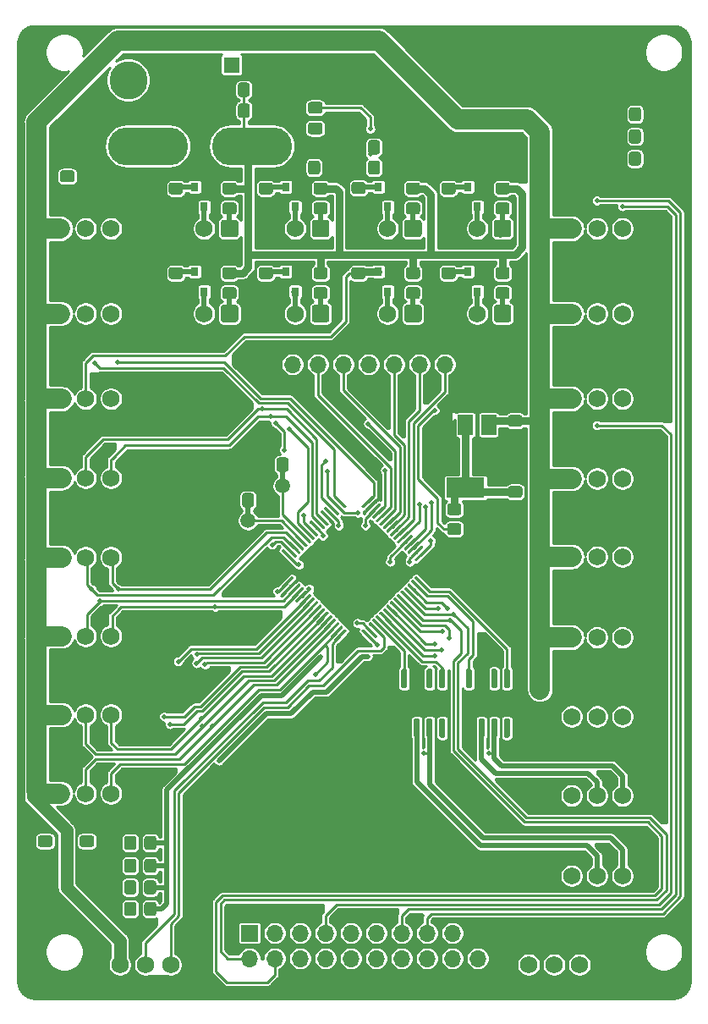
<source format=gbl>
G04 #@! TF.GenerationSoftware,KiCad,Pcbnew,(5.1.10)-1*
G04 #@! TF.CreationDate,2021-09-30T10:00:51+08:00*
G04 #@! TF.ProjectId,internal_mainboard_V2.2,696e7465-726e-4616-9c5f-6d61696e626f,rev?*
G04 #@! TF.SameCoordinates,Original*
G04 #@! TF.FileFunction,Copper,L2,Bot*
G04 #@! TF.FilePolarity,Positive*
%FSLAX46Y46*%
G04 Gerber Fmt 4.6, Leading zero omitted, Abs format (unit mm)*
G04 Created by KiCad (PCBNEW (5.1.10)-1) date 2021-09-30 10:00:51*
%MOMM*%
%LPD*%
G01*
G04 APERTURE LIST*
G04 #@! TA.AperFunction,ComponentPad*
%ADD10C,1.740000*%
G04 #@! TD*
G04 #@! TA.AperFunction,SMDPad,CuDef*
%ADD11R,0.800000X0.900000*%
G04 #@! TD*
G04 #@! TA.AperFunction,ComponentPad*
%ADD12R,1.700000X1.700000*%
G04 #@! TD*
G04 #@! TA.AperFunction,ComponentPad*
%ADD13O,1.700000X1.700000*%
G04 #@! TD*
G04 #@! TA.AperFunction,ComponentPad*
%ADD14C,1.500000*%
G04 #@! TD*
G04 #@! TA.AperFunction,SMDPad,CuDef*
%ADD15R,3.800000X2.000000*%
G04 #@! TD*
G04 #@! TA.AperFunction,SMDPad,CuDef*
%ADD16R,1.500000X2.000000*%
G04 #@! TD*
G04 #@! TA.AperFunction,SMDPad,CuDef*
%ADD17R,2.950000X4.500000*%
G04 #@! TD*
G04 #@! TA.AperFunction,ComponentPad*
%ADD18C,0.600000*%
G04 #@! TD*
G04 #@! TA.AperFunction,ComponentPad*
%ADD19R,3.800000X3.800000*%
G04 #@! TD*
G04 #@! TA.AperFunction,ComponentPad*
%ADD20C,3.800000*%
G04 #@! TD*
G04 #@! TA.AperFunction,ComponentPad*
%ADD21O,8.000000X3.800000*%
G04 #@! TD*
G04 #@! TA.AperFunction,ComponentPad*
%ADD22R,1.600000X1.600000*%
G04 #@! TD*
G04 #@! TA.AperFunction,ComponentPad*
%ADD23C,1.600000*%
G04 #@! TD*
G04 #@! TA.AperFunction,ViaPad*
%ADD24C,0.508000*%
G04 #@! TD*
G04 #@! TA.AperFunction,Conductor*
%ADD25C,0.254000*%
G04 #@! TD*
G04 #@! TA.AperFunction,Conductor*
%ADD26C,0.508000*%
G04 #@! TD*
G04 #@! TA.AperFunction,Conductor*
%ADD27C,2.032000*%
G04 #@! TD*
G04 #@! TA.AperFunction,Conductor*
%ADD28C,1.270000*%
G04 #@! TD*
G04 #@! TA.AperFunction,Conductor*
%ADD29C,1.524000*%
G04 #@! TD*
G04 #@! TA.AperFunction,Conductor*
%ADD30C,0.762000*%
G04 #@! TD*
G04 #@! TA.AperFunction,Conductor*
%ADD31C,0.100000*%
G04 #@! TD*
G04 APERTURE END LIST*
G04 #@! TA.AperFunction,ComponentPad*
G36*
G01*
X213722000Y-94884559D02*
X213722000Y-96123441D01*
G75*
G02*
X213471441Y-96374000I-250559J0D01*
G01*
X212232559Y-96374000D01*
G75*
G02*
X211982000Y-96123441I0J250559D01*
G01*
X211982000Y-94884559D01*
G75*
G02*
X212232559Y-94634000I250559J0D01*
G01*
X213471441Y-94634000D01*
G75*
G02*
X213722000Y-94884559I0J-250559D01*
G01*
G37*
G04 #@! TD.AperFunction*
D10*
X210312000Y-95504000D03*
X207772000Y-95504000D03*
X205232000Y-95504000D03*
G04 #@! TA.AperFunction,ComponentPad*
G36*
G01*
X223041000Y-54751999D02*
X223041000Y-55992001D01*
G75*
G02*
X222791001Y-56242000I-249999J0D01*
G01*
X221550999Y-56242000D01*
G75*
G02*
X221301000Y-55992001I0J249999D01*
G01*
X221301000Y-54751999D01*
G75*
G02*
X221550999Y-54502000I249999J0D01*
G01*
X222791001Y-54502000D01*
G75*
G02*
X223041000Y-54751999I0J-249999D01*
G01*
G37*
G04 #@! TD.AperFunction*
X219631000Y-55372000D03*
D11*
X219631000Y-53174000D03*
X220581000Y-51174000D03*
X218681000Y-51174000D03*
G04 #@! TA.AperFunction,SMDPad,CuDef*
G36*
G01*
X244544001Y-51924000D02*
X243643999Y-51924000D01*
G75*
G02*
X243394000Y-51674001I0J249999D01*
G01*
X243394000Y-50973999D01*
G75*
G02*
X243643999Y-50724000I249999J0D01*
G01*
X244544001Y-50724000D01*
G75*
G02*
X244794000Y-50973999I0J-249999D01*
G01*
X244794000Y-51674001D01*
G75*
G02*
X244544001Y-51924000I-249999J0D01*
G01*
G37*
G04 #@! TD.AperFunction*
G04 #@! TA.AperFunction,SMDPad,CuDef*
G36*
G01*
X244544001Y-53924000D02*
X243643999Y-53924000D01*
G75*
G02*
X243394000Y-53674001I0J249999D01*
G01*
X243394000Y-52973999D01*
G75*
G02*
X243643999Y-52724000I249999J0D01*
G01*
X244544001Y-52724000D01*
G75*
G02*
X244794000Y-52973999I0J-249999D01*
G01*
X244794000Y-53674001D01*
G75*
G02*
X244544001Y-53924000I-249999J0D01*
G01*
G37*
G04 #@! TD.AperFunction*
G04 #@! TA.AperFunction,ComponentPad*
G36*
G01*
X250377000Y-54751999D02*
X250377000Y-55992001D01*
G75*
G02*
X250127001Y-56242000I-249999J0D01*
G01*
X248886999Y-56242000D01*
G75*
G02*
X248637000Y-55992001I0J249999D01*
G01*
X248637000Y-54751999D01*
G75*
G02*
X248886999Y-54502000I249999J0D01*
G01*
X250127001Y-54502000D01*
G75*
G02*
X250377000Y-54751999I0J-249999D01*
G01*
G37*
G04 #@! TD.AperFunction*
D10*
X246967000Y-55372000D03*
G04 #@! TA.AperFunction,ComponentPad*
G36*
G01*
X250377000Y-46242999D02*
X250377000Y-47483001D01*
G75*
G02*
X250127001Y-47733000I-249999J0D01*
G01*
X248886999Y-47733000D01*
G75*
G02*
X248637000Y-47483001I0J249999D01*
G01*
X248637000Y-46242999D01*
G75*
G02*
X248886999Y-45993000I249999J0D01*
G01*
X250127001Y-45993000D01*
G75*
G02*
X250377000Y-46242999I0J-249999D01*
G01*
G37*
G04 #@! TD.AperFunction*
X246967000Y-46863000D03*
D11*
X246967000Y-44703100D03*
X247917000Y-42703100D03*
X246017000Y-42703100D03*
G04 #@! TA.AperFunction,ComponentPad*
G36*
G01*
X264903000Y-87145494D02*
X264903000Y-88384376D01*
G75*
G02*
X264652441Y-88634935I-250559J0D01*
G01*
X263413559Y-88634935D01*
G75*
G02*
X263163000Y-88384376I0J250559D01*
G01*
X263163000Y-87145494D01*
G75*
G02*
X263413559Y-86894935I250559J0D01*
G01*
X264652441Y-86894935D01*
G75*
G02*
X264903000Y-87145494I0J-250559D01*
G01*
G37*
G04 #@! TD.AperFunction*
D10*
X261493000Y-87764935D03*
X258953000Y-87764935D03*
X256413000Y-87764935D03*
G04 #@! TA.AperFunction,ComponentPad*
G36*
G01*
X264903000Y-79073059D02*
X264903000Y-80311941D01*
G75*
G02*
X264652441Y-80562500I-250559J0D01*
G01*
X263413559Y-80562500D01*
G75*
G02*
X263163000Y-80311941I0J250559D01*
G01*
X263163000Y-79073059D01*
G75*
G02*
X263413559Y-78822500I250559J0D01*
G01*
X264652441Y-78822500D01*
G75*
G02*
X264903000Y-79073059I0J-250559D01*
G01*
G37*
G04 #@! TD.AperFunction*
X261493000Y-79692500D03*
X258953000Y-79692500D03*
X256413000Y-79692500D03*
G04 #@! TA.AperFunction,ComponentPad*
G36*
G01*
X264903000Y-102972868D02*
X264903000Y-104211750D01*
G75*
G02*
X264652441Y-104462309I-250559J0D01*
G01*
X263413559Y-104462309D01*
G75*
G02*
X263163000Y-104211750I0J250559D01*
G01*
X263163000Y-102972868D01*
G75*
G02*
X263413559Y-102722309I250559J0D01*
G01*
X264652441Y-102722309D01*
G75*
G02*
X264903000Y-102972868I0J-250559D01*
G01*
G37*
G04 #@! TD.AperFunction*
X261493000Y-103592309D03*
X258953000Y-103592309D03*
X256413000Y-103592309D03*
D12*
X224155000Y-117348000D03*
D13*
X224155000Y-119888000D03*
X226695000Y-117348000D03*
X226695000Y-119888000D03*
X229235000Y-117348000D03*
X229235000Y-119888000D03*
X231775000Y-117348000D03*
X231775000Y-119888000D03*
X234315000Y-117348000D03*
X234315000Y-119888000D03*
X236855000Y-117348000D03*
X236855000Y-119888000D03*
X239395000Y-117348000D03*
X239395000Y-119888000D03*
X241935000Y-117348000D03*
X241935000Y-119888000D03*
X244475000Y-117348000D03*
X244475000Y-119888000D03*
X247015000Y-117348000D03*
X247015000Y-119888000D03*
G04 #@! TA.AperFunction,ComponentPad*
G36*
G01*
X213722000Y-54752559D02*
X213722000Y-55991441D01*
G75*
G02*
X213471441Y-56242000I-250559J0D01*
G01*
X212232559Y-56242000D01*
G75*
G02*
X211982000Y-55991441I0J250559D01*
G01*
X211982000Y-54752559D01*
G75*
G02*
X212232559Y-54502000I250559J0D01*
G01*
X213471441Y-54502000D01*
G75*
G02*
X213722000Y-54752559I0J-250559D01*
G01*
G37*
G04 #@! TD.AperFunction*
D10*
X210312000Y-55372000D03*
X207772000Y-55372000D03*
X205232000Y-55372000D03*
D14*
X224028000Y-76073000D03*
X227478681Y-72622319D03*
D15*
X245808500Y-72809500D03*
D16*
X245808500Y-66509500D03*
X248108500Y-66509500D03*
X243508500Y-66509500D03*
D17*
X233553000Y-38796000D03*
D18*
X232953000Y-36996000D03*
X232953000Y-38196000D03*
X234153000Y-38196000D03*
X234153000Y-36996000D03*
X232953000Y-40596000D03*
X232953000Y-39496000D03*
X234153000Y-39496000D03*
X234153000Y-40596000D03*
G04 #@! TA.AperFunction,SMDPad,CuDef*
G36*
G01*
X239499000Y-95861000D02*
X239799000Y-95861000D01*
G75*
G02*
X239949000Y-96011000I0J-150000D01*
G01*
X239949000Y-97661000D01*
G75*
G02*
X239799000Y-97811000I-150000J0D01*
G01*
X239499000Y-97811000D01*
G75*
G02*
X239349000Y-97661000I0J150000D01*
G01*
X239349000Y-96011000D01*
G75*
G02*
X239499000Y-95861000I150000J0D01*
G01*
G37*
G04 #@! TD.AperFunction*
G04 #@! TA.AperFunction,SMDPad,CuDef*
G36*
G01*
X240769000Y-95861000D02*
X241069000Y-95861000D01*
G75*
G02*
X241219000Y-96011000I0J-150000D01*
G01*
X241219000Y-97661000D01*
G75*
G02*
X241069000Y-97811000I-150000J0D01*
G01*
X240769000Y-97811000D01*
G75*
G02*
X240619000Y-97661000I0J150000D01*
G01*
X240619000Y-96011000D01*
G75*
G02*
X240769000Y-95861000I150000J0D01*
G01*
G37*
G04 #@! TD.AperFunction*
G04 #@! TA.AperFunction,SMDPad,CuDef*
G36*
G01*
X242039000Y-95861000D02*
X242339000Y-95861000D01*
G75*
G02*
X242489000Y-96011000I0J-150000D01*
G01*
X242489000Y-97661000D01*
G75*
G02*
X242339000Y-97811000I-150000J0D01*
G01*
X242039000Y-97811000D01*
G75*
G02*
X241889000Y-97661000I0J150000D01*
G01*
X241889000Y-96011000D01*
G75*
G02*
X242039000Y-95861000I150000J0D01*
G01*
G37*
G04 #@! TD.AperFunction*
G04 #@! TA.AperFunction,SMDPad,CuDef*
G36*
G01*
X243309000Y-95861000D02*
X243609000Y-95861000D01*
G75*
G02*
X243759000Y-96011000I0J-150000D01*
G01*
X243759000Y-97661000D01*
G75*
G02*
X243609000Y-97811000I-150000J0D01*
G01*
X243309000Y-97811000D01*
G75*
G02*
X243159000Y-97661000I0J150000D01*
G01*
X243159000Y-96011000D01*
G75*
G02*
X243309000Y-95861000I150000J0D01*
G01*
G37*
G04 #@! TD.AperFunction*
G04 #@! TA.AperFunction,SMDPad,CuDef*
G36*
G01*
X243309000Y-90911000D02*
X243609000Y-90911000D01*
G75*
G02*
X243759000Y-91061000I0J-150000D01*
G01*
X243759000Y-92711000D01*
G75*
G02*
X243609000Y-92861000I-150000J0D01*
G01*
X243309000Y-92861000D01*
G75*
G02*
X243159000Y-92711000I0J150000D01*
G01*
X243159000Y-91061000D01*
G75*
G02*
X243309000Y-90911000I150000J0D01*
G01*
G37*
G04 #@! TD.AperFunction*
G04 #@! TA.AperFunction,SMDPad,CuDef*
G36*
G01*
X242039000Y-90911000D02*
X242339000Y-90911000D01*
G75*
G02*
X242489000Y-91061000I0J-150000D01*
G01*
X242489000Y-92711000D01*
G75*
G02*
X242339000Y-92861000I-150000J0D01*
G01*
X242039000Y-92861000D01*
G75*
G02*
X241889000Y-92711000I0J150000D01*
G01*
X241889000Y-91061000D01*
G75*
G02*
X242039000Y-90911000I150000J0D01*
G01*
G37*
G04 #@! TD.AperFunction*
G04 #@! TA.AperFunction,SMDPad,CuDef*
G36*
G01*
X240769000Y-90911000D02*
X241069000Y-90911000D01*
G75*
G02*
X241219000Y-91061000I0J-150000D01*
G01*
X241219000Y-92711000D01*
G75*
G02*
X241069000Y-92861000I-150000J0D01*
G01*
X240769000Y-92861000D01*
G75*
G02*
X240619000Y-92711000I0J150000D01*
G01*
X240619000Y-91061000D01*
G75*
G02*
X240769000Y-90911000I150000J0D01*
G01*
G37*
G04 #@! TD.AperFunction*
G04 #@! TA.AperFunction,SMDPad,CuDef*
G36*
G01*
X239499000Y-90911000D02*
X239799000Y-90911000D01*
G75*
G02*
X239949000Y-91061000I0J-150000D01*
G01*
X239949000Y-92711000D01*
G75*
G02*
X239799000Y-92861000I-150000J0D01*
G01*
X239499000Y-92861000D01*
G75*
G02*
X239349000Y-92711000I0J150000D01*
G01*
X239349000Y-91061000D01*
G75*
G02*
X239499000Y-90911000I150000J0D01*
G01*
G37*
G04 #@! TD.AperFunction*
G04 #@! TA.AperFunction,SMDPad,CuDef*
G36*
G01*
X245976000Y-95861000D02*
X246276000Y-95861000D01*
G75*
G02*
X246426000Y-96011000I0J-150000D01*
G01*
X246426000Y-97661000D01*
G75*
G02*
X246276000Y-97811000I-150000J0D01*
G01*
X245976000Y-97811000D01*
G75*
G02*
X245826000Y-97661000I0J150000D01*
G01*
X245826000Y-96011000D01*
G75*
G02*
X245976000Y-95861000I150000J0D01*
G01*
G37*
G04 #@! TD.AperFunction*
G04 #@! TA.AperFunction,SMDPad,CuDef*
G36*
G01*
X247246000Y-95861000D02*
X247546000Y-95861000D01*
G75*
G02*
X247696000Y-96011000I0J-150000D01*
G01*
X247696000Y-97661000D01*
G75*
G02*
X247546000Y-97811000I-150000J0D01*
G01*
X247246000Y-97811000D01*
G75*
G02*
X247096000Y-97661000I0J150000D01*
G01*
X247096000Y-96011000D01*
G75*
G02*
X247246000Y-95861000I150000J0D01*
G01*
G37*
G04 #@! TD.AperFunction*
G04 #@! TA.AperFunction,SMDPad,CuDef*
G36*
G01*
X248516000Y-95861000D02*
X248816000Y-95861000D01*
G75*
G02*
X248966000Y-96011000I0J-150000D01*
G01*
X248966000Y-97661000D01*
G75*
G02*
X248816000Y-97811000I-150000J0D01*
G01*
X248516000Y-97811000D01*
G75*
G02*
X248366000Y-97661000I0J150000D01*
G01*
X248366000Y-96011000D01*
G75*
G02*
X248516000Y-95861000I150000J0D01*
G01*
G37*
G04 #@! TD.AperFunction*
G04 #@! TA.AperFunction,SMDPad,CuDef*
G36*
G01*
X249786000Y-95861000D02*
X250086000Y-95861000D01*
G75*
G02*
X250236000Y-96011000I0J-150000D01*
G01*
X250236000Y-97661000D01*
G75*
G02*
X250086000Y-97811000I-150000J0D01*
G01*
X249786000Y-97811000D01*
G75*
G02*
X249636000Y-97661000I0J150000D01*
G01*
X249636000Y-96011000D01*
G75*
G02*
X249786000Y-95861000I150000J0D01*
G01*
G37*
G04 #@! TD.AperFunction*
G04 #@! TA.AperFunction,SMDPad,CuDef*
G36*
G01*
X249786000Y-90911000D02*
X250086000Y-90911000D01*
G75*
G02*
X250236000Y-91061000I0J-150000D01*
G01*
X250236000Y-92711000D01*
G75*
G02*
X250086000Y-92861000I-150000J0D01*
G01*
X249786000Y-92861000D01*
G75*
G02*
X249636000Y-92711000I0J150000D01*
G01*
X249636000Y-91061000D01*
G75*
G02*
X249786000Y-90911000I150000J0D01*
G01*
G37*
G04 #@! TD.AperFunction*
G04 #@! TA.AperFunction,SMDPad,CuDef*
G36*
G01*
X248516000Y-90911000D02*
X248816000Y-90911000D01*
G75*
G02*
X248966000Y-91061000I0J-150000D01*
G01*
X248966000Y-92711000D01*
G75*
G02*
X248816000Y-92861000I-150000J0D01*
G01*
X248516000Y-92861000D01*
G75*
G02*
X248366000Y-92711000I0J150000D01*
G01*
X248366000Y-91061000D01*
G75*
G02*
X248516000Y-90911000I150000J0D01*
G01*
G37*
G04 #@! TD.AperFunction*
G04 #@! TA.AperFunction,SMDPad,CuDef*
G36*
G01*
X247246000Y-90911000D02*
X247546000Y-90911000D01*
G75*
G02*
X247696000Y-91061000I0J-150000D01*
G01*
X247696000Y-92711000D01*
G75*
G02*
X247546000Y-92861000I-150000J0D01*
G01*
X247246000Y-92861000D01*
G75*
G02*
X247096000Y-92711000I0J150000D01*
G01*
X247096000Y-91061000D01*
G75*
G02*
X247246000Y-90911000I150000J0D01*
G01*
G37*
G04 #@! TD.AperFunction*
G04 #@! TA.AperFunction,SMDPad,CuDef*
G36*
G01*
X245976000Y-90911000D02*
X246276000Y-90911000D01*
G75*
G02*
X246426000Y-91061000I0J-150000D01*
G01*
X246426000Y-92711000D01*
G75*
G02*
X246276000Y-92861000I-150000J0D01*
G01*
X245976000Y-92861000D01*
G75*
G02*
X245826000Y-92711000I0J150000D01*
G01*
X245826000Y-91061000D01*
G75*
G02*
X245976000Y-90911000I150000J0D01*
G01*
G37*
G04 #@! TD.AperFunction*
G04 #@! TA.AperFunction,SMDPad,CuDef*
G36*
G01*
X227366978Y-82649090D02*
X228356928Y-81659140D01*
G75*
G02*
X228462994Y-81659140I53033J-53033D01*
G01*
X228569060Y-81765206D01*
G75*
G02*
X228569060Y-81871272I-53033J-53033D01*
G01*
X227579110Y-82861222D01*
G75*
G02*
X227473044Y-82861222I-53033J53033D01*
G01*
X227366978Y-82755156D01*
G75*
G02*
X227366978Y-82649090I53033J53033D01*
G01*
G37*
G04 #@! TD.AperFunction*
G04 #@! TA.AperFunction,SMDPad,CuDef*
G36*
G01*
X227720531Y-83002643D02*
X228710481Y-82012693D01*
G75*
G02*
X228816547Y-82012693I53033J-53033D01*
G01*
X228922613Y-82118759D01*
G75*
G02*
X228922613Y-82224825I-53033J-53033D01*
G01*
X227932663Y-83214775D01*
G75*
G02*
X227826597Y-83214775I-53033J53033D01*
G01*
X227720531Y-83108709D01*
G75*
G02*
X227720531Y-83002643I53033J53033D01*
G01*
G37*
G04 #@! TD.AperFunction*
G04 #@! TA.AperFunction,SMDPad,CuDef*
G36*
G01*
X228074084Y-83356196D02*
X229064034Y-82366246D01*
G75*
G02*
X229170100Y-82366246I53033J-53033D01*
G01*
X229276166Y-82472312D01*
G75*
G02*
X229276166Y-82578378I-53033J-53033D01*
G01*
X228286216Y-83568328D01*
G75*
G02*
X228180150Y-83568328I-53033J53033D01*
G01*
X228074084Y-83462262D01*
G75*
G02*
X228074084Y-83356196I53033J53033D01*
G01*
G37*
G04 #@! TD.AperFunction*
G04 #@! TA.AperFunction,SMDPad,CuDef*
G36*
G01*
X228427638Y-83709750D02*
X229417588Y-82719800D01*
G75*
G02*
X229523654Y-82719800I53033J-53033D01*
G01*
X229629720Y-82825866D01*
G75*
G02*
X229629720Y-82931932I-53033J-53033D01*
G01*
X228639770Y-83921882D01*
G75*
G02*
X228533704Y-83921882I-53033J53033D01*
G01*
X228427638Y-83815816D01*
G75*
G02*
X228427638Y-83709750I53033J53033D01*
G01*
G37*
G04 #@! TD.AperFunction*
G04 #@! TA.AperFunction,SMDPad,CuDef*
G36*
G01*
X228781191Y-84063303D02*
X229771141Y-83073353D01*
G75*
G02*
X229877207Y-83073353I53033J-53033D01*
G01*
X229983273Y-83179419D01*
G75*
G02*
X229983273Y-83285485I-53033J-53033D01*
G01*
X228993323Y-84275435D01*
G75*
G02*
X228887257Y-84275435I-53033J53033D01*
G01*
X228781191Y-84169369D01*
G75*
G02*
X228781191Y-84063303I53033J53033D01*
G01*
G37*
G04 #@! TD.AperFunction*
G04 #@! TA.AperFunction,SMDPad,CuDef*
G36*
G01*
X229134745Y-84416857D02*
X230124695Y-83426907D01*
G75*
G02*
X230230761Y-83426907I53033J-53033D01*
G01*
X230336827Y-83532973D01*
G75*
G02*
X230336827Y-83639039I-53033J-53033D01*
G01*
X229346877Y-84628989D01*
G75*
G02*
X229240811Y-84628989I-53033J53033D01*
G01*
X229134745Y-84522923D01*
G75*
G02*
X229134745Y-84416857I53033J53033D01*
G01*
G37*
G04 #@! TD.AperFunction*
G04 #@! TA.AperFunction,SMDPad,CuDef*
G36*
G01*
X229488298Y-84770410D02*
X230478248Y-83780460D01*
G75*
G02*
X230584314Y-83780460I53033J-53033D01*
G01*
X230690380Y-83886526D01*
G75*
G02*
X230690380Y-83992592I-53033J-53033D01*
G01*
X229700430Y-84982542D01*
G75*
G02*
X229594364Y-84982542I-53033J53033D01*
G01*
X229488298Y-84876476D01*
G75*
G02*
X229488298Y-84770410I53033J53033D01*
G01*
G37*
G04 #@! TD.AperFunction*
G04 #@! TA.AperFunction,SMDPad,CuDef*
G36*
G01*
X229841851Y-85123963D02*
X230831801Y-84134013D01*
G75*
G02*
X230937867Y-84134013I53033J-53033D01*
G01*
X231043933Y-84240079D01*
G75*
G02*
X231043933Y-84346145I-53033J-53033D01*
G01*
X230053983Y-85336095D01*
G75*
G02*
X229947917Y-85336095I-53033J53033D01*
G01*
X229841851Y-85230029D01*
G75*
G02*
X229841851Y-85123963I53033J53033D01*
G01*
G37*
G04 #@! TD.AperFunction*
G04 #@! TA.AperFunction,SMDPad,CuDef*
G36*
G01*
X230195405Y-85477517D02*
X231185355Y-84487567D01*
G75*
G02*
X231291421Y-84487567I53033J-53033D01*
G01*
X231397487Y-84593633D01*
G75*
G02*
X231397487Y-84699699I-53033J-53033D01*
G01*
X230407537Y-85689649D01*
G75*
G02*
X230301471Y-85689649I-53033J53033D01*
G01*
X230195405Y-85583583D01*
G75*
G02*
X230195405Y-85477517I53033J53033D01*
G01*
G37*
G04 #@! TD.AperFunction*
G04 #@! TA.AperFunction,SMDPad,CuDef*
G36*
G01*
X230548958Y-85831070D02*
X231538908Y-84841120D01*
G75*
G02*
X231644974Y-84841120I53033J-53033D01*
G01*
X231751040Y-84947186D01*
G75*
G02*
X231751040Y-85053252I-53033J-53033D01*
G01*
X230761090Y-86043202D01*
G75*
G02*
X230655024Y-86043202I-53033J53033D01*
G01*
X230548958Y-85937136D01*
G75*
G02*
X230548958Y-85831070I53033J53033D01*
G01*
G37*
G04 #@! TD.AperFunction*
G04 #@! TA.AperFunction,SMDPad,CuDef*
G36*
G01*
X230902511Y-86184623D02*
X231892461Y-85194673D01*
G75*
G02*
X231998527Y-85194673I53033J-53033D01*
G01*
X232104593Y-85300739D01*
G75*
G02*
X232104593Y-85406805I-53033J-53033D01*
G01*
X231114643Y-86396755D01*
G75*
G02*
X231008577Y-86396755I-53033J53033D01*
G01*
X230902511Y-86290689D01*
G75*
G02*
X230902511Y-86184623I53033J53033D01*
G01*
G37*
G04 #@! TD.AperFunction*
G04 #@! TA.AperFunction,SMDPad,CuDef*
G36*
G01*
X231256065Y-86538177D02*
X232246015Y-85548227D01*
G75*
G02*
X232352081Y-85548227I53033J-53033D01*
G01*
X232458147Y-85654293D01*
G75*
G02*
X232458147Y-85760359I-53033J-53033D01*
G01*
X231468197Y-86750309D01*
G75*
G02*
X231362131Y-86750309I-53033J53033D01*
G01*
X231256065Y-86644243D01*
G75*
G02*
X231256065Y-86538177I53033J53033D01*
G01*
G37*
G04 #@! TD.AperFunction*
G04 #@! TA.AperFunction,SMDPad,CuDef*
G36*
G01*
X231609618Y-86891730D02*
X232599568Y-85901780D01*
G75*
G02*
X232705634Y-85901780I53033J-53033D01*
G01*
X232811700Y-86007846D01*
G75*
G02*
X232811700Y-86113912I-53033J-53033D01*
G01*
X231821750Y-87103862D01*
G75*
G02*
X231715684Y-87103862I-53033J53033D01*
G01*
X231609618Y-86997796D01*
G75*
G02*
X231609618Y-86891730I53033J53033D01*
G01*
G37*
G04 #@! TD.AperFunction*
G04 #@! TA.AperFunction,SMDPad,CuDef*
G36*
G01*
X231963172Y-87245284D02*
X232953122Y-86255334D01*
G75*
G02*
X233059188Y-86255334I53033J-53033D01*
G01*
X233165254Y-86361400D01*
G75*
G02*
X233165254Y-86467466I-53033J-53033D01*
G01*
X232175304Y-87457416D01*
G75*
G02*
X232069238Y-87457416I-53033J53033D01*
G01*
X231963172Y-87351350D01*
G75*
G02*
X231963172Y-87245284I53033J53033D01*
G01*
G37*
G04 #@! TD.AperFunction*
G04 #@! TA.AperFunction,SMDPad,CuDef*
G36*
G01*
X232316725Y-87598837D02*
X233306675Y-86608887D01*
G75*
G02*
X233412741Y-86608887I53033J-53033D01*
G01*
X233518807Y-86714953D01*
G75*
G02*
X233518807Y-86821019I-53033J-53033D01*
G01*
X232528857Y-87810969D01*
G75*
G02*
X232422791Y-87810969I-53033J53033D01*
G01*
X232316725Y-87704903D01*
G75*
G02*
X232316725Y-87598837I53033J53033D01*
G01*
G37*
G04 #@! TD.AperFunction*
G04 #@! TA.AperFunction,SMDPad,CuDef*
G36*
G01*
X232670278Y-87952390D02*
X233660228Y-86962440D01*
G75*
G02*
X233766294Y-86962440I53033J-53033D01*
G01*
X233872360Y-87068506D01*
G75*
G02*
X233872360Y-87174572I-53033J-53033D01*
G01*
X232882410Y-88164522D01*
G75*
G02*
X232776344Y-88164522I-53033J53033D01*
G01*
X232670278Y-88058456D01*
G75*
G02*
X232670278Y-87952390I53033J53033D01*
G01*
G37*
G04 #@! TD.AperFunction*
G04 #@! TA.AperFunction,SMDPad,CuDef*
G36*
G01*
X235392640Y-87068506D02*
X235498706Y-86962440D01*
G75*
G02*
X235604772Y-86962440I53033J-53033D01*
G01*
X236594722Y-87952390D01*
G75*
G02*
X236594722Y-88058456I-53033J-53033D01*
G01*
X236488656Y-88164522D01*
G75*
G02*
X236382590Y-88164522I-53033J53033D01*
G01*
X235392640Y-87174572D01*
G75*
G02*
X235392640Y-87068506I53033J53033D01*
G01*
G37*
G04 #@! TD.AperFunction*
G04 #@! TA.AperFunction,SMDPad,CuDef*
G36*
G01*
X235746193Y-86714953D02*
X235852259Y-86608887D01*
G75*
G02*
X235958325Y-86608887I53033J-53033D01*
G01*
X236948275Y-87598837D01*
G75*
G02*
X236948275Y-87704903I-53033J-53033D01*
G01*
X236842209Y-87810969D01*
G75*
G02*
X236736143Y-87810969I-53033J53033D01*
G01*
X235746193Y-86821019D01*
G75*
G02*
X235746193Y-86714953I53033J53033D01*
G01*
G37*
G04 #@! TD.AperFunction*
G04 #@! TA.AperFunction,SMDPad,CuDef*
G36*
G01*
X236099746Y-86361400D02*
X236205812Y-86255334D01*
G75*
G02*
X236311878Y-86255334I53033J-53033D01*
G01*
X237301828Y-87245284D01*
G75*
G02*
X237301828Y-87351350I-53033J-53033D01*
G01*
X237195762Y-87457416D01*
G75*
G02*
X237089696Y-87457416I-53033J53033D01*
G01*
X236099746Y-86467466D01*
G75*
G02*
X236099746Y-86361400I53033J53033D01*
G01*
G37*
G04 #@! TD.AperFunction*
G04 #@! TA.AperFunction,SMDPad,CuDef*
G36*
G01*
X236453300Y-86007846D02*
X236559366Y-85901780D01*
G75*
G02*
X236665432Y-85901780I53033J-53033D01*
G01*
X237655382Y-86891730D01*
G75*
G02*
X237655382Y-86997796I-53033J-53033D01*
G01*
X237549316Y-87103862D01*
G75*
G02*
X237443250Y-87103862I-53033J53033D01*
G01*
X236453300Y-86113912D01*
G75*
G02*
X236453300Y-86007846I53033J53033D01*
G01*
G37*
G04 #@! TD.AperFunction*
G04 #@! TA.AperFunction,SMDPad,CuDef*
G36*
G01*
X236806853Y-85654293D02*
X236912919Y-85548227D01*
G75*
G02*
X237018985Y-85548227I53033J-53033D01*
G01*
X238008935Y-86538177D01*
G75*
G02*
X238008935Y-86644243I-53033J-53033D01*
G01*
X237902869Y-86750309D01*
G75*
G02*
X237796803Y-86750309I-53033J53033D01*
G01*
X236806853Y-85760359D01*
G75*
G02*
X236806853Y-85654293I53033J53033D01*
G01*
G37*
G04 #@! TD.AperFunction*
G04 #@! TA.AperFunction,SMDPad,CuDef*
G36*
G01*
X237160407Y-85300739D02*
X237266473Y-85194673D01*
G75*
G02*
X237372539Y-85194673I53033J-53033D01*
G01*
X238362489Y-86184623D01*
G75*
G02*
X238362489Y-86290689I-53033J-53033D01*
G01*
X238256423Y-86396755D01*
G75*
G02*
X238150357Y-86396755I-53033J53033D01*
G01*
X237160407Y-85406805D01*
G75*
G02*
X237160407Y-85300739I53033J53033D01*
G01*
G37*
G04 #@! TD.AperFunction*
G04 #@! TA.AperFunction,SMDPad,CuDef*
G36*
G01*
X237513960Y-84947186D02*
X237620026Y-84841120D01*
G75*
G02*
X237726092Y-84841120I53033J-53033D01*
G01*
X238716042Y-85831070D01*
G75*
G02*
X238716042Y-85937136I-53033J-53033D01*
G01*
X238609976Y-86043202D01*
G75*
G02*
X238503910Y-86043202I-53033J53033D01*
G01*
X237513960Y-85053252D01*
G75*
G02*
X237513960Y-84947186I53033J53033D01*
G01*
G37*
G04 #@! TD.AperFunction*
G04 #@! TA.AperFunction,SMDPad,CuDef*
G36*
G01*
X237867513Y-84593633D02*
X237973579Y-84487567D01*
G75*
G02*
X238079645Y-84487567I53033J-53033D01*
G01*
X239069595Y-85477517D01*
G75*
G02*
X239069595Y-85583583I-53033J-53033D01*
G01*
X238963529Y-85689649D01*
G75*
G02*
X238857463Y-85689649I-53033J53033D01*
G01*
X237867513Y-84699699D01*
G75*
G02*
X237867513Y-84593633I53033J53033D01*
G01*
G37*
G04 #@! TD.AperFunction*
G04 #@! TA.AperFunction,SMDPad,CuDef*
G36*
G01*
X238221067Y-84240079D02*
X238327133Y-84134013D01*
G75*
G02*
X238433199Y-84134013I53033J-53033D01*
G01*
X239423149Y-85123963D01*
G75*
G02*
X239423149Y-85230029I-53033J-53033D01*
G01*
X239317083Y-85336095D01*
G75*
G02*
X239211017Y-85336095I-53033J53033D01*
G01*
X238221067Y-84346145D01*
G75*
G02*
X238221067Y-84240079I53033J53033D01*
G01*
G37*
G04 #@! TD.AperFunction*
G04 #@! TA.AperFunction,SMDPad,CuDef*
G36*
G01*
X238574620Y-83886526D02*
X238680686Y-83780460D01*
G75*
G02*
X238786752Y-83780460I53033J-53033D01*
G01*
X239776702Y-84770410D01*
G75*
G02*
X239776702Y-84876476I-53033J-53033D01*
G01*
X239670636Y-84982542D01*
G75*
G02*
X239564570Y-84982542I-53033J53033D01*
G01*
X238574620Y-83992592D01*
G75*
G02*
X238574620Y-83886526I53033J53033D01*
G01*
G37*
G04 #@! TD.AperFunction*
G04 #@! TA.AperFunction,SMDPad,CuDef*
G36*
G01*
X238928173Y-83532973D02*
X239034239Y-83426907D01*
G75*
G02*
X239140305Y-83426907I53033J-53033D01*
G01*
X240130255Y-84416857D01*
G75*
G02*
X240130255Y-84522923I-53033J-53033D01*
G01*
X240024189Y-84628989D01*
G75*
G02*
X239918123Y-84628989I-53033J53033D01*
G01*
X238928173Y-83639039D01*
G75*
G02*
X238928173Y-83532973I53033J53033D01*
G01*
G37*
G04 #@! TD.AperFunction*
G04 #@! TA.AperFunction,SMDPad,CuDef*
G36*
G01*
X239281727Y-83179419D02*
X239387793Y-83073353D01*
G75*
G02*
X239493859Y-83073353I53033J-53033D01*
G01*
X240483809Y-84063303D01*
G75*
G02*
X240483809Y-84169369I-53033J-53033D01*
G01*
X240377743Y-84275435D01*
G75*
G02*
X240271677Y-84275435I-53033J53033D01*
G01*
X239281727Y-83285485D01*
G75*
G02*
X239281727Y-83179419I53033J53033D01*
G01*
G37*
G04 #@! TD.AperFunction*
G04 #@! TA.AperFunction,SMDPad,CuDef*
G36*
G01*
X239635280Y-82825866D02*
X239741346Y-82719800D01*
G75*
G02*
X239847412Y-82719800I53033J-53033D01*
G01*
X240837362Y-83709750D01*
G75*
G02*
X240837362Y-83815816I-53033J-53033D01*
G01*
X240731296Y-83921882D01*
G75*
G02*
X240625230Y-83921882I-53033J53033D01*
G01*
X239635280Y-82931932D01*
G75*
G02*
X239635280Y-82825866I53033J53033D01*
G01*
G37*
G04 #@! TD.AperFunction*
G04 #@! TA.AperFunction,SMDPad,CuDef*
G36*
G01*
X239988834Y-82472312D02*
X240094900Y-82366246D01*
G75*
G02*
X240200966Y-82366246I53033J-53033D01*
G01*
X241190916Y-83356196D01*
G75*
G02*
X241190916Y-83462262I-53033J-53033D01*
G01*
X241084850Y-83568328D01*
G75*
G02*
X240978784Y-83568328I-53033J53033D01*
G01*
X239988834Y-82578378D01*
G75*
G02*
X239988834Y-82472312I53033J53033D01*
G01*
G37*
G04 #@! TD.AperFunction*
G04 #@! TA.AperFunction,SMDPad,CuDef*
G36*
G01*
X240342387Y-82118759D02*
X240448453Y-82012693D01*
G75*
G02*
X240554519Y-82012693I53033J-53033D01*
G01*
X241544469Y-83002643D01*
G75*
G02*
X241544469Y-83108709I-53033J-53033D01*
G01*
X241438403Y-83214775D01*
G75*
G02*
X241332337Y-83214775I-53033J53033D01*
G01*
X240342387Y-82224825D01*
G75*
G02*
X240342387Y-82118759I53033J53033D01*
G01*
G37*
G04 #@! TD.AperFunction*
G04 #@! TA.AperFunction,SMDPad,CuDef*
G36*
G01*
X240695940Y-81765206D02*
X240802006Y-81659140D01*
G75*
G02*
X240908072Y-81659140I53033J-53033D01*
G01*
X241898022Y-82649090D01*
G75*
G02*
X241898022Y-82755156I-53033J-53033D01*
G01*
X241791956Y-82861222D01*
G75*
G02*
X241685890Y-82861222I-53033J53033D01*
G01*
X240695940Y-81871272D01*
G75*
G02*
X240695940Y-81765206I53033J53033D01*
G01*
G37*
G04 #@! TD.AperFunction*
G04 #@! TA.AperFunction,SMDPad,CuDef*
G36*
G01*
X240695940Y-79926728D02*
X241685890Y-78936778D01*
G75*
G02*
X241791956Y-78936778I53033J-53033D01*
G01*
X241898022Y-79042844D01*
G75*
G02*
X241898022Y-79148910I-53033J-53033D01*
G01*
X240908072Y-80138860D01*
G75*
G02*
X240802006Y-80138860I-53033J53033D01*
G01*
X240695940Y-80032794D01*
G75*
G02*
X240695940Y-79926728I53033J53033D01*
G01*
G37*
G04 #@! TD.AperFunction*
G04 #@! TA.AperFunction,SMDPad,CuDef*
G36*
G01*
X240342387Y-79573175D02*
X241332337Y-78583225D01*
G75*
G02*
X241438403Y-78583225I53033J-53033D01*
G01*
X241544469Y-78689291D01*
G75*
G02*
X241544469Y-78795357I-53033J-53033D01*
G01*
X240554519Y-79785307D01*
G75*
G02*
X240448453Y-79785307I-53033J53033D01*
G01*
X240342387Y-79679241D01*
G75*
G02*
X240342387Y-79573175I53033J53033D01*
G01*
G37*
G04 #@! TD.AperFunction*
G04 #@! TA.AperFunction,SMDPad,CuDef*
G36*
G01*
X239988834Y-79219622D02*
X240978784Y-78229672D01*
G75*
G02*
X241084850Y-78229672I53033J-53033D01*
G01*
X241190916Y-78335738D01*
G75*
G02*
X241190916Y-78441804I-53033J-53033D01*
G01*
X240200966Y-79431754D01*
G75*
G02*
X240094900Y-79431754I-53033J53033D01*
G01*
X239988834Y-79325688D01*
G75*
G02*
X239988834Y-79219622I53033J53033D01*
G01*
G37*
G04 #@! TD.AperFunction*
G04 #@! TA.AperFunction,SMDPad,CuDef*
G36*
G01*
X239635280Y-78866068D02*
X240625230Y-77876118D01*
G75*
G02*
X240731296Y-77876118I53033J-53033D01*
G01*
X240837362Y-77982184D01*
G75*
G02*
X240837362Y-78088250I-53033J-53033D01*
G01*
X239847412Y-79078200D01*
G75*
G02*
X239741346Y-79078200I-53033J53033D01*
G01*
X239635280Y-78972134D01*
G75*
G02*
X239635280Y-78866068I53033J53033D01*
G01*
G37*
G04 #@! TD.AperFunction*
G04 #@! TA.AperFunction,SMDPad,CuDef*
G36*
G01*
X239281727Y-78512515D02*
X240271677Y-77522565D01*
G75*
G02*
X240377743Y-77522565I53033J-53033D01*
G01*
X240483809Y-77628631D01*
G75*
G02*
X240483809Y-77734697I-53033J-53033D01*
G01*
X239493859Y-78724647D01*
G75*
G02*
X239387793Y-78724647I-53033J53033D01*
G01*
X239281727Y-78618581D01*
G75*
G02*
X239281727Y-78512515I53033J53033D01*
G01*
G37*
G04 #@! TD.AperFunction*
G04 #@! TA.AperFunction,SMDPad,CuDef*
G36*
G01*
X238928173Y-78158961D02*
X239918123Y-77169011D01*
G75*
G02*
X240024189Y-77169011I53033J-53033D01*
G01*
X240130255Y-77275077D01*
G75*
G02*
X240130255Y-77381143I-53033J-53033D01*
G01*
X239140305Y-78371093D01*
G75*
G02*
X239034239Y-78371093I-53033J53033D01*
G01*
X238928173Y-78265027D01*
G75*
G02*
X238928173Y-78158961I53033J53033D01*
G01*
G37*
G04 #@! TD.AperFunction*
G04 #@! TA.AperFunction,SMDPad,CuDef*
G36*
G01*
X238574620Y-77805408D02*
X239564570Y-76815458D01*
G75*
G02*
X239670636Y-76815458I53033J-53033D01*
G01*
X239776702Y-76921524D01*
G75*
G02*
X239776702Y-77027590I-53033J-53033D01*
G01*
X238786752Y-78017540D01*
G75*
G02*
X238680686Y-78017540I-53033J53033D01*
G01*
X238574620Y-77911474D01*
G75*
G02*
X238574620Y-77805408I53033J53033D01*
G01*
G37*
G04 #@! TD.AperFunction*
G04 #@! TA.AperFunction,SMDPad,CuDef*
G36*
G01*
X238221067Y-77451855D02*
X239211017Y-76461905D01*
G75*
G02*
X239317083Y-76461905I53033J-53033D01*
G01*
X239423149Y-76567971D01*
G75*
G02*
X239423149Y-76674037I-53033J-53033D01*
G01*
X238433199Y-77663987D01*
G75*
G02*
X238327133Y-77663987I-53033J53033D01*
G01*
X238221067Y-77557921D01*
G75*
G02*
X238221067Y-77451855I53033J53033D01*
G01*
G37*
G04 #@! TD.AperFunction*
G04 #@! TA.AperFunction,SMDPad,CuDef*
G36*
G01*
X237867513Y-77098301D02*
X238857463Y-76108351D01*
G75*
G02*
X238963529Y-76108351I53033J-53033D01*
G01*
X239069595Y-76214417D01*
G75*
G02*
X239069595Y-76320483I-53033J-53033D01*
G01*
X238079645Y-77310433D01*
G75*
G02*
X237973579Y-77310433I-53033J53033D01*
G01*
X237867513Y-77204367D01*
G75*
G02*
X237867513Y-77098301I53033J53033D01*
G01*
G37*
G04 #@! TD.AperFunction*
G04 #@! TA.AperFunction,SMDPad,CuDef*
G36*
G01*
X237513960Y-76744748D02*
X238503910Y-75754798D01*
G75*
G02*
X238609976Y-75754798I53033J-53033D01*
G01*
X238716042Y-75860864D01*
G75*
G02*
X238716042Y-75966930I-53033J-53033D01*
G01*
X237726092Y-76956880D01*
G75*
G02*
X237620026Y-76956880I-53033J53033D01*
G01*
X237513960Y-76850814D01*
G75*
G02*
X237513960Y-76744748I53033J53033D01*
G01*
G37*
G04 #@! TD.AperFunction*
G04 #@! TA.AperFunction,SMDPad,CuDef*
G36*
G01*
X237160407Y-76391195D02*
X238150357Y-75401245D01*
G75*
G02*
X238256423Y-75401245I53033J-53033D01*
G01*
X238362489Y-75507311D01*
G75*
G02*
X238362489Y-75613377I-53033J-53033D01*
G01*
X237372539Y-76603327D01*
G75*
G02*
X237266473Y-76603327I-53033J53033D01*
G01*
X237160407Y-76497261D01*
G75*
G02*
X237160407Y-76391195I53033J53033D01*
G01*
G37*
G04 #@! TD.AperFunction*
G04 #@! TA.AperFunction,SMDPad,CuDef*
G36*
G01*
X236806853Y-76037641D02*
X237796803Y-75047691D01*
G75*
G02*
X237902869Y-75047691I53033J-53033D01*
G01*
X238008935Y-75153757D01*
G75*
G02*
X238008935Y-75259823I-53033J-53033D01*
G01*
X237018985Y-76249773D01*
G75*
G02*
X236912919Y-76249773I-53033J53033D01*
G01*
X236806853Y-76143707D01*
G75*
G02*
X236806853Y-76037641I53033J53033D01*
G01*
G37*
G04 #@! TD.AperFunction*
G04 #@! TA.AperFunction,SMDPad,CuDef*
G36*
G01*
X236453300Y-75684088D02*
X237443250Y-74694138D01*
G75*
G02*
X237549316Y-74694138I53033J-53033D01*
G01*
X237655382Y-74800204D01*
G75*
G02*
X237655382Y-74906270I-53033J-53033D01*
G01*
X236665432Y-75896220D01*
G75*
G02*
X236559366Y-75896220I-53033J53033D01*
G01*
X236453300Y-75790154D01*
G75*
G02*
X236453300Y-75684088I53033J53033D01*
G01*
G37*
G04 #@! TD.AperFunction*
G04 #@! TA.AperFunction,SMDPad,CuDef*
G36*
G01*
X236099746Y-75330534D02*
X237089696Y-74340584D01*
G75*
G02*
X237195762Y-74340584I53033J-53033D01*
G01*
X237301828Y-74446650D01*
G75*
G02*
X237301828Y-74552716I-53033J-53033D01*
G01*
X236311878Y-75542666D01*
G75*
G02*
X236205812Y-75542666I-53033J53033D01*
G01*
X236099746Y-75436600D01*
G75*
G02*
X236099746Y-75330534I53033J53033D01*
G01*
G37*
G04 #@! TD.AperFunction*
G04 #@! TA.AperFunction,SMDPad,CuDef*
G36*
G01*
X235746193Y-74976981D02*
X236736143Y-73987031D01*
G75*
G02*
X236842209Y-73987031I53033J-53033D01*
G01*
X236948275Y-74093097D01*
G75*
G02*
X236948275Y-74199163I-53033J-53033D01*
G01*
X235958325Y-75189113D01*
G75*
G02*
X235852259Y-75189113I-53033J53033D01*
G01*
X235746193Y-75083047D01*
G75*
G02*
X235746193Y-74976981I53033J53033D01*
G01*
G37*
G04 #@! TD.AperFunction*
G04 #@! TA.AperFunction,SMDPad,CuDef*
G36*
G01*
X235392640Y-74623428D02*
X236382590Y-73633478D01*
G75*
G02*
X236488656Y-73633478I53033J-53033D01*
G01*
X236594722Y-73739544D01*
G75*
G02*
X236594722Y-73845610I-53033J-53033D01*
G01*
X235604772Y-74835560D01*
G75*
G02*
X235498706Y-74835560I-53033J53033D01*
G01*
X235392640Y-74729494D01*
G75*
G02*
X235392640Y-74623428I53033J53033D01*
G01*
G37*
G04 #@! TD.AperFunction*
G04 #@! TA.AperFunction,SMDPad,CuDef*
G36*
G01*
X232670278Y-73739544D02*
X232776344Y-73633478D01*
G75*
G02*
X232882410Y-73633478I53033J-53033D01*
G01*
X233872360Y-74623428D01*
G75*
G02*
X233872360Y-74729494I-53033J-53033D01*
G01*
X233766294Y-74835560D01*
G75*
G02*
X233660228Y-74835560I-53033J53033D01*
G01*
X232670278Y-73845610D01*
G75*
G02*
X232670278Y-73739544I53033J53033D01*
G01*
G37*
G04 #@! TD.AperFunction*
G04 #@! TA.AperFunction,SMDPad,CuDef*
G36*
G01*
X232316725Y-74093097D02*
X232422791Y-73987031D01*
G75*
G02*
X232528857Y-73987031I53033J-53033D01*
G01*
X233518807Y-74976981D01*
G75*
G02*
X233518807Y-75083047I-53033J-53033D01*
G01*
X233412741Y-75189113D01*
G75*
G02*
X233306675Y-75189113I-53033J53033D01*
G01*
X232316725Y-74199163D01*
G75*
G02*
X232316725Y-74093097I53033J53033D01*
G01*
G37*
G04 #@! TD.AperFunction*
G04 #@! TA.AperFunction,SMDPad,CuDef*
G36*
G01*
X231963172Y-74446650D02*
X232069238Y-74340584D01*
G75*
G02*
X232175304Y-74340584I53033J-53033D01*
G01*
X233165254Y-75330534D01*
G75*
G02*
X233165254Y-75436600I-53033J-53033D01*
G01*
X233059188Y-75542666D01*
G75*
G02*
X232953122Y-75542666I-53033J53033D01*
G01*
X231963172Y-74552716D01*
G75*
G02*
X231963172Y-74446650I53033J53033D01*
G01*
G37*
G04 #@! TD.AperFunction*
G04 #@! TA.AperFunction,SMDPad,CuDef*
G36*
G01*
X231609618Y-74800204D02*
X231715684Y-74694138D01*
G75*
G02*
X231821750Y-74694138I53033J-53033D01*
G01*
X232811700Y-75684088D01*
G75*
G02*
X232811700Y-75790154I-53033J-53033D01*
G01*
X232705634Y-75896220D01*
G75*
G02*
X232599568Y-75896220I-53033J53033D01*
G01*
X231609618Y-74906270D01*
G75*
G02*
X231609618Y-74800204I53033J53033D01*
G01*
G37*
G04 #@! TD.AperFunction*
G04 #@! TA.AperFunction,SMDPad,CuDef*
G36*
G01*
X231256065Y-75153757D02*
X231362131Y-75047691D01*
G75*
G02*
X231468197Y-75047691I53033J-53033D01*
G01*
X232458147Y-76037641D01*
G75*
G02*
X232458147Y-76143707I-53033J-53033D01*
G01*
X232352081Y-76249773D01*
G75*
G02*
X232246015Y-76249773I-53033J53033D01*
G01*
X231256065Y-75259823D01*
G75*
G02*
X231256065Y-75153757I53033J53033D01*
G01*
G37*
G04 #@! TD.AperFunction*
G04 #@! TA.AperFunction,SMDPad,CuDef*
G36*
G01*
X230902511Y-75507311D02*
X231008577Y-75401245D01*
G75*
G02*
X231114643Y-75401245I53033J-53033D01*
G01*
X232104593Y-76391195D01*
G75*
G02*
X232104593Y-76497261I-53033J-53033D01*
G01*
X231998527Y-76603327D01*
G75*
G02*
X231892461Y-76603327I-53033J53033D01*
G01*
X230902511Y-75613377D01*
G75*
G02*
X230902511Y-75507311I53033J53033D01*
G01*
G37*
G04 #@! TD.AperFunction*
G04 #@! TA.AperFunction,SMDPad,CuDef*
G36*
G01*
X230548958Y-75860864D02*
X230655024Y-75754798D01*
G75*
G02*
X230761090Y-75754798I53033J-53033D01*
G01*
X231751040Y-76744748D01*
G75*
G02*
X231751040Y-76850814I-53033J-53033D01*
G01*
X231644974Y-76956880D01*
G75*
G02*
X231538908Y-76956880I-53033J53033D01*
G01*
X230548958Y-75966930D01*
G75*
G02*
X230548958Y-75860864I53033J53033D01*
G01*
G37*
G04 #@! TD.AperFunction*
G04 #@! TA.AperFunction,SMDPad,CuDef*
G36*
G01*
X230195405Y-76214417D02*
X230301471Y-76108351D01*
G75*
G02*
X230407537Y-76108351I53033J-53033D01*
G01*
X231397487Y-77098301D01*
G75*
G02*
X231397487Y-77204367I-53033J-53033D01*
G01*
X231291421Y-77310433D01*
G75*
G02*
X231185355Y-77310433I-53033J53033D01*
G01*
X230195405Y-76320483D01*
G75*
G02*
X230195405Y-76214417I53033J53033D01*
G01*
G37*
G04 #@! TD.AperFunction*
G04 #@! TA.AperFunction,SMDPad,CuDef*
G36*
G01*
X229841851Y-76567971D02*
X229947917Y-76461905D01*
G75*
G02*
X230053983Y-76461905I53033J-53033D01*
G01*
X231043933Y-77451855D01*
G75*
G02*
X231043933Y-77557921I-53033J-53033D01*
G01*
X230937867Y-77663987D01*
G75*
G02*
X230831801Y-77663987I-53033J53033D01*
G01*
X229841851Y-76674037D01*
G75*
G02*
X229841851Y-76567971I53033J53033D01*
G01*
G37*
G04 #@! TD.AperFunction*
G04 #@! TA.AperFunction,SMDPad,CuDef*
G36*
G01*
X229488298Y-76921524D02*
X229594364Y-76815458D01*
G75*
G02*
X229700430Y-76815458I53033J-53033D01*
G01*
X230690380Y-77805408D01*
G75*
G02*
X230690380Y-77911474I-53033J-53033D01*
G01*
X230584314Y-78017540D01*
G75*
G02*
X230478248Y-78017540I-53033J53033D01*
G01*
X229488298Y-77027590D01*
G75*
G02*
X229488298Y-76921524I53033J53033D01*
G01*
G37*
G04 #@! TD.AperFunction*
G04 #@! TA.AperFunction,SMDPad,CuDef*
G36*
G01*
X229134745Y-77275077D02*
X229240811Y-77169011D01*
G75*
G02*
X229346877Y-77169011I53033J-53033D01*
G01*
X230336827Y-78158961D01*
G75*
G02*
X230336827Y-78265027I-53033J-53033D01*
G01*
X230230761Y-78371093D01*
G75*
G02*
X230124695Y-78371093I-53033J53033D01*
G01*
X229134745Y-77381143D01*
G75*
G02*
X229134745Y-77275077I53033J53033D01*
G01*
G37*
G04 #@! TD.AperFunction*
G04 #@! TA.AperFunction,SMDPad,CuDef*
G36*
G01*
X228781191Y-77628631D02*
X228887257Y-77522565D01*
G75*
G02*
X228993323Y-77522565I53033J-53033D01*
G01*
X229983273Y-78512515D01*
G75*
G02*
X229983273Y-78618581I-53033J-53033D01*
G01*
X229877207Y-78724647D01*
G75*
G02*
X229771141Y-78724647I-53033J53033D01*
G01*
X228781191Y-77734697D01*
G75*
G02*
X228781191Y-77628631I53033J53033D01*
G01*
G37*
G04 #@! TD.AperFunction*
G04 #@! TA.AperFunction,SMDPad,CuDef*
G36*
G01*
X228427638Y-77982184D02*
X228533704Y-77876118D01*
G75*
G02*
X228639770Y-77876118I53033J-53033D01*
G01*
X229629720Y-78866068D01*
G75*
G02*
X229629720Y-78972134I-53033J-53033D01*
G01*
X229523654Y-79078200D01*
G75*
G02*
X229417588Y-79078200I-53033J53033D01*
G01*
X228427638Y-78088250D01*
G75*
G02*
X228427638Y-77982184I53033J53033D01*
G01*
G37*
G04 #@! TD.AperFunction*
G04 #@! TA.AperFunction,SMDPad,CuDef*
G36*
G01*
X228074084Y-78335738D02*
X228180150Y-78229672D01*
G75*
G02*
X228286216Y-78229672I53033J-53033D01*
G01*
X229276166Y-79219622D01*
G75*
G02*
X229276166Y-79325688I-53033J-53033D01*
G01*
X229170100Y-79431754D01*
G75*
G02*
X229064034Y-79431754I-53033J53033D01*
G01*
X228074084Y-78441804D01*
G75*
G02*
X228074084Y-78335738I53033J53033D01*
G01*
G37*
G04 #@! TD.AperFunction*
G04 #@! TA.AperFunction,SMDPad,CuDef*
G36*
G01*
X227720531Y-78689291D02*
X227826597Y-78583225D01*
G75*
G02*
X227932663Y-78583225I53033J-53033D01*
G01*
X228922613Y-79573175D01*
G75*
G02*
X228922613Y-79679241I-53033J-53033D01*
G01*
X228816547Y-79785307D01*
G75*
G02*
X228710481Y-79785307I-53033J53033D01*
G01*
X227720531Y-78795357D01*
G75*
G02*
X227720531Y-78689291I53033J53033D01*
G01*
G37*
G04 #@! TD.AperFunction*
G04 #@! TA.AperFunction,SMDPad,CuDef*
G36*
G01*
X227366978Y-79042844D02*
X227473044Y-78936778D01*
G75*
G02*
X227579110Y-78936778I53033J-53033D01*
G01*
X228569060Y-79926728D01*
G75*
G02*
X228569060Y-80032794I-53033J-53033D01*
G01*
X228462994Y-80138860D01*
G75*
G02*
X228356928Y-80138860I-53033J53033D01*
G01*
X227366978Y-79148910D01*
G75*
G02*
X227366978Y-79042844I53033J53033D01*
G01*
G37*
G04 #@! TD.AperFunction*
G04 #@! TA.AperFunction,SMDPad,CuDef*
G36*
G01*
X222621001Y-43453100D02*
X221720999Y-43453100D01*
G75*
G02*
X221471000Y-43203101I0J249999D01*
G01*
X221471000Y-42503099D01*
G75*
G02*
X221720999Y-42253100I249999J0D01*
G01*
X222621001Y-42253100D01*
G75*
G02*
X222871000Y-42503099I0J-249999D01*
G01*
X222871000Y-43203101D01*
G75*
G02*
X222621001Y-43453100I-249999J0D01*
G01*
G37*
G04 #@! TD.AperFunction*
G04 #@! TA.AperFunction,SMDPad,CuDef*
G36*
G01*
X222621001Y-45453100D02*
X221720999Y-45453100D01*
G75*
G02*
X221471000Y-45203101I0J249999D01*
G01*
X221471000Y-44503099D01*
G75*
G02*
X221720999Y-44253100I249999J0D01*
G01*
X222621001Y-44253100D01*
G75*
G02*
X222871000Y-44503099I0J-249999D01*
G01*
X222871000Y-45203101D01*
G75*
G02*
X222621001Y-45453100I-249999J0D01*
G01*
G37*
G04 #@! TD.AperFunction*
G04 #@! TA.AperFunction,SMDPad,CuDef*
G36*
G01*
X249957001Y-51924000D02*
X249056999Y-51924000D01*
G75*
G02*
X248807000Y-51674001I0J249999D01*
G01*
X248807000Y-50973999D01*
G75*
G02*
X249056999Y-50724000I249999J0D01*
G01*
X249957001Y-50724000D01*
G75*
G02*
X250207000Y-50973999I0J-249999D01*
G01*
X250207000Y-51674001D01*
G75*
G02*
X249957001Y-51924000I-249999J0D01*
G01*
G37*
G04 #@! TD.AperFunction*
G04 #@! TA.AperFunction,SMDPad,CuDef*
G36*
G01*
X249957001Y-53924000D02*
X249056999Y-53924000D01*
G75*
G02*
X248807000Y-53674001I0J249999D01*
G01*
X248807000Y-52973999D01*
G75*
G02*
X249056999Y-52724000I249999J0D01*
G01*
X249957001Y-52724000D01*
G75*
G02*
X250207000Y-52973999I0J-249999D01*
G01*
X250207000Y-53674001D01*
G75*
G02*
X249957001Y-53924000I-249999J0D01*
G01*
G37*
G04 #@! TD.AperFunction*
G04 #@! TA.AperFunction,SMDPad,CuDef*
G36*
G01*
X217239001Y-43453100D02*
X216338999Y-43453100D01*
G75*
G02*
X216089000Y-43203101I0J249999D01*
G01*
X216089000Y-42503099D01*
G75*
G02*
X216338999Y-42253100I249999J0D01*
G01*
X217239001Y-42253100D01*
G75*
G02*
X217489000Y-42503099I0J-249999D01*
G01*
X217489000Y-43203101D01*
G75*
G02*
X217239001Y-43453100I-249999J0D01*
G01*
G37*
G04 #@! TD.AperFunction*
G04 #@! TA.AperFunction,SMDPad,CuDef*
G36*
G01*
X217239001Y-45453100D02*
X216338999Y-45453100D01*
G75*
G02*
X216089000Y-45203101I0J249999D01*
G01*
X216089000Y-44503099D01*
G75*
G02*
X216338999Y-44253100I249999J0D01*
G01*
X217239001Y-44253100D01*
G75*
G02*
X217489000Y-44503099I0J-249999D01*
G01*
X217489000Y-45203101D01*
G75*
G02*
X217239001Y-45453100I-249999J0D01*
G01*
G37*
G04 #@! TD.AperFunction*
G04 #@! TA.AperFunction,SMDPad,CuDef*
G36*
G01*
X222621001Y-51924000D02*
X221720999Y-51924000D01*
G75*
G02*
X221471000Y-51674001I0J249999D01*
G01*
X221471000Y-50973999D01*
G75*
G02*
X221720999Y-50724000I249999J0D01*
G01*
X222621001Y-50724000D01*
G75*
G02*
X222871000Y-50973999I0J-249999D01*
G01*
X222871000Y-51674001D01*
G75*
G02*
X222621001Y-51924000I-249999J0D01*
G01*
G37*
G04 #@! TD.AperFunction*
G04 #@! TA.AperFunction,SMDPad,CuDef*
G36*
G01*
X222621001Y-53924000D02*
X221720999Y-53924000D01*
G75*
G02*
X221471000Y-53674001I0J249999D01*
G01*
X221471000Y-52973999D01*
G75*
G02*
X221720999Y-52724000I249999J0D01*
G01*
X222621001Y-52724000D01*
G75*
G02*
X222871000Y-52973999I0J-249999D01*
G01*
X222871000Y-53674001D01*
G75*
G02*
X222621001Y-53924000I-249999J0D01*
G01*
G37*
G04 #@! TD.AperFunction*
G04 #@! TA.AperFunction,SMDPad,CuDef*
G36*
G01*
X231733001Y-43453100D02*
X230832999Y-43453100D01*
G75*
G02*
X230583000Y-43203101I0J249999D01*
G01*
X230583000Y-42503099D01*
G75*
G02*
X230832999Y-42253100I249999J0D01*
G01*
X231733001Y-42253100D01*
G75*
G02*
X231983000Y-42503099I0J-249999D01*
G01*
X231983000Y-43203101D01*
G75*
G02*
X231733001Y-43453100I-249999J0D01*
G01*
G37*
G04 #@! TD.AperFunction*
G04 #@! TA.AperFunction,SMDPad,CuDef*
G36*
G01*
X231733001Y-45453100D02*
X230832999Y-45453100D01*
G75*
G02*
X230583000Y-45203101I0J249999D01*
G01*
X230583000Y-44503099D01*
G75*
G02*
X230832999Y-44253100I249999J0D01*
G01*
X231733001Y-44253100D01*
G75*
G02*
X231983000Y-44503099I0J-249999D01*
G01*
X231983000Y-45203101D01*
G75*
G02*
X231733001Y-45453100I-249999J0D01*
G01*
G37*
G04 #@! TD.AperFunction*
G04 #@! TA.AperFunction,SMDPad,CuDef*
G36*
G01*
X217239001Y-51924000D02*
X216338999Y-51924000D01*
G75*
G02*
X216089000Y-51674001I0J249999D01*
G01*
X216089000Y-50973999D01*
G75*
G02*
X216338999Y-50724000I249999J0D01*
G01*
X217239001Y-50724000D01*
G75*
G02*
X217489000Y-50973999I0J-249999D01*
G01*
X217489000Y-51674001D01*
G75*
G02*
X217239001Y-51924000I-249999J0D01*
G01*
G37*
G04 #@! TD.AperFunction*
G04 #@! TA.AperFunction,SMDPad,CuDef*
G36*
G01*
X217239001Y-53924000D02*
X216338999Y-53924000D01*
G75*
G02*
X216089000Y-53674001I0J249999D01*
G01*
X216089000Y-52973999D01*
G75*
G02*
X216338999Y-52724000I249999J0D01*
G01*
X217239001Y-52724000D01*
G75*
G02*
X217489000Y-52973999I0J-249999D01*
G01*
X217489000Y-53674001D01*
G75*
G02*
X217239001Y-53924000I-249999J0D01*
G01*
G37*
G04 #@! TD.AperFunction*
G04 #@! TA.AperFunction,SMDPad,CuDef*
G36*
G01*
X226256001Y-43453100D02*
X225355999Y-43453100D01*
G75*
G02*
X225106000Y-43203101I0J249999D01*
G01*
X225106000Y-42503099D01*
G75*
G02*
X225355999Y-42253100I249999J0D01*
G01*
X226256001Y-42253100D01*
G75*
G02*
X226506000Y-42503099I0J-249999D01*
G01*
X226506000Y-43203101D01*
G75*
G02*
X226256001Y-43453100I-249999J0D01*
G01*
G37*
G04 #@! TD.AperFunction*
G04 #@! TA.AperFunction,SMDPad,CuDef*
G36*
G01*
X226256001Y-45453100D02*
X225355999Y-45453100D01*
G75*
G02*
X225106000Y-45203101I0J249999D01*
G01*
X225106000Y-44503099D01*
G75*
G02*
X225355999Y-44253100I249999J0D01*
G01*
X226256001Y-44253100D01*
G75*
G02*
X226506000Y-44503099I0J-249999D01*
G01*
X226506000Y-45203101D01*
G75*
G02*
X226256001Y-45453100I-249999J0D01*
G01*
G37*
G04 #@! TD.AperFunction*
G04 #@! TA.AperFunction,SMDPad,CuDef*
G36*
G01*
X249957001Y-43453100D02*
X249056999Y-43453100D01*
G75*
G02*
X248807000Y-43203101I0J249999D01*
G01*
X248807000Y-42503099D01*
G75*
G02*
X249056999Y-42253100I249999J0D01*
G01*
X249957001Y-42253100D01*
G75*
G02*
X250207000Y-42503099I0J-249999D01*
G01*
X250207000Y-43203101D01*
G75*
G02*
X249957001Y-43453100I-249999J0D01*
G01*
G37*
G04 #@! TD.AperFunction*
G04 #@! TA.AperFunction,SMDPad,CuDef*
G36*
G01*
X249957001Y-45453100D02*
X249056999Y-45453100D01*
G75*
G02*
X248807000Y-45203101I0J249999D01*
G01*
X248807000Y-44503099D01*
G75*
G02*
X249056999Y-44253100I249999J0D01*
G01*
X249957001Y-44253100D01*
G75*
G02*
X250207000Y-44503099I0J-249999D01*
G01*
X250207000Y-45203101D01*
G75*
G02*
X249957001Y-45453100I-249999J0D01*
G01*
G37*
G04 #@! TD.AperFunction*
G04 #@! TA.AperFunction,SMDPad,CuDef*
G36*
G01*
X231733001Y-51924000D02*
X230832999Y-51924000D01*
G75*
G02*
X230583000Y-51674001I0J249999D01*
G01*
X230583000Y-50973999D01*
G75*
G02*
X230832999Y-50724000I249999J0D01*
G01*
X231733001Y-50724000D01*
G75*
G02*
X231983000Y-50973999I0J-249999D01*
G01*
X231983000Y-51674001D01*
G75*
G02*
X231733001Y-51924000I-249999J0D01*
G01*
G37*
G04 #@! TD.AperFunction*
G04 #@! TA.AperFunction,SMDPad,CuDef*
G36*
G01*
X231733001Y-53924000D02*
X230832999Y-53924000D01*
G75*
G02*
X230583000Y-53674001I0J249999D01*
G01*
X230583000Y-52973999D01*
G75*
G02*
X230832999Y-52724000I249999J0D01*
G01*
X231733001Y-52724000D01*
G75*
G02*
X231983000Y-52973999I0J-249999D01*
G01*
X231983000Y-53674001D01*
G75*
G02*
X231733001Y-53924000I-249999J0D01*
G01*
G37*
G04 #@! TD.AperFunction*
G04 #@! TA.AperFunction,SMDPad,CuDef*
G36*
G01*
X244544001Y-43453100D02*
X243643999Y-43453100D01*
G75*
G02*
X243394000Y-43203101I0J249999D01*
G01*
X243394000Y-42503099D01*
G75*
G02*
X243643999Y-42253100I249999J0D01*
G01*
X244544001Y-42253100D01*
G75*
G02*
X244794000Y-42503099I0J-249999D01*
G01*
X244794000Y-43203101D01*
G75*
G02*
X244544001Y-43453100I-249999J0D01*
G01*
G37*
G04 #@! TD.AperFunction*
G04 #@! TA.AperFunction,SMDPad,CuDef*
G36*
G01*
X244544001Y-45453100D02*
X243643999Y-45453100D01*
G75*
G02*
X243394000Y-45203101I0J249999D01*
G01*
X243394000Y-44503099D01*
G75*
G02*
X243643999Y-44253100I249999J0D01*
G01*
X244544001Y-44253100D01*
G75*
G02*
X244794000Y-44503099I0J-249999D01*
G01*
X244794000Y-45203101D01*
G75*
G02*
X244544001Y-45453100I-249999J0D01*
G01*
G37*
G04 #@! TD.AperFunction*
G04 #@! TA.AperFunction,SMDPad,CuDef*
G36*
G01*
X226256001Y-51924000D02*
X225355999Y-51924000D01*
G75*
G02*
X225106000Y-51674001I0J249999D01*
G01*
X225106000Y-50973999D01*
G75*
G02*
X225355999Y-50724000I249999J0D01*
G01*
X226256001Y-50724000D01*
G75*
G02*
X226506000Y-50973999I0J-249999D01*
G01*
X226506000Y-51674001D01*
G75*
G02*
X226256001Y-51924000I-249999J0D01*
G01*
G37*
G04 #@! TD.AperFunction*
G04 #@! TA.AperFunction,SMDPad,CuDef*
G36*
G01*
X226256001Y-53924000D02*
X225355999Y-53924000D01*
G75*
G02*
X225106000Y-53674001I0J249999D01*
G01*
X225106000Y-52973999D01*
G75*
G02*
X225355999Y-52724000I249999J0D01*
G01*
X226256001Y-52724000D01*
G75*
G02*
X226506000Y-52973999I0J-249999D01*
G01*
X226506000Y-53674001D01*
G75*
G02*
X226256001Y-53924000I-249999J0D01*
G01*
G37*
G04 #@! TD.AperFunction*
G04 #@! TA.AperFunction,SMDPad,CuDef*
G36*
G01*
X240988001Y-43453100D02*
X240087999Y-43453100D01*
G75*
G02*
X239838000Y-43203101I0J249999D01*
G01*
X239838000Y-42503099D01*
G75*
G02*
X240087999Y-42253100I249999J0D01*
G01*
X240988001Y-42253100D01*
G75*
G02*
X241238000Y-42503099I0J-249999D01*
G01*
X241238000Y-43203101D01*
G75*
G02*
X240988001Y-43453100I-249999J0D01*
G01*
G37*
G04 #@! TD.AperFunction*
G04 #@! TA.AperFunction,SMDPad,CuDef*
G36*
G01*
X240988001Y-45453100D02*
X240087999Y-45453100D01*
G75*
G02*
X239838000Y-45203101I0J249999D01*
G01*
X239838000Y-44503099D01*
G75*
G02*
X240087999Y-44253100I249999J0D01*
G01*
X240988001Y-44253100D01*
G75*
G02*
X241238000Y-44503099I0J-249999D01*
G01*
X241238000Y-45203101D01*
G75*
G02*
X240988001Y-45453100I-249999J0D01*
G01*
G37*
G04 #@! TD.AperFunction*
G04 #@! TA.AperFunction,SMDPad,CuDef*
G36*
G01*
X235527001Y-43415000D02*
X234626999Y-43415000D01*
G75*
G02*
X234377000Y-43165001I0J249999D01*
G01*
X234377000Y-42464999D01*
G75*
G02*
X234626999Y-42215000I249999J0D01*
G01*
X235527001Y-42215000D01*
G75*
G02*
X235777000Y-42464999I0J-249999D01*
G01*
X235777000Y-43165001D01*
G75*
G02*
X235527001Y-43415000I-249999J0D01*
G01*
G37*
G04 #@! TD.AperFunction*
G04 #@! TA.AperFunction,SMDPad,CuDef*
G36*
G01*
X235527001Y-45415000D02*
X234626999Y-45415000D01*
G75*
G02*
X234377000Y-45165001I0J249999D01*
G01*
X234377000Y-44464999D01*
G75*
G02*
X234626999Y-44215000I249999J0D01*
G01*
X235527001Y-44215000D01*
G75*
G02*
X235777000Y-44464999I0J-249999D01*
G01*
X235777000Y-45165001D01*
G75*
G02*
X235527001Y-45415000I-249999J0D01*
G01*
G37*
G04 #@! TD.AperFunction*
G04 #@! TA.AperFunction,SMDPad,CuDef*
G36*
G01*
X235527001Y-51924000D02*
X234626999Y-51924000D01*
G75*
G02*
X234377000Y-51674001I0J249999D01*
G01*
X234377000Y-50973999D01*
G75*
G02*
X234626999Y-50724000I249999J0D01*
G01*
X235527001Y-50724000D01*
G75*
G02*
X235777000Y-50973999I0J-249999D01*
G01*
X235777000Y-51674001D01*
G75*
G02*
X235527001Y-51924000I-249999J0D01*
G01*
G37*
G04 #@! TD.AperFunction*
G04 #@! TA.AperFunction,SMDPad,CuDef*
G36*
G01*
X235527001Y-53924000D02*
X234626999Y-53924000D01*
G75*
G02*
X234377000Y-53674001I0J249999D01*
G01*
X234377000Y-52973999D01*
G75*
G02*
X234626999Y-52724000I249999J0D01*
G01*
X235527001Y-52724000D01*
G75*
G02*
X235777000Y-52973999I0J-249999D01*
G01*
X235777000Y-53674001D01*
G75*
G02*
X235527001Y-53924000I-249999J0D01*
G01*
G37*
G04 #@! TD.AperFunction*
G04 #@! TA.AperFunction,SMDPad,CuDef*
G36*
G01*
X240988001Y-51924000D02*
X240087999Y-51924000D01*
G75*
G02*
X239838000Y-51674001I0J249999D01*
G01*
X239838000Y-50973999D01*
G75*
G02*
X240087999Y-50724000I249999J0D01*
G01*
X240988001Y-50724000D01*
G75*
G02*
X241238000Y-50973999I0J-249999D01*
G01*
X241238000Y-51674001D01*
G75*
G02*
X240988001Y-51924000I-249999J0D01*
G01*
G37*
G04 #@! TD.AperFunction*
G04 #@! TA.AperFunction,SMDPad,CuDef*
G36*
G01*
X240988001Y-53924000D02*
X240087999Y-53924000D01*
G75*
G02*
X239838000Y-53674001I0J249999D01*
G01*
X239838000Y-52973999D01*
G75*
G02*
X240087999Y-52724000I249999J0D01*
G01*
X240988001Y-52724000D01*
G75*
G02*
X241238000Y-52973999I0J-249999D01*
G01*
X241238000Y-53674001D01*
G75*
G02*
X240988001Y-53924000I-249999J0D01*
G01*
G37*
G04 #@! TD.AperFunction*
G04 #@! TA.AperFunction,SMDPad,CuDef*
G36*
G01*
X212833000Y-114484999D02*
X212833000Y-115385001D01*
G75*
G02*
X212583001Y-115635000I-249999J0D01*
G01*
X211882999Y-115635000D01*
G75*
G02*
X211633000Y-115385001I0J249999D01*
G01*
X211633000Y-114484999D01*
G75*
G02*
X211882999Y-114235000I249999J0D01*
G01*
X212583001Y-114235000D01*
G75*
G02*
X212833000Y-114484999I0J-249999D01*
G01*
G37*
G04 #@! TD.AperFunction*
G04 #@! TA.AperFunction,SMDPad,CuDef*
G36*
G01*
X214833000Y-114484999D02*
X214833000Y-115385001D01*
G75*
G02*
X214583001Y-115635000I-249999J0D01*
G01*
X213882999Y-115635000D01*
G75*
G02*
X213633000Y-115385001I0J249999D01*
G01*
X213633000Y-114484999D01*
G75*
G02*
X213882999Y-114235000I249999J0D01*
G01*
X214583001Y-114235000D01*
G75*
G02*
X214833000Y-114484999I0J-249999D01*
G01*
G37*
G04 #@! TD.AperFunction*
G04 #@! TA.AperFunction,SMDPad,CuDef*
G36*
G01*
X212833000Y-112325999D02*
X212833000Y-113226001D01*
G75*
G02*
X212583001Y-113476000I-249999J0D01*
G01*
X211882999Y-113476000D01*
G75*
G02*
X211633000Y-113226001I0J249999D01*
G01*
X211633000Y-112325999D01*
G75*
G02*
X211882999Y-112076000I249999J0D01*
G01*
X212583001Y-112076000D01*
G75*
G02*
X212833000Y-112325999I0J-249999D01*
G01*
G37*
G04 #@! TD.AperFunction*
G04 #@! TA.AperFunction,SMDPad,CuDef*
G36*
G01*
X214833000Y-112325999D02*
X214833000Y-113226001D01*
G75*
G02*
X214583001Y-113476000I-249999J0D01*
G01*
X213882999Y-113476000D01*
G75*
G02*
X213633000Y-113226001I0J249999D01*
G01*
X213633000Y-112325999D01*
G75*
G02*
X213882999Y-112076000I249999J0D01*
G01*
X214583001Y-112076000D01*
G75*
G02*
X214833000Y-112325999I0J-249999D01*
G01*
G37*
G04 #@! TD.AperFunction*
G04 #@! TA.AperFunction,SMDPad,CuDef*
G36*
G01*
X212833000Y-110166999D02*
X212833000Y-111067001D01*
G75*
G02*
X212583001Y-111317000I-249999J0D01*
G01*
X211882999Y-111317000D01*
G75*
G02*
X211633000Y-111067001I0J249999D01*
G01*
X211633000Y-110166999D01*
G75*
G02*
X211882999Y-109917000I249999J0D01*
G01*
X212583001Y-109917000D01*
G75*
G02*
X212833000Y-110166999I0J-249999D01*
G01*
G37*
G04 #@! TD.AperFunction*
G04 #@! TA.AperFunction,SMDPad,CuDef*
G36*
G01*
X214833000Y-110166999D02*
X214833000Y-111067001D01*
G75*
G02*
X214583001Y-111317000I-249999J0D01*
G01*
X213882999Y-111317000D01*
G75*
G02*
X213633000Y-111067001I0J249999D01*
G01*
X213633000Y-110166999D01*
G75*
G02*
X213882999Y-109917000I249999J0D01*
G01*
X214583001Y-109917000D01*
G75*
G02*
X214833000Y-110166999I0J-249999D01*
G01*
G37*
G04 #@! TD.AperFunction*
G04 #@! TA.AperFunction,SMDPad,CuDef*
G36*
G01*
X212833000Y-107880999D02*
X212833000Y-108781001D01*
G75*
G02*
X212583001Y-109031000I-249999J0D01*
G01*
X211882999Y-109031000D01*
G75*
G02*
X211633000Y-108781001I0J249999D01*
G01*
X211633000Y-107880999D01*
G75*
G02*
X211882999Y-107631000I249999J0D01*
G01*
X212583001Y-107631000D01*
G75*
G02*
X212833000Y-107880999I0J-249999D01*
G01*
G37*
G04 #@! TD.AperFunction*
G04 #@! TA.AperFunction,SMDPad,CuDef*
G36*
G01*
X214833000Y-107880999D02*
X214833000Y-108781001D01*
G75*
G02*
X214583001Y-109031000I-249999J0D01*
G01*
X213882999Y-109031000D01*
G75*
G02*
X213633000Y-108781001I0J249999D01*
G01*
X213633000Y-107880999D01*
G75*
G02*
X213882999Y-107631000I249999J0D01*
G01*
X214583001Y-107631000D01*
G75*
G02*
X214833000Y-107880999I0J-249999D01*
G01*
G37*
G04 #@! TD.AperFunction*
G04 #@! TA.AperFunction,SMDPad,CuDef*
G36*
G01*
X235235000Y-40316999D02*
X235235000Y-41217001D01*
G75*
G02*
X234985001Y-41467000I-249999J0D01*
G01*
X234284999Y-41467000D01*
G75*
G02*
X234035000Y-41217001I0J249999D01*
G01*
X234035000Y-40316999D01*
G75*
G02*
X234284999Y-40067000I249999J0D01*
G01*
X234985001Y-40067000D01*
G75*
G02*
X235235000Y-40316999I0J-249999D01*
G01*
G37*
G04 #@! TD.AperFunction*
G04 #@! TA.AperFunction,SMDPad,CuDef*
G36*
G01*
X237235000Y-40316999D02*
X237235000Y-41217001D01*
G75*
G02*
X236985001Y-41467000I-249999J0D01*
G01*
X236284999Y-41467000D01*
G75*
G02*
X236035000Y-41217001I0J249999D01*
G01*
X236035000Y-40316999D01*
G75*
G02*
X236284999Y-40067000I249999J0D01*
G01*
X236985001Y-40067000D01*
G75*
G02*
X237235000Y-40316999I0J-249999D01*
G01*
G37*
G04 #@! TD.AperFunction*
G04 #@! TA.AperFunction,SMDPad,CuDef*
G36*
G01*
X262147000Y-35883001D02*
X262147000Y-34982999D01*
G75*
G02*
X262396999Y-34733000I249999J0D01*
G01*
X263097001Y-34733000D01*
G75*
G02*
X263347000Y-34982999I0J-249999D01*
G01*
X263347000Y-35883001D01*
G75*
G02*
X263097001Y-36133000I-249999J0D01*
G01*
X262396999Y-36133000D01*
G75*
G02*
X262147000Y-35883001I0J249999D01*
G01*
G37*
G04 #@! TD.AperFunction*
G04 #@! TA.AperFunction,SMDPad,CuDef*
G36*
G01*
X260147000Y-35883001D02*
X260147000Y-34982999D01*
G75*
G02*
X260396999Y-34733000I249999J0D01*
G01*
X261097001Y-34733000D01*
G75*
G02*
X261347000Y-34982999I0J-249999D01*
G01*
X261347000Y-35883001D01*
G75*
G02*
X261097001Y-36133000I-249999J0D01*
G01*
X260396999Y-36133000D01*
G75*
G02*
X260147000Y-35883001I0J249999D01*
G01*
G37*
G04 #@! TD.AperFunction*
G04 #@! TA.AperFunction,SMDPad,CuDef*
G36*
G01*
X262147000Y-38105501D02*
X262147000Y-37205499D01*
G75*
G02*
X262396999Y-36955500I249999J0D01*
G01*
X263097001Y-36955500D01*
G75*
G02*
X263347000Y-37205499I0J-249999D01*
G01*
X263347000Y-38105501D01*
G75*
G02*
X263097001Y-38355500I-249999J0D01*
G01*
X262396999Y-38355500D01*
G75*
G02*
X262147000Y-38105501I0J249999D01*
G01*
G37*
G04 #@! TD.AperFunction*
G04 #@! TA.AperFunction,SMDPad,CuDef*
G36*
G01*
X260147000Y-38105501D02*
X260147000Y-37205499D01*
G75*
G02*
X260396999Y-36955500I249999J0D01*
G01*
X261097001Y-36955500D01*
G75*
G02*
X261347000Y-37205499I0J-249999D01*
G01*
X261347000Y-38105501D01*
G75*
G02*
X261097001Y-38355500I-249999J0D01*
G01*
X260396999Y-38355500D01*
G75*
G02*
X260147000Y-38105501I0J249999D01*
G01*
G37*
G04 #@! TD.AperFunction*
G04 #@! TA.AperFunction,SMDPad,CuDef*
G36*
G01*
X262147000Y-40328001D02*
X262147000Y-39427999D01*
G75*
G02*
X262396999Y-39178000I249999J0D01*
G01*
X263097001Y-39178000D01*
G75*
G02*
X263347000Y-39427999I0J-249999D01*
G01*
X263347000Y-40328001D01*
G75*
G02*
X263097001Y-40578000I-249999J0D01*
G01*
X262396999Y-40578000D01*
G75*
G02*
X262147000Y-40328001I0J249999D01*
G01*
G37*
G04 #@! TD.AperFunction*
G04 #@! TA.AperFunction,SMDPad,CuDef*
G36*
G01*
X260147000Y-40328001D02*
X260147000Y-39427999D01*
G75*
G02*
X260396999Y-39178000I249999J0D01*
G01*
X261097001Y-39178000D01*
G75*
G02*
X261347000Y-39427999I0J-249999D01*
G01*
X261347000Y-40328001D01*
G75*
G02*
X261097001Y-40578000I-249999J0D01*
G01*
X260396999Y-40578000D01*
G75*
G02*
X260147000Y-40328001I0J249999D01*
G01*
G37*
G04 #@! TD.AperFunction*
G04 #@! TA.AperFunction,SMDPad,CuDef*
G36*
G01*
X245115501Y-75546000D02*
X244215499Y-75546000D01*
G75*
G02*
X243965500Y-75296001I0J249999D01*
G01*
X243965500Y-74595999D01*
G75*
G02*
X244215499Y-74346000I249999J0D01*
G01*
X245115501Y-74346000D01*
G75*
G02*
X245365500Y-74595999I0J-249999D01*
G01*
X245365500Y-75296001D01*
G75*
G02*
X245115501Y-75546000I-249999J0D01*
G01*
G37*
G04 #@! TD.AperFunction*
G04 #@! TA.AperFunction,SMDPad,CuDef*
G36*
G01*
X245115501Y-77546000D02*
X244215499Y-77546000D01*
G75*
G02*
X243965500Y-77296001I0J249999D01*
G01*
X243965500Y-76595999D01*
G75*
G02*
X244215499Y-76346000I249999J0D01*
G01*
X245115501Y-76346000D01*
G75*
G02*
X245365500Y-76595999I0J-249999D01*
G01*
X245365500Y-77296001D01*
G75*
G02*
X245115501Y-77546000I-249999J0D01*
G01*
G37*
G04 #@! TD.AperFunction*
G04 #@! TA.AperFunction,SMDPad,CuDef*
G36*
G01*
X232048000Y-41217001D02*
X232048000Y-40316999D01*
G75*
G02*
X232297999Y-40067000I249999J0D01*
G01*
X232998001Y-40067000D01*
G75*
G02*
X233248000Y-40316999I0J-249999D01*
G01*
X233248000Y-41217001D01*
G75*
G02*
X232998001Y-41467000I-249999J0D01*
G01*
X232297999Y-41467000D01*
G75*
G02*
X232048000Y-41217001I0J249999D01*
G01*
G37*
G04 #@! TD.AperFunction*
G04 #@! TA.AperFunction,SMDPad,CuDef*
G36*
G01*
X230048000Y-41217001D02*
X230048000Y-40316999D01*
G75*
G02*
X230297999Y-40067000I249999J0D01*
G01*
X230998001Y-40067000D01*
G75*
G02*
X231248000Y-40316999I0J-249999D01*
G01*
X231248000Y-41217001D01*
G75*
G02*
X230998001Y-41467000I-249999J0D01*
G01*
X230297999Y-41467000D01*
G75*
G02*
X230048000Y-41217001I0J249999D01*
G01*
G37*
G04 #@! TD.AperFunction*
D11*
X219631000Y-44703100D03*
X220581000Y-42703100D03*
X218681000Y-42703100D03*
X246967000Y-53174000D03*
X247917000Y-51174000D03*
X246017000Y-51174000D03*
X228743000Y-44703100D03*
X229693000Y-42703100D03*
X227793000Y-42703100D03*
X228743000Y-53174000D03*
X229693000Y-51174000D03*
X227793000Y-51174000D03*
X237998000Y-53174000D03*
X238948000Y-51174000D03*
X237048000Y-51174000D03*
X237998000Y-44703100D03*
X238948000Y-42703100D03*
X237048000Y-42703100D03*
G04 #@! TA.AperFunction,ComponentPad*
G36*
G01*
X223041000Y-46242999D02*
X223041000Y-47483001D01*
G75*
G02*
X222791001Y-47733000I-249999J0D01*
G01*
X221550999Y-47733000D01*
G75*
G02*
X221301000Y-47483001I0J249999D01*
G01*
X221301000Y-46242999D01*
G75*
G02*
X221550999Y-45993000I249999J0D01*
G01*
X222791001Y-45993000D01*
G75*
G02*
X223041000Y-46242999I0J-249999D01*
G01*
G37*
G04 #@! TD.AperFunction*
D10*
X219631000Y-46863000D03*
G04 #@! TA.AperFunction,ComponentPad*
G36*
G01*
X232153000Y-46242999D02*
X232153000Y-47483001D01*
G75*
G02*
X231903001Y-47733000I-249999J0D01*
G01*
X230662999Y-47733000D01*
G75*
G02*
X230413000Y-47483001I0J249999D01*
G01*
X230413000Y-46242999D01*
G75*
G02*
X230662999Y-45993000I249999J0D01*
G01*
X231903001Y-45993000D01*
G75*
G02*
X232153000Y-46242999I0J-249999D01*
G01*
G37*
G04 #@! TD.AperFunction*
X228743000Y-46863000D03*
D12*
X225933000Y-60452000D03*
D13*
X228473000Y-60452000D03*
X231013000Y-60452000D03*
X233553000Y-60452000D03*
X236093000Y-60452000D03*
X238633000Y-60452000D03*
X241173000Y-60452000D03*
X243713000Y-60452000D03*
G04 #@! TA.AperFunction,ComponentPad*
G36*
G01*
X219691000Y-119888559D02*
X219691000Y-121127441D01*
G75*
G02*
X219440441Y-121378000I-250559J0D01*
G01*
X218201559Y-121378000D01*
G75*
G02*
X217951000Y-121127441I0J250559D01*
G01*
X217951000Y-119888559D01*
G75*
G02*
X218201559Y-119638000I250559J0D01*
G01*
X219440441Y-119638000D01*
G75*
G02*
X219691000Y-119888559I0J-250559D01*
G01*
G37*
G04 #@! TD.AperFunction*
D10*
X216281000Y-120508000D03*
X213741000Y-120508000D03*
X211201000Y-120508000D03*
D19*
X217043000Y-32004000D03*
D20*
X212043000Y-32004000D03*
G04 #@! TA.AperFunction,ComponentPad*
G36*
G01*
X232153000Y-54751999D02*
X232153000Y-55992001D01*
G75*
G02*
X231903001Y-56242000I-249999J0D01*
G01*
X230662999Y-56242000D01*
G75*
G02*
X230413000Y-55992001I0J249999D01*
G01*
X230413000Y-54751999D01*
G75*
G02*
X230662999Y-54502000I249999J0D01*
G01*
X231903001Y-54502000D01*
G75*
G02*
X232153000Y-54751999I0J-249999D01*
G01*
G37*
G04 #@! TD.AperFunction*
D10*
X228743000Y-55372000D03*
G04 #@! TA.AperFunction,ComponentPad*
G36*
G01*
X213722000Y-102758559D02*
X213722000Y-103997441D01*
G75*
G02*
X213471441Y-104248000I-250559J0D01*
G01*
X212232559Y-104248000D01*
G75*
G02*
X211982000Y-103997441I0J250559D01*
G01*
X211982000Y-102758559D01*
G75*
G02*
X212232559Y-102508000I250559J0D01*
G01*
X213471441Y-102508000D01*
G75*
G02*
X213722000Y-102758559I0J-250559D01*
G01*
G37*
G04 #@! TD.AperFunction*
X210312000Y-103378000D03*
X207772000Y-103378000D03*
X205232000Y-103378000D03*
G04 #@! TA.AperFunction,ComponentPad*
G36*
G01*
X213722000Y-46243559D02*
X213722000Y-47482441D01*
G75*
G02*
X213471441Y-47733000I-250559J0D01*
G01*
X212232559Y-47733000D01*
G75*
G02*
X211982000Y-47482441I0J250559D01*
G01*
X211982000Y-46243559D01*
G75*
G02*
X212232559Y-45993000I250559J0D01*
G01*
X213471441Y-45993000D01*
G75*
G02*
X213722000Y-46243559I0J-250559D01*
G01*
G37*
G04 #@! TD.AperFunction*
X210312000Y-46863000D03*
X207772000Y-46863000D03*
X205232000Y-46863000D03*
G04 #@! TA.AperFunction,ComponentPad*
G36*
G01*
X241408000Y-46242999D02*
X241408000Y-47483001D01*
G75*
G02*
X241158001Y-47733000I-249999J0D01*
G01*
X239917999Y-47733000D01*
G75*
G02*
X239668000Y-47483001I0J249999D01*
G01*
X239668000Y-46242999D01*
G75*
G02*
X239917999Y-45993000I249999J0D01*
G01*
X241158001Y-45993000D01*
G75*
G02*
X241408000Y-46242999I0J-249999D01*
G01*
G37*
G04 #@! TD.AperFunction*
X237998000Y-46863000D03*
G04 #@! TA.AperFunction,ComponentPad*
G36*
G01*
X241408000Y-54751999D02*
X241408000Y-55992001D01*
G75*
G02*
X241158001Y-56242000I-249999J0D01*
G01*
X239917999Y-56242000D01*
G75*
G02*
X239668000Y-55992001I0J249999D01*
G01*
X239668000Y-54751999D01*
G75*
G02*
X239917999Y-54502000I249999J0D01*
G01*
X241158001Y-54502000D01*
G75*
G02*
X241408000Y-54751999I0J-249999D01*
G01*
G37*
G04 #@! TD.AperFunction*
X237998000Y-55372000D03*
G04 #@! TA.AperFunction,ComponentPad*
G36*
G01*
X264903000Y-63261559D02*
X264903000Y-64500441D01*
G75*
G02*
X264652441Y-64751000I-250559J0D01*
G01*
X263413559Y-64751000D01*
G75*
G02*
X263163000Y-64500441I0J250559D01*
G01*
X263163000Y-63261559D01*
G75*
G02*
X263413559Y-63011000I250559J0D01*
G01*
X264652441Y-63011000D01*
G75*
G02*
X264903000Y-63261559I0J-250559D01*
G01*
G37*
G04 #@! TD.AperFunction*
X261493000Y-63881000D03*
X258953000Y-63881000D03*
X256413000Y-63881000D03*
G04 #@! TA.AperFunction,ComponentPad*
G36*
G01*
X264903000Y-71262559D02*
X264903000Y-72501441D01*
G75*
G02*
X264652441Y-72752000I-250559J0D01*
G01*
X263413559Y-72752000D01*
G75*
G02*
X263163000Y-72501441I0J250559D01*
G01*
X263163000Y-71262559D01*
G75*
G02*
X263413559Y-71012000I250559J0D01*
G01*
X264652441Y-71012000D01*
G75*
G02*
X264903000Y-71262559I0J-250559D01*
G01*
G37*
G04 #@! TD.AperFunction*
X261493000Y-71882000D03*
X258953000Y-71882000D03*
X256413000Y-71882000D03*
G04 #@! TA.AperFunction,ComponentPad*
G36*
G01*
X213722000Y-71191120D02*
X213722000Y-72430002D01*
G75*
G02*
X213471441Y-72680561I-250559J0D01*
G01*
X212232559Y-72680561D01*
G75*
G02*
X211982000Y-72430002I0J250559D01*
G01*
X211982000Y-71191120D01*
G75*
G02*
X212232559Y-70940561I250559J0D01*
G01*
X213471441Y-70940561D01*
G75*
G02*
X213722000Y-71191120I0J-250559D01*
G01*
G37*
G04 #@! TD.AperFunction*
X210312000Y-71810561D03*
X207772000Y-71810561D03*
X205232000Y-71810561D03*
G04 #@! TA.AperFunction,ComponentPad*
G36*
G01*
X213722000Y-63277433D02*
X213722000Y-64516315D01*
G75*
G02*
X213471441Y-64766874I-250559J0D01*
G01*
X212232559Y-64766874D01*
G75*
G02*
X211982000Y-64516315I0J250559D01*
G01*
X211982000Y-63277433D01*
G75*
G02*
X212232559Y-63026874I250559J0D01*
G01*
X213471441Y-63026874D01*
G75*
G02*
X213722000Y-63277433I0J-250559D01*
G01*
G37*
G04 #@! TD.AperFunction*
X210312000Y-63896874D03*
X207772000Y-63896874D03*
X205232000Y-63896874D03*
G04 #@! TA.AperFunction,ComponentPad*
G36*
G01*
X264903000Y-110998559D02*
X264903000Y-112237441D01*
G75*
G02*
X264652441Y-112488000I-250559J0D01*
G01*
X263413559Y-112488000D01*
G75*
G02*
X263163000Y-112237441I0J250559D01*
G01*
X263163000Y-110998559D01*
G75*
G02*
X263413559Y-110748000I250559J0D01*
G01*
X264652441Y-110748000D01*
G75*
G02*
X264903000Y-110998559I0J-250559D01*
G01*
G37*
G04 #@! TD.AperFunction*
X261493000Y-111618000D03*
X258953000Y-111618000D03*
X256413000Y-111618000D03*
G04 #@! TA.AperFunction,ComponentPad*
G36*
G01*
X264903000Y-46243559D02*
X264903000Y-47482441D01*
G75*
G02*
X264652441Y-47733000I-250559J0D01*
G01*
X263413559Y-47733000D01*
G75*
G02*
X263163000Y-47482441I0J250559D01*
G01*
X263163000Y-46243559D01*
G75*
G02*
X263413559Y-45993000I250559J0D01*
G01*
X264652441Y-45993000D01*
G75*
G02*
X264903000Y-46243559I0J-250559D01*
G01*
G37*
G04 #@! TD.AperFunction*
X261493000Y-46863000D03*
X258953000Y-46863000D03*
X256413000Y-46863000D03*
G04 #@! TA.AperFunction,ComponentPad*
G36*
G01*
X264903000Y-54752559D02*
X264903000Y-55991441D01*
G75*
G02*
X264652441Y-56242000I-250559J0D01*
G01*
X263413559Y-56242000D01*
G75*
G02*
X263163000Y-55991441I0J250559D01*
G01*
X263163000Y-54752559D01*
G75*
G02*
X263413559Y-54502000I250559J0D01*
G01*
X264652441Y-54502000D01*
G75*
G02*
X264903000Y-54752559I0J-250559D01*
G01*
G37*
G04 #@! TD.AperFunction*
X261493000Y-55372000D03*
X258953000Y-55372000D03*
X256413000Y-55372000D03*
G04 #@! TA.AperFunction,ComponentPad*
G36*
G01*
X264903000Y-95059181D02*
X264903000Y-96298063D01*
G75*
G02*
X264652441Y-96548622I-250559J0D01*
G01*
X263413559Y-96548622D01*
G75*
G02*
X263163000Y-96298063I0J250559D01*
G01*
X263163000Y-95059181D01*
G75*
G02*
X263413559Y-94808622I250559J0D01*
G01*
X264652441Y-94808622D01*
G75*
G02*
X264903000Y-95059181I0J-250559D01*
G01*
G37*
G04 #@! TD.AperFunction*
X261493000Y-95678622D03*
X258953000Y-95678622D03*
X256413000Y-95678622D03*
G04 #@! TA.AperFunction,ComponentPad*
G36*
G01*
X213722000Y-87010559D02*
X213722000Y-88249441D01*
G75*
G02*
X213471441Y-88500000I-250559J0D01*
G01*
X212232559Y-88500000D01*
G75*
G02*
X211982000Y-88249441I0J250559D01*
G01*
X211982000Y-87010559D01*
G75*
G02*
X212232559Y-86760000I250559J0D01*
G01*
X213471441Y-86760000D01*
G75*
G02*
X213722000Y-87010559I0J-250559D01*
G01*
G37*
G04 #@! TD.AperFunction*
X210312000Y-87630000D03*
X207772000Y-87630000D03*
X205232000Y-87630000D03*
G04 #@! TA.AperFunction,ComponentPad*
G36*
G01*
X260607000Y-119888559D02*
X260607000Y-121127441D01*
G75*
G02*
X260356441Y-121378000I-250559J0D01*
G01*
X259117559Y-121378000D01*
G75*
G02*
X258867000Y-121127441I0J250559D01*
G01*
X258867000Y-119888559D01*
G75*
G02*
X259117559Y-119638000I250559J0D01*
G01*
X260356441Y-119638000D01*
G75*
G02*
X260607000Y-119888559I0J-250559D01*
G01*
G37*
G04 #@! TD.AperFunction*
X257197000Y-120508000D03*
X254657000Y-120508000D03*
X252117000Y-120508000D03*
G04 #@! TA.AperFunction,ComponentPad*
G36*
G01*
X213722000Y-79136559D02*
X213722000Y-80375441D01*
G75*
G02*
X213471441Y-80626000I-250559J0D01*
G01*
X212232559Y-80626000D01*
G75*
G02*
X211982000Y-80375441I0J250559D01*
G01*
X211982000Y-79136559D01*
G75*
G02*
X212232559Y-78886000I250559J0D01*
G01*
X213471441Y-78886000D01*
G75*
G02*
X213722000Y-79136559I0J-250559D01*
G01*
G37*
G04 #@! TD.AperFunction*
X210312000Y-79756000D03*
X207772000Y-79756000D03*
X205232000Y-79756000D03*
D21*
X213995000Y-38608000D03*
X224409000Y-38608000D03*
D22*
X222377000Y-30480000D03*
D23*
X227377000Y-30480000D03*
G04 #@! TA.AperFunction,SMDPad,CuDef*
G36*
G01*
X251236500Y-73809500D02*
X250286500Y-73809500D01*
G75*
G02*
X250036500Y-73559500I0J250000D01*
G01*
X250036500Y-72884500D01*
G75*
G02*
X250286500Y-72634500I250000J0D01*
G01*
X251236500Y-72634500D01*
G75*
G02*
X251486500Y-72884500I0J-250000D01*
G01*
X251486500Y-73559500D01*
G75*
G02*
X251236500Y-73809500I-250000J0D01*
G01*
G37*
G04 #@! TD.AperFunction*
G04 #@! TA.AperFunction,SMDPad,CuDef*
G36*
G01*
X251236500Y-71734500D02*
X250286500Y-71734500D01*
G75*
G02*
X250036500Y-71484500I0J250000D01*
G01*
X250036500Y-70809500D01*
G75*
G02*
X250286500Y-70559500I250000J0D01*
G01*
X251236500Y-70559500D01*
G75*
G02*
X251486500Y-70809500I0J-250000D01*
G01*
X251486500Y-71484500D01*
G75*
G02*
X251236500Y-71734500I-250000J0D01*
G01*
G37*
G04 #@! TD.AperFunction*
G04 #@! TA.AperFunction,SMDPad,CuDef*
G36*
G01*
X237235000Y-38260000D02*
X237235000Y-39210000D01*
G75*
G02*
X236985000Y-39460000I-250000J0D01*
G01*
X236310000Y-39460000D01*
G75*
G02*
X236060000Y-39210000I0J250000D01*
G01*
X236060000Y-38260000D01*
G75*
G02*
X236310000Y-38010000I250000J0D01*
G01*
X236985000Y-38010000D01*
G75*
G02*
X237235000Y-38260000I0J-250000D01*
G01*
G37*
G04 #@! TD.AperFunction*
G04 #@! TA.AperFunction,SMDPad,CuDef*
G36*
G01*
X235160000Y-38260000D02*
X235160000Y-39210000D01*
G75*
G02*
X234910000Y-39460000I-250000J0D01*
G01*
X234235000Y-39460000D01*
G75*
G02*
X233985000Y-39210000I0J250000D01*
G01*
X233985000Y-38260000D01*
G75*
G02*
X234235000Y-38010000I250000J0D01*
G01*
X234910000Y-38010000D01*
G75*
G02*
X235160000Y-38260000I0J-250000D01*
G01*
G37*
G04 #@! TD.AperFunction*
G04 #@! TA.AperFunction,SMDPad,CuDef*
G36*
G01*
X231234000Y-37439000D02*
X230284000Y-37439000D01*
G75*
G02*
X230034000Y-37189000I0J250000D01*
G01*
X230034000Y-36514000D01*
G75*
G02*
X230284000Y-36264000I250000J0D01*
G01*
X231234000Y-36264000D01*
G75*
G02*
X231484000Y-36514000I0J-250000D01*
G01*
X231484000Y-37189000D01*
G75*
G02*
X231234000Y-37439000I-250000J0D01*
G01*
G37*
G04 #@! TD.AperFunction*
G04 #@! TA.AperFunction,SMDPad,CuDef*
G36*
G01*
X231234000Y-35364000D02*
X230284000Y-35364000D01*
G75*
G02*
X230034000Y-35114000I0J250000D01*
G01*
X230034000Y-34439000D01*
G75*
G02*
X230284000Y-34189000I250000J0D01*
G01*
X231234000Y-34189000D01*
G75*
G02*
X231484000Y-34439000I0J-250000D01*
G01*
X231484000Y-35114000D01*
G75*
G02*
X231234000Y-35364000I-250000J0D01*
G01*
G37*
G04 #@! TD.AperFunction*
G04 #@! TA.AperFunction,SMDPad,CuDef*
G36*
G01*
X250286500Y-65509500D02*
X251236500Y-65509500D01*
G75*
G02*
X251486500Y-65759500I0J-250000D01*
G01*
X251486500Y-66434500D01*
G75*
G02*
X251236500Y-66684500I-250000J0D01*
G01*
X250286500Y-66684500D01*
G75*
G02*
X250036500Y-66434500I0J250000D01*
G01*
X250036500Y-65759500D01*
G75*
G02*
X250286500Y-65509500I250000J0D01*
G01*
G37*
G04 #@! TD.AperFunction*
G04 #@! TA.AperFunction,SMDPad,CuDef*
G36*
G01*
X250286500Y-67584500D02*
X251236500Y-67584500D01*
G75*
G02*
X251486500Y-67834500I0J-250000D01*
G01*
X251486500Y-68509500D01*
G75*
G02*
X251236500Y-68759500I-250000J0D01*
G01*
X250286500Y-68759500D01*
G75*
G02*
X250036500Y-68509500I0J250000D01*
G01*
X250036500Y-67834500D01*
G75*
G02*
X250286500Y-67584500I250000J0D01*
G01*
G37*
G04 #@! TD.AperFunction*
G04 #@! TA.AperFunction,SMDPad,CuDef*
G36*
G01*
X223023000Y-35549000D02*
X223023000Y-34599000D01*
G75*
G02*
X223273000Y-34349000I250000J0D01*
G01*
X223948000Y-34349000D01*
G75*
G02*
X224198000Y-34599000I0J-250000D01*
G01*
X224198000Y-35549000D01*
G75*
G02*
X223948000Y-35799000I-250000J0D01*
G01*
X223273000Y-35799000D01*
G75*
G02*
X223023000Y-35549000I0J250000D01*
G01*
G37*
G04 #@! TD.AperFunction*
G04 #@! TA.AperFunction,SMDPad,CuDef*
G36*
G01*
X225098000Y-35549000D02*
X225098000Y-34599000D01*
G75*
G02*
X225348000Y-34349000I250000J0D01*
G01*
X226023000Y-34349000D01*
G75*
G02*
X226273000Y-34599000I0J-250000D01*
G01*
X226273000Y-35549000D01*
G75*
G02*
X226023000Y-35799000I-250000J0D01*
G01*
X225348000Y-35799000D01*
G75*
G02*
X225098000Y-35549000I0J250000D01*
G01*
G37*
G04 #@! TD.AperFunction*
G04 #@! TA.AperFunction,SMDPad,CuDef*
G36*
G01*
X223023000Y-33453500D02*
X223023000Y-32503500D01*
G75*
G02*
X223273000Y-32253500I250000J0D01*
G01*
X223948000Y-32253500D01*
G75*
G02*
X224198000Y-32503500I0J-250000D01*
G01*
X224198000Y-33453500D01*
G75*
G02*
X223948000Y-33703500I-250000J0D01*
G01*
X223273000Y-33703500D01*
G75*
G02*
X223023000Y-33453500I0J250000D01*
G01*
G37*
G04 #@! TD.AperFunction*
G04 #@! TA.AperFunction,SMDPad,CuDef*
G36*
G01*
X225098000Y-33453500D02*
X225098000Y-32503500D01*
G75*
G02*
X225348000Y-32253500I250000J0D01*
G01*
X226023000Y-32253500D01*
G75*
G02*
X226273000Y-32503500I0J-250000D01*
G01*
X226273000Y-33453500D01*
G75*
G02*
X226023000Y-33703500I-250000J0D01*
G01*
X225348000Y-33703500D01*
G75*
G02*
X225098000Y-33453500I0J250000D01*
G01*
G37*
G04 #@! TD.AperFunction*
G04 #@! TA.AperFunction,SMDPad,CuDef*
G36*
G01*
X206405500Y-42223000D02*
X205455500Y-42223000D01*
G75*
G02*
X205205500Y-41973000I0J250000D01*
G01*
X205205500Y-41298000D01*
G75*
G02*
X205455500Y-41048000I250000J0D01*
G01*
X206405500Y-41048000D01*
G75*
G02*
X206655500Y-41298000I0J-250000D01*
G01*
X206655500Y-41973000D01*
G75*
G02*
X206405500Y-42223000I-250000J0D01*
G01*
G37*
G04 #@! TD.AperFunction*
G04 #@! TA.AperFunction,SMDPad,CuDef*
G36*
G01*
X206405500Y-40148000D02*
X205455500Y-40148000D01*
G75*
G02*
X205205500Y-39898000I0J250000D01*
G01*
X205205500Y-39223000D01*
G75*
G02*
X205455500Y-38973000I250000J0D01*
G01*
X206405500Y-38973000D01*
G75*
G02*
X206655500Y-39223000I0J-250000D01*
G01*
X206655500Y-39898000D01*
G75*
G02*
X206405500Y-40148000I-250000J0D01*
G01*
G37*
G04 #@! TD.AperFunction*
G04 #@! TA.AperFunction,SMDPad,CuDef*
G36*
G01*
X208374000Y-110823500D02*
X207424000Y-110823500D01*
G75*
G02*
X207174000Y-110573500I0J250000D01*
G01*
X207174000Y-109898500D01*
G75*
G02*
X207424000Y-109648500I250000J0D01*
G01*
X208374000Y-109648500D01*
G75*
G02*
X208624000Y-109898500I0J-250000D01*
G01*
X208624000Y-110573500D01*
G75*
G02*
X208374000Y-110823500I-250000J0D01*
G01*
G37*
G04 #@! TD.AperFunction*
G04 #@! TA.AperFunction,SMDPad,CuDef*
G36*
G01*
X208374000Y-108748500D02*
X207424000Y-108748500D01*
G75*
G02*
X207174000Y-108498500I0J250000D01*
G01*
X207174000Y-107823500D01*
G75*
G02*
X207424000Y-107573500I250000J0D01*
G01*
X208374000Y-107573500D01*
G75*
G02*
X208624000Y-107823500I0J-250000D01*
G01*
X208624000Y-108498500D01*
G75*
G02*
X208374000Y-108748500I-250000J0D01*
G01*
G37*
G04 #@! TD.AperFunction*
G04 #@! TA.AperFunction,SMDPad,CuDef*
G36*
G01*
X204183000Y-110823500D02*
X203233000Y-110823500D01*
G75*
G02*
X202983000Y-110573500I0J250000D01*
G01*
X202983000Y-109898500D01*
G75*
G02*
X203233000Y-109648500I250000J0D01*
G01*
X204183000Y-109648500D01*
G75*
G02*
X204433000Y-109898500I0J-250000D01*
G01*
X204433000Y-110573500D01*
G75*
G02*
X204183000Y-110823500I-250000J0D01*
G01*
G37*
G04 #@! TD.AperFunction*
G04 #@! TA.AperFunction,SMDPad,CuDef*
G36*
G01*
X204183000Y-108748500D02*
X203233000Y-108748500D01*
G75*
G02*
X202983000Y-108498500I0J250000D01*
G01*
X202983000Y-107823500D01*
G75*
G02*
X203233000Y-107573500I250000J0D01*
G01*
X204183000Y-107573500D01*
G75*
G02*
X204433000Y-107823500I0J-250000D01*
G01*
X204433000Y-108498500D01*
G75*
G02*
X204183000Y-108748500I-250000J0D01*
G01*
G37*
G04 #@! TD.AperFunction*
G04 #@! TA.AperFunction,SMDPad,CuDef*
G36*
G01*
X228066000Y-70010000D02*
X228066000Y-70960000D01*
G75*
G02*
X227816000Y-71210000I-250000J0D01*
G01*
X227141000Y-71210000D01*
G75*
G02*
X226891000Y-70960000I0J250000D01*
G01*
X226891000Y-70010000D01*
G75*
G02*
X227141000Y-69760000I250000J0D01*
G01*
X227816000Y-69760000D01*
G75*
G02*
X228066000Y-70010000I0J-250000D01*
G01*
G37*
G04 #@! TD.AperFunction*
G04 #@! TA.AperFunction,SMDPad,CuDef*
G36*
G01*
X225991000Y-70010000D02*
X225991000Y-70960000D01*
G75*
G02*
X225741000Y-71210000I-250000J0D01*
G01*
X225066000Y-71210000D01*
G75*
G02*
X224816000Y-70960000I0J250000D01*
G01*
X224816000Y-70010000D01*
G75*
G02*
X225066000Y-69760000I250000J0D01*
G01*
X225741000Y-69760000D01*
G75*
G02*
X225991000Y-70010000I0J-250000D01*
G01*
G37*
G04 #@! TD.AperFunction*
G04 #@! TA.AperFunction,SMDPad,CuDef*
G36*
G01*
X224615500Y-73566000D02*
X224615500Y-74516000D01*
G75*
G02*
X224365500Y-74766000I-250000J0D01*
G01*
X223690500Y-74766000D01*
G75*
G02*
X223440500Y-74516000I0J250000D01*
G01*
X223440500Y-73566000D01*
G75*
G02*
X223690500Y-73316000I250000J0D01*
G01*
X224365500Y-73316000D01*
G75*
G02*
X224615500Y-73566000I0J-250000D01*
G01*
G37*
G04 #@! TD.AperFunction*
G04 #@! TA.AperFunction,SMDPad,CuDef*
G36*
G01*
X222540500Y-73566000D02*
X222540500Y-74516000D01*
G75*
G02*
X222290500Y-74766000I-250000J0D01*
G01*
X221615500Y-74766000D01*
G75*
G02*
X221365500Y-74516000I0J250000D01*
G01*
X221365500Y-73566000D01*
G75*
G02*
X221615500Y-73316000I250000J0D01*
G01*
X222290500Y-73316000D01*
G75*
G02*
X222540500Y-73566000I0J-250000D01*
G01*
G37*
G04 #@! TD.AperFunction*
D24*
X235775500Y-76581000D03*
X233108500Y-76581000D03*
X244665500Y-76962000D03*
X226971000Y-83170000D03*
X229130000Y-80503000D03*
X231330500Y-89662000D03*
X242316000Y-78105000D03*
X242724296Y-65057790D03*
X237004000Y-88497790D03*
X236004100Y-89662000D03*
X221136590Y-100088700D03*
X247523000Y-28194000D03*
X254457200Y-35915600D03*
X257911600Y-35915600D03*
X256286000Y-35915600D03*
X240919000Y-91821000D03*
X247396000Y-91821000D03*
X210312000Y-107823000D03*
X210312000Y-109601000D03*
X210312000Y-111760000D03*
X210312000Y-113919000D03*
X205740000Y-115570000D03*
X212852000Y-116840000D03*
X209169000Y-119253000D03*
X209169000Y-122301000D03*
X212852000Y-122301000D03*
X217424000Y-122301000D03*
X217551000Y-116840000D03*
X262890000Y-82423000D03*
X262890000Y-77470000D03*
X262890000Y-74549000D03*
X260350000Y-77470000D03*
X262890000Y-69850000D03*
X257810000Y-66040000D03*
X262890000Y-57277000D03*
X262890000Y-52070000D03*
X262890000Y-49022000D03*
X262890000Y-43180000D03*
X262890000Y-33020000D03*
X212090000Y-66548000D03*
X220980000Y-34290000D03*
X232410000Y-30480000D03*
X234950000Y-30480000D03*
X232410000Y-33020000D03*
X229870000Y-33020000D03*
X229870000Y-30480000D03*
X250190000Y-29210000D03*
X252730000Y-29210000D03*
X231140000Y-95250000D03*
X233680000Y-95250000D03*
X236220000Y-95250000D03*
X236220000Y-97790000D03*
X233680000Y-97790000D03*
X231140000Y-97790000D03*
X228600000Y-97790000D03*
X226060000Y-97790000D03*
X223520000Y-100330000D03*
X226060000Y-100330000D03*
X228600000Y-100330000D03*
X231140000Y-100330000D03*
X233680000Y-100330000D03*
X236220000Y-100330000D03*
X236220000Y-102870000D03*
X233680000Y-102870000D03*
X231140000Y-102870000D03*
X228600000Y-102870000D03*
X226060000Y-102870000D03*
X223520000Y-102870000D03*
X223520000Y-105410000D03*
X226060000Y-105410000D03*
X228600000Y-105410000D03*
X231140000Y-105283000D03*
X233680000Y-105410000D03*
X238760000Y-102870000D03*
X238760000Y-100330000D03*
X233680000Y-92710000D03*
X236220000Y-92710000D03*
X238760000Y-105410000D03*
X236220000Y-105410000D03*
X238760000Y-107950000D03*
X241300000Y-105410000D03*
X241300000Y-107950000D03*
X243840000Y-107950000D03*
X223520000Y-107950000D03*
X223520000Y-110490000D03*
X226060000Y-110490000D03*
X226060000Y-107950000D03*
X228600000Y-107950000D03*
X231140000Y-107950000D03*
X233553000Y-107950000D03*
X236220000Y-107950000D03*
X228600000Y-110490000D03*
X231140000Y-110490000D03*
X233680000Y-110490000D03*
X236220000Y-110490000D03*
X238760000Y-110490000D03*
X241300000Y-110490000D03*
X243840000Y-110490000D03*
X246380000Y-110490000D03*
X248920000Y-110490000D03*
X217170000Y-80010000D03*
X219710000Y-80010000D03*
X217170000Y-77470000D03*
X219710000Y-77470000D03*
X217170000Y-74930000D03*
X219710000Y-74930000D03*
X219710000Y-72390000D03*
X217170000Y-72517000D03*
X217170000Y-69850000D03*
X219710000Y-69850000D03*
X222250000Y-69850000D03*
X222250000Y-72390000D03*
X217170000Y-67310000D03*
X219710000Y-67310000D03*
X219710000Y-64770000D03*
X217170000Y-64770000D03*
X218440000Y-57150000D03*
X220980000Y-57150000D03*
X246380000Y-62230000D03*
X246380000Y-59690000D03*
X246380000Y-57150000D03*
X248920000Y-59690000D03*
X248920000Y-57150000D03*
X217170000Y-86360000D03*
X217170000Y-88900000D03*
X219710000Y-86360000D03*
X222250000Y-86360000D03*
X224790000Y-86360000D03*
X232410000Y-83820000D03*
X237617000Y-83820000D03*
X234950000Y-83820000D03*
X243840000Y-82550000D03*
X246380000Y-80010000D03*
X246380000Y-77597000D03*
X246380000Y-74930000D03*
X248920000Y-74930000D03*
X248920000Y-77470000D03*
X251460000Y-81280000D03*
X248920000Y-85090000D03*
X251460000Y-87630000D03*
X251460000Y-85090000D03*
X257810000Y-85090000D03*
X260223000Y-85090000D03*
X262890000Y-85090000D03*
X234950000Y-33020000D03*
X237490000Y-33020000D03*
X205740000Y-101600000D03*
X205740000Y-99060000D03*
X205740000Y-92710000D03*
X208280000Y-92710000D03*
X210820000Y-92710000D03*
X213360000Y-92710000D03*
X215900000Y-92710000D03*
X213360000Y-90170000D03*
X215900000Y-90170000D03*
X210820000Y-90170000D03*
X208280000Y-90170000D03*
X205740000Y-90170000D03*
X205740000Y-77470000D03*
X208280000Y-77470000D03*
X210820000Y-77470000D03*
X213360000Y-77470000D03*
X205740000Y-74930000D03*
X208280000Y-74930000D03*
X210820000Y-74930000D03*
X213360000Y-74930000D03*
X205740000Y-69850000D03*
X209550000Y-66548000D03*
X207010000Y-66548000D03*
X257810000Y-77470000D03*
X260350000Y-74549000D03*
X257810000Y-74549000D03*
X257810000Y-69850000D03*
X257810000Y-62230000D03*
X260350000Y-62230000D03*
X262890000Y-62230000D03*
X262890000Y-93980000D03*
X260350000Y-93980000D03*
X257810000Y-93980000D03*
X257810000Y-91440000D03*
X260350000Y-91440000D03*
X262890000Y-91440000D03*
X262890000Y-101600000D03*
X262890000Y-99441000D03*
X255270000Y-93980000D03*
X255270000Y-91440000D03*
X241300000Y-123190000D03*
X243840000Y-123190000D03*
X231140000Y-80010000D03*
X233680000Y-82550000D03*
X236220000Y-82550000D03*
X236220000Y-80010000D03*
X233680000Y-80010000D03*
X247650000Y-69850000D03*
X257810000Y-57150000D03*
X260350000Y-57150000D03*
X260350000Y-52070000D03*
X257810000Y-52070000D03*
X260350000Y-49022000D03*
X257810000Y-49022000D03*
X257810000Y-44450000D03*
X265430000Y-43180000D03*
X265430000Y-40640000D03*
X265430000Y-38100000D03*
X265430000Y-35560000D03*
X265430000Y-33147000D03*
X260350000Y-33020000D03*
X260350000Y-30480000D03*
X260350000Y-27940000D03*
X257810000Y-27940000D03*
X255270000Y-29210000D03*
X255270000Y-31750000D03*
X257810000Y-31750000D03*
X252730000Y-31877000D03*
X250190000Y-31750000D03*
X252730000Y-34290000D03*
X208280000Y-33020000D03*
X208280000Y-35560000D03*
X205740000Y-36830000D03*
X205740000Y-44450000D03*
X205740000Y-53340000D03*
X208280000Y-53340000D03*
X210820000Y-53340000D03*
X205740000Y-51054000D03*
X213360000Y-53340000D03*
X244094000Y-57150000D03*
X244094000Y-46990000D03*
X235077000Y-46990000D03*
X225806000Y-46990000D03*
X225806000Y-55880000D03*
X235077000Y-55880000D03*
X250190000Y-40640000D03*
X247650000Y-40640000D03*
X245110000Y-40640000D03*
X247650000Y-38100000D03*
X250190000Y-38100000D03*
X243840000Y-38100000D03*
X241300000Y-38100000D03*
X241300000Y-35560000D03*
X243205000Y-100965000D03*
X243268500Y-102235000D03*
X245110000Y-102235000D03*
X245110000Y-100965000D03*
X246380000Y-102235000D03*
X245110000Y-103505000D03*
X246380000Y-103505000D03*
X251460000Y-102933500D03*
X251460000Y-104140000D03*
X255905000Y-97790000D03*
X255905000Y-99695000D03*
X257238500Y-99695000D03*
X257175000Y-97790000D03*
X254000000Y-118110000D03*
X254000000Y-116776500D03*
X255270000Y-116840000D03*
X259715000Y-116840000D03*
X260985000Y-116840000D03*
X260985000Y-118110000D03*
X259715000Y-118110000D03*
X232410000Y-63500000D03*
X234950000Y-66040000D03*
X237490000Y-63500000D03*
X240030000Y-63500000D03*
X242570000Y-62484000D03*
X245110000Y-63500000D03*
X236220000Y-69850000D03*
X233680000Y-67310000D03*
X229870000Y-63500000D03*
X205930500Y-41655500D03*
X228193600Y-66954400D03*
X234972000Y-86345000D03*
X240220500Y-80200500D03*
X247904000Y-35306000D03*
X247269000Y-35306000D03*
X247269000Y-35941000D03*
X247269000Y-36576000D03*
X247904000Y-36576000D03*
X248475500Y-36576000D03*
X248475500Y-35306000D03*
X249110500Y-35306000D03*
X249110500Y-36576000D03*
X249809000Y-36576000D03*
X249809000Y-35306000D03*
X250444000Y-35306000D03*
X250444000Y-36576000D03*
X253873000Y-93218000D03*
X253873000Y-91948000D03*
X253873000Y-92583000D03*
X252603000Y-92583000D03*
X242189000Y-91821000D03*
X248666000Y-91821000D03*
X252603000Y-91948000D03*
X252603000Y-93218000D03*
X253238000Y-91948000D03*
X253238000Y-92583000D03*
X253238000Y-93218000D03*
X248475500Y-35941000D03*
X249110500Y-35941000D03*
X249809000Y-35941000D03*
X250444000Y-35941000D03*
X247904000Y-35941000D03*
X249936000Y-96647000D03*
X243459000Y-96647000D03*
X230759000Y-36893500D03*
X236253000Y-36891000D03*
X236283500Y-39433500D03*
X217043000Y-90169994D03*
X218918870Y-89480010D03*
X218871570Y-90347570D03*
X219710000Y-90496010D03*
X262772000Y-39878000D03*
X262772000Y-37693600D03*
X262772000Y-35458400D03*
X240919000Y-96647000D03*
X248285000Y-108585000D03*
X250317000Y-107823000D03*
X241626010Y-99377500D03*
X244094000Y-42853100D03*
X225425000Y-64897000D03*
X244094000Y-51324000D03*
X226314000Y-65683940D03*
X225833050Y-42826050D03*
X220726000Y-84709000D03*
X247396000Y-96774000D03*
X248158000Y-100711000D03*
X250126500Y-100584000D03*
X248103010Y-99377500D03*
X231521000Y-77597000D03*
X235077000Y-42799000D03*
X226822000Y-66344800D03*
X227647500Y-69024500D03*
X229616000Y-75565000D03*
X235085000Y-51316000D03*
X211023182Y-82956418D03*
X225806000Y-51324000D03*
X208381600Y-82956400D03*
X216789000Y-51324000D03*
X216789000Y-42853100D03*
X209187308Y-84154390D03*
X243408200Y-89001600D03*
X242753130Y-89581610D03*
X230146000Y-82916000D03*
X238252000Y-80209494D03*
X230759000Y-40640000D03*
X236603500Y-40701000D03*
X215628980Y-95685852D03*
X203771500Y-108141000D03*
X216208990Y-96455862D03*
X207899000Y-108141000D03*
X212217000Y-108331000D03*
X212217000Y-110617000D03*
X212217000Y-112776000D03*
X212217000Y-114935000D03*
X244599503Y-85455670D03*
X230759000Y-91440000D03*
X244278832Y-86085778D03*
X242697000Y-88417400D03*
X244182898Y-87807800D03*
X243090700Y-84857210D03*
X258940300Y-66548000D03*
X243471700Y-87160100D03*
X220472000Y-96647000D03*
X243966994Y-84836006D03*
X219473000Y-96647000D03*
X237743988Y-71056500D03*
X261493000Y-44649010D03*
X219329000Y-95885000D03*
X241169063Y-74447691D03*
X258953000Y-44069000D03*
X226441000Y-78486000D03*
X235013500Y-75310990D03*
X231982390Y-71183500D03*
X241806456Y-74753626D03*
X242403845Y-74277969D03*
X231775000Y-70104000D03*
X210947006Y-60252990D03*
X208661000Y-60325000D03*
X236061043Y-66389457D03*
D25*
X228933200Y-80503000D02*
X229130000Y-80503000D01*
X227968019Y-79537819D02*
X228933200Y-80503000D01*
X227968019Y-82260181D02*
X227968019Y-82294107D01*
X227058200Y-83170000D02*
X227968019Y-82260181D01*
X226971000Y-83170000D02*
X227058200Y-83170000D01*
X236700787Y-74941625D02*
X236734715Y-74941625D01*
D26*
X215773000Y-110617000D02*
X215900000Y-110490000D01*
X214233000Y-110617000D02*
X215773000Y-110617000D01*
X215900000Y-110490000D02*
X215900000Y-108839000D01*
X215773000Y-112776000D02*
X215900000Y-112649000D01*
X214233000Y-112776000D02*
X215773000Y-112776000D01*
X215900000Y-112649000D02*
X215900000Y-110490000D01*
X215900000Y-108839000D02*
X215900000Y-108267500D01*
X215836500Y-108331000D02*
X215900000Y-108267500D01*
X214233000Y-108331000D02*
X215836500Y-108331000D01*
D25*
X241296981Y-79537819D02*
X242316000Y-78518800D01*
X242316000Y-78518800D02*
X242316000Y-78105000D01*
X235775500Y-75866912D02*
X236700787Y-74941625D01*
X235775500Y-76581000D02*
X235775500Y-75866912D01*
X233108500Y-76193020D02*
X233108500Y-76581000D01*
X232210659Y-75295179D02*
X233108500Y-76193020D01*
X242536210Y-65057790D02*
X242724296Y-65057790D01*
X241046000Y-66548000D02*
X242536210Y-65057790D01*
X241046000Y-71882000D02*
X241046000Y-66548000D01*
X243014500Y-73850500D02*
X241046000Y-71882000D01*
X243014500Y-76327000D02*
X243014500Y-73850500D01*
X243633500Y-76946000D02*
X243014500Y-76327000D01*
X244665500Y-76946000D02*
X243633500Y-76946000D01*
D26*
X215353900Y-114935000D02*
X214233000Y-114935000D01*
X215900000Y-114388900D02*
X215353900Y-114935000D01*
X215900000Y-112649000D02*
X215900000Y-114388900D01*
D25*
X236927990Y-88497790D02*
X237004000Y-88497790D01*
X235993681Y-87563481D02*
X236927990Y-88497790D01*
D26*
X215900000Y-103024661D02*
X225367553Y-93557108D01*
X227435392Y-93557108D02*
X231330500Y-89662000D01*
X215900000Y-108267500D02*
X215900000Y-103024661D01*
X225367553Y-93557108D02*
X227435392Y-93557108D01*
X228346000Y-95377000D02*
X225848290Y-95377000D01*
X230505000Y-93218000D02*
X228346000Y-95377000D01*
X225848290Y-95377000D02*
X221136590Y-100088700D01*
X231902000Y-93218000D02*
X230505000Y-93218000D01*
X235458000Y-89662000D02*
X231902000Y-93218000D01*
X236004100Y-89662000D02*
X235458000Y-89662000D01*
X224028000Y-76073000D02*
X224028000Y-74041000D01*
D25*
X227365554Y-76073000D02*
X224028000Y-76073000D01*
X229382232Y-78089678D02*
X227365554Y-76073000D01*
X229382232Y-78123606D02*
X229382232Y-78089678D01*
X227965000Y-72981638D02*
X227859681Y-72876319D01*
D26*
X227478681Y-72622319D02*
X227478681Y-70485181D01*
D25*
X227478681Y-75479021D02*
X227478681Y-72622319D01*
X229735786Y-77736126D02*
X227478681Y-75479021D01*
X229735786Y-77770052D02*
X229735786Y-77736126D01*
X229990128Y-74174872D02*
X229990128Y-68750928D01*
X228981000Y-75184000D02*
X229990128Y-74174872D01*
X228981000Y-76308160D02*
X228981000Y-75184000D01*
X230089339Y-77416499D02*
X228981000Y-76308160D01*
X228193600Y-66954400D02*
X229990128Y-68750928D01*
X235482306Y-86345000D02*
X234972000Y-86345000D01*
X236347234Y-87209928D02*
X235482306Y-86345000D01*
X240943428Y-79184266D02*
X240220500Y-79907194D01*
X240220500Y-79907194D02*
X240220500Y-80200500D01*
D27*
X248285000Y-35941000D02*
X247396000Y-35941000D01*
X253238000Y-87757000D02*
X253238000Y-79248000D01*
X203042146Y-63896874D02*
X202875010Y-64064010D01*
X205359000Y-63896874D02*
X203042146Y-63896874D01*
X203001561Y-71810561D02*
X202875010Y-71684010D01*
X205359000Y-71810561D02*
X203001561Y-71810561D01*
X202875010Y-71684010D02*
X202875010Y-64064010D01*
X203073000Y-79756000D02*
X202875010Y-79953990D01*
X205359000Y-79756000D02*
X203073000Y-79756000D01*
X202875010Y-79953990D02*
X202875010Y-71684010D01*
X205359000Y-87630000D02*
X203073000Y-87630000D01*
X203073000Y-87630000D02*
X202875010Y-87827990D01*
X202875010Y-87827990D02*
X202875010Y-79953990D01*
X203454000Y-95504000D02*
X202875010Y-96082990D01*
X205359000Y-95504000D02*
X203454000Y-95504000D01*
X202875010Y-96082990D02*
X202875010Y-87827990D01*
X202875010Y-96082990D02*
X202875010Y-103053010D01*
X253238000Y-92964000D02*
X253238000Y-92837000D01*
X253238000Y-91567000D02*
X253238000Y-87757000D01*
X253238000Y-92202000D02*
X253238000Y-91567000D01*
X253238000Y-92837000D02*
X253238000Y-92202000D01*
D28*
X252871000Y-71007000D02*
X253238000Y-71374000D01*
D27*
X253238000Y-79248000D02*
X253238000Y-71374000D01*
D29*
X203200000Y-103378000D02*
X202875010Y-103053010D01*
D27*
X248412000Y-35941000D02*
X248285000Y-35941000D01*
X249174000Y-35941000D02*
X248412000Y-35941000D01*
X249809000Y-35941000D02*
X249174000Y-35941000D01*
X250571000Y-35941000D02*
X250571000Y-35941000D01*
D30*
X252673000Y-66097000D02*
X253238000Y-65532000D01*
X250761500Y-66097000D02*
X252673000Y-66097000D01*
D27*
X253238000Y-65532000D02*
X253238000Y-64516000D01*
X253238000Y-71374000D02*
X253238000Y-65532000D01*
D30*
X248521000Y-66097000D02*
X248108500Y-66509500D01*
X250761500Y-66097000D02*
X248521000Y-66097000D01*
D27*
X250571000Y-35941000D02*
X249809000Y-35941000D01*
X251968000Y-35941000D02*
X250571000Y-35941000D01*
X253238000Y-37211000D02*
X251968000Y-35941000D01*
X253517400Y-46863000D02*
X253238000Y-47142400D01*
X256413000Y-46863000D02*
X253517400Y-46863000D01*
X253238000Y-47142400D02*
X253238000Y-37211000D01*
X253326900Y-55372000D02*
X253238000Y-55283100D01*
X256413000Y-55372000D02*
X253326900Y-55372000D01*
X253238000Y-55283100D02*
X253238000Y-47142400D01*
X253238000Y-64516000D02*
X253238000Y-55283100D01*
X205232000Y-46863000D02*
X203439020Y-46863000D01*
X203439020Y-46863000D02*
X202875010Y-47427010D01*
X203058020Y-55372000D02*
X202875010Y-55555010D01*
X205232000Y-55372000D02*
X203058020Y-55372000D01*
X202875010Y-55555010D02*
X202875010Y-47427010D01*
X202875010Y-64064010D02*
X202875010Y-55555010D01*
D28*
X202494010Y-103180010D02*
X202875010Y-103561010D01*
X202494010Y-103688010D02*
X202494010Y-103180010D01*
X205867000Y-107061000D02*
X202494010Y-103688010D01*
X205867000Y-112776000D02*
X205867000Y-107061000D01*
X202875010Y-103561010D02*
X202875010Y-103702990D01*
X211201000Y-118110000D02*
X205867000Y-112776000D01*
X211201000Y-120508000D02*
X211201000Y-118110000D01*
D27*
X253245935Y-87764935D02*
X253238000Y-87757000D01*
X256413000Y-87764935D02*
X253245935Y-87764935D01*
X253682500Y-79692500D02*
X253238000Y-79248000D01*
X256413000Y-79692500D02*
X253682500Y-79692500D01*
X253746000Y-71882000D02*
X253238000Y-71374000D01*
X256413000Y-71882000D02*
X253746000Y-71882000D01*
X253873000Y-63881000D02*
X253238000Y-64516000D01*
X256413000Y-63881000D02*
X253873000Y-63881000D01*
X205232000Y-103378000D02*
X203962000Y-103378000D01*
D29*
X203962000Y-103378000D02*
X203200000Y-103378000D01*
X205359000Y-103378000D02*
X203962000Y-103378000D01*
D27*
X205232000Y-87630000D02*
X203073000Y-87630000D01*
X244983000Y-35941000D02*
X249110500Y-35941000D01*
X237109000Y-28067000D02*
X244983000Y-35941000D01*
X210988798Y-28067000D02*
X237109000Y-28067000D01*
X202875010Y-36180788D02*
X210988798Y-28067000D01*
X202875010Y-47427010D02*
X202875010Y-36180788D01*
D30*
X223964500Y-38798500D02*
X224409000Y-38354000D01*
D25*
X223610500Y-35074000D02*
X223610500Y-32978500D01*
X223610500Y-37555500D02*
X224409000Y-38354000D01*
X223610500Y-35074000D02*
X223610500Y-37555500D01*
D30*
X224409000Y-38354000D02*
X224409000Y-38887400D01*
X224409000Y-38887400D02*
X224040700Y-39255700D01*
X224040700Y-49479200D02*
X224040700Y-50774600D01*
X240538000Y-49707800D02*
X240766600Y-49479200D01*
X240538000Y-51324000D02*
X240538000Y-49707800D01*
X240766600Y-49479200D02*
X242049300Y-49479200D01*
X242252500Y-49479200D02*
X249745500Y-49479200D01*
X242049300Y-49479200D02*
X242252500Y-49479200D01*
X224040700Y-42760900D02*
X224040700Y-49479200D01*
X224040700Y-39255700D02*
X224040700Y-42760900D01*
X233159300Y-43180000D02*
X233159300Y-49479200D01*
X232832400Y-42853100D02*
X233159300Y-43180000D01*
X233159300Y-49479200D02*
X240766600Y-49479200D01*
X231736900Y-49479200D02*
X233159300Y-49479200D01*
X242328700Y-49403000D02*
X242252500Y-49479200D01*
X242328700Y-43446700D02*
X242328700Y-49403000D01*
X241735100Y-42853100D02*
X242328700Y-43446700D01*
X240538000Y-42853100D02*
X241735100Y-42853100D01*
X251460000Y-43395900D02*
X250917200Y-42853100D01*
X251460000Y-48742600D02*
X251460000Y-43395900D01*
X250723400Y-49479200D02*
X251460000Y-48742600D01*
X249745500Y-49479200D02*
X250723400Y-49479200D01*
X223491300Y-51324000D02*
X224040700Y-50774600D01*
X222171000Y-51324000D02*
X223491300Y-51324000D01*
X231283000Y-49673000D02*
X231089200Y-49479200D01*
X231283000Y-51324000D02*
X231283000Y-49673000D01*
X231089200Y-49479200D02*
X231736900Y-49479200D01*
X224040700Y-49479200D02*
X231089200Y-49479200D01*
X249507000Y-49717700D02*
X249745500Y-49479200D01*
X249507000Y-51324000D02*
X249507000Y-49717700D01*
X223948500Y-42853100D02*
X224040700Y-42760900D01*
X222171000Y-42853100D02*
X223948500Y-42853100D01*
X250917200Y-42853100D02*
X249507000Y-42853100D01*
X231283000Y-42853100D02*
X232832400Y-42853100D01*
D25*
X236253000Y-36891000D02*
X236253000Y-35720000D01*
X235309500Y-34776500D02*
X230759000Y-34776500D01*
X236253000Y-35720000D02*
X235309500Y-34776500D01*
X236647500Y-39069500D02*
X236283500Y-39433500D01*
X236647500Y-38735000D02*
X236647500Y-39069500D01*
D30*
X246221000Y-73222000D02*
X245808500Y-72809500D01*
X250761500Y-73222000D02*
X246221000Y-73222000D01*
X245808500Y-72809500D02*
X244690500Y-72809500D01*
X244665500Y-72834500D02*
X244665500Y-74946000D01*
X244690500Y-72809500D02*
X244665500Y-72834500D01*
X245808500Y-72809500D02*
X245808500Y-66509500D01*
D25*
X217296999Y-89915995D02*
X217043000Y-90169994D01*
X218312994Y-88900000D02*
X217296999Y-89915995D01*
X224863734Y-88900000D02*
X218312994Y-88900000D01*
X229735786Y-84027948D02*
X224863734Y-88900000D01*
X230089339Y-84381501D02*
X225117829Y-89353011D01*
X225117829Y-89353011D02*
X219045869Y-89353011D01*
X219045869Y-89353011D02*
X218918870Y-89480010D01*
X219413118Y-89806022D02*
X218871570Y-90347570D01*
X225371924Y-89806022D02*
X219413118Y-89806022D01*
X230442892Y-84735054D02*
X225371924Y-89806022D01*
X230796446Y-85088608D02*
X225626021Y-90259033D01*
X225626021Y-90259033D02*
X219946977Y-90259033D01*
X219946977Y-90259033D02*
X219710000Y-90496010D01*
D26*
X247285136Y-108585000D02*
X248285000Y-108585000D01*
X240919000Y-102218864D02*
X247285136Y-108585000D01*
X240919000Y-96836000D02*
X240919000Y-102218864D01*
X259054600Y-111008400D02*
X258445000Y-111618000D01*
X257937000Y-108585000D02*
X248285000Y-108585000D01*
X258953000Y-109601000D02*
X257937000Y-108585000D01*
X258953000Y-111618000D02*
X258953000Y-109601000D01*
X242205000Y-96852000D02*
X242189000Y-96836000D01*
X242189000Y-96836000D02*
X242189000Y-99441000D01*
D25*
X241626010Y-99377500D02*
X241626010Y-99441000D01*
X242125500Y-99377500D02*
X241626010Y-99377500D01*
X242189000Y-99441000D02*
X242125500Y-99377500D01*
D26*
X247523000Y-107823000D02*
X242189000Y-102489000D01*
X260350000Y-107823000D02*
X247523000Y-107823000D01*
X242189000Y-102489000D02*
X242189000Y-99441000D01*
X261493000Y-108966000D02*
X260350000Y-107823000D01*
X261493000Y-111618000D02*
X261493000Y-108966000D01*
X243990000Y-42919000D02*
X243848000Y-43061000D01*
X243848000Y-43061000D02*
X243840000Y-43069000D01*
X243990000Y-42703100D02*
X243867050Y-42826050D01*
X243867050Y-42826050D02*
X243840000Y-42853100D01*
X244244000Y-42703100D02*
X244094000Y-42853100D01*
X246017000Y-42703100D02*
X244244000Y-42703100D01*
X244094000Y-42853100D02*
X244094000Y-42853100D01*
D25*
X227886987Y-64897000D02*
X225425000Y-64897000D01*
X230896149Y-75394883D02*
X230896149Y-67906162D01*
X230896149Y-67906162D02*
X227886987Y-64897000D01*
X231503552Y-76002286D02*
X230896149Y-75394883D01*
X225044000Y-64897000D02*
X225425000Y-64897000D01*
X221996000Y-67945000D02*
X225044000Y-64897000D01*
X209550000Y-67945000D02*
X221996000Y-67945000D01*
X207772000Y-69723000D02*
X209550000Y-67945000D01*
X207772000Y-71810561D02*
X207772000Y-69723000D01*
X210312000Y-70002400D02*
X210597750Y-69716650D01*
X210312000Y-71810561D02*
X210312000Y-70002400D01*
X210439000Y-69875400D02*
X210597750Y-69716650D01*
D30*
X244244000Y-51174000D02*
X244094000Y-51324000D01*
D26*
X246017000Y-51174000D02*
X244244000Y-51174000D01*
D30*
X244094000Y-51324000D02*
X244094000Y-51324000D01*
D25*
X230443138Y-75648978D02*
X231149999Y-76355839D01*
X230443138Y-68311553D02*
X230443138Y-75648978D01*
X225019060Y-65683940D02*
X227815525Y-65683940D01*
X227815525Y-65683940D02*
X230443138Y-68311553D01*
X222152589Y-68550411D02*
X225019060Y-65683940D01*
X211763989Y-68550411D02*
X222152589Y-68550411D01*
X210597750Y-69716650D02*
X211763989Y-68550411D01*
X228994751Y-83320841D02*
X229028679Y-83320841D01*
X227606592Y-84709000D02*
X228994751Y-83320841D01*
X211328000Y-84709000D02*
X227606592Y-84709000D01*
X210439000Y-85598000D02*
X211086700Y-84950300D01*
X210439000Y-87630000D02*
X210439000Y-85598000D01*
X211086700Y-84950300D02*
X211328000Y-84709000D01*
D26*
X225679000Y-43069000D02*
X225822000Y-42926000D01*
X225956000Y-42703100D02*
X225833050Y-42826050D01*
X227793000Y-42703100D02*
X225956000Y-42703100D01*
X225833050Y-42826050D02*
X225806000Y-42853100D01*
X248793000Y-101346000D02*
X258064000Y-101346000D01*
X247396000Y-99949000D02*
X248793000Y-101346000D01*
X258064000Y-101346000D02*
X258953000Y-102235000D01*
X247396000Y-96774000D02*
X247396000Y-99949000D01*
X258953000Y-102235000D02*
X258953000Y-103592309D01*
X248666000Y-98298000D02*
X248666000Y-98298000D01*
X248666000Y-99568000D02*
X248666000Y-96836000D01*
X248666000Y-99822000D02*
X248666000Y-99568000D01*
X249428000Y-100584000D02*
X248666000Y-99822000D01*
X260477000Y-100584000D02*
X249428000Y-100584000D01*
X261493000Y-101600000D02*
X260477000Y-100584000D01*
X261493000Y-103592309D02*
X261493000Y-101600000D01*
D25*
X248666000Y-99568000D02*
X248475500Y-99377500D01*
X248475500Y-99377500D02*
X248103010Y-99377500D01*
X248031000Y-99441000D02*
X248039510Y-99441000D01*
X248039510Y-99441000D02*
X248103010Y-99377500D01*
D26*
X234846000Y-42919000D02*
X234696000Y-43069000D01*
D25*
X231521000Y-77433946D02*
X231521000Y-77597000D01*
X230796446Y-76709392D02*
X231521000Y-77433946D01*
D26*
X234696000Y-43069000D02*
X234696000Y-43069000D01*
D25*
X227647500Y-69024500D02*
X227647500Y-67170300D01*
X227647500Y-67170300D02*
X226822000Y-66344800D01*
D26*
X235188900Y-42703100D02*
X235077000Y-42815000D01*
X237048000Y-42703100D02*
X235188900Y-42703100D01*
D25*
X229616000Y-76236054D02*
X229616000Y-75565000D01*
X230442892Y-77062946D02*
X229616000Y-76236054D01*
D26*
X234846000Y-51174000D02*
X234696000Y-51324000D01*
D30*
X235227000Y-51174000D02*
X235085000Y-51316000D01*
X237048000Y-51174000D02*
X235227000Y-51174000D01*
X235085000Y-51316000D02*
X235077000Y-51324000D01*
D25*
X234172000Y-51324000D02*
X235077000Y-51324000D01*
X232283000Y-57658000D02*
X233807000Y-56134000D01*
X223647000Y-57658000D02*
X232283000Y-57658000D01*
X208534000Y-59563000D02*
X221742000Y-59563000D01*
X221742000Y-59563000D02*
X223647000Y-57658000D01*
X207772000Y-60325000D02*
X208534000Y-59563000D01*
X233807000Y-51689000D02*
X234172000Y-51324000D01*
X233807000Y-56134000D02*
X233807000Y-51689000D01*
X207772000Y-63896874D02*
X207772000Y-60325000D01*
X229028679Y-78477159D02*
X228994751Y-78477159D01*
X210439000Y-82372236D02*
X211023182Y-82956418D01*
X227822510Y-77270990D02*
X225872356Y-77270990D01*
X220186928Y-82956418D02*
X211023182Y-82956418D01*
X210439000Y-79756000D02*
X210439000Y-82372236D01*
X225872356Y-77270990D02*
X220186928Y-82956418D01*
X229028679Y-78477159D02*
X227822510Y-77270990D01*
D30*
X225956000Y-51174000D02*
X225806000Y-51324000D01*
D26*
X227793000Y-51174000D02*
X225956000Y-51174000D01*
D30*
X225806000Y-51324000D02*
X225806000Y-51324000D01*
D25*
X228675125Y-78830713D02*
X228641199Y-78830713D01*
X207899000Y-82473800D02*
X208381600Y-82956400D01*
X207899000Y-79756000D02*
X207899000Y-82473800D01*
X220552382Y-83536418D02*
X208961618Y-83536418D01*
X226364800Y-77724000D02*
X220552382Y-83536418D01*
X227584000Y-77724000D02*
X226364800Y-77724000D01*
X208961618Y-83536418D02*
X208381600Y-82956400D01*
X228600000Y-78740000D02*
X227584000Y-77724000D01*
D30*
X216939000Y-51174000D02*
X216789000Y-51324000D01*
D26*
X218681000Y-51174000D02*
X216939000Y-51174000D01*
D30*
X216789000Y-51324000D02*
X216789000Y-51324000D01*
D26*
X216939000Y-42703100D02*
X216789000Y-42853100D01*
X218681000Y-42703100D02*
X216939000Y-42703100D01*
X216789000Y-42853100D02*
X216789000Y-42853100D01*
D25*
X207899000Y-85979000D02*
X207899000Y-87630000D01*
X207899000Y-85471000D02*
X207899000Y-85979000D01*
X209296000Y-84074000D02*
X207899000Y-85471000D01*
X227568412Y-84074000D02*
X209296000Y-84074000D01*
X228675125Y-82967287D02*
X227568412Y-84074000D01*
X213741000Y-120889000D02*
X213741000Y-120675400D01*
X233271319Y-87563481D02*
X233238791Y-87563481D01*
X216636132Y-115463214D02*
X213741000Y-118358346D01*
X213741000Y-118358346D02*
X213741000Y-120508000D01*
X225510920Y-94234000D02*
X216636133Y-103108787D01*
X227832346Y-94234000D02*
X225510920Y-94234000D01*
X231140000Y-92075000D02*
X229991346Y-92075000D01*
X216636133Y-103108787D02*
X216636132Y-115463214D01*
X229991346Y-92075000D02*
X227832346Y-94234000D01*
X232442527Y-90772471D02*
X231140000Y-92075000D01*
X232442527Y-88392273D02*
X232442527Y-90772471D01*
X233271319Y-87563481D02*
X232442527Y-88392273D01*
X237324900Y-89077800D02*
X237617000Y-88785700D01*
X235026200Y-89077800D02*
X237324900Y-89077800D01*
X231521000Y-92583000D02*
X235026200Y-89077800D01*
X230124000Y-92583000D02*
X231521000Y-92583000D01*
X225643574Y-94742000D02*
X227965000Y-94742000D01*
X217089143Y-103296431D02*
X225643574Y-94742000D01*
X237617000Y-88785700D02*
X237617000Y-87772588D01*
X217089143Y-115650857D02*
X217089143Y-103296431D01*
X237617000Y-87772588D02*
X236700787Y-86856375D01*
X227965000Y-94742000D02*
X230124000Y-92583000D01*
X216281000Y-116459000D02*
X217089143Y-115650857D01*
X216281000Y-120508000D02*
X216281000Y-116459000D01*
X238115001Y-85442161D02*
X241674440Y-89001600D01*
X241674440Y-89001600D02*
X243408200Y-89001600D01*
X241547344Y-89581610D02*
X242753130Y-89581610D01*
X237761448Y-85795714D02*
X241547344Y-89581610D01*
X238323998Y-70810998D02*
X231013000Y-63500000D01*
X238323998Y-74732628D02*
X238323998Y-70810998D01*
X237407894Y-75648732D02*
X238323998Y-74732628D01*
X231013000Y-63500000D02*
X231013000Y-61214000D01*
X239230020Y-75240820D02*
X238115001Y-76355839D01*
X239230020Y-68738174D02*
X239230020Y-75240820D01*
X233553000Y-63061154D02*
X239230020Y-68738174D01*
X233553000Y-61214000D02*
X233553000Y-63061154D01*
X239683031Y-68550531D02*
X238633000Y-67500500D01*
X239683031Y-75494915D02*
X239683031Y-68550531D01*
X238468554Y-76709392D02*
X239683031Y-75494915D01*
X238633000Y-67500500D02*
X238633000Y-61214000D01*
X240136042Y-75749012D02*
X240136042Y-66124458D01*
X240136042Y-66124458D02*
X241173000Y-65087500D01*
X238822108Y-77062946D02*
X240136042Y-75749012D01*
X241173000Y-65087500D02*
X241173000Y-61214000D01*
X240589053Y-66312101D02*
X243713000Y-63188154D01*
X239175661Y-77416499D02*
X240589053Y-76003107D01*
X240589053Y-76003107D02*
X240589053Y-66312101D01*
X243713000Y-63188154D02*
X243713000Y-61214000D01*
X229382232Y-83674394D02*
X229382232Y-83679768D01*
X229382232Y-83674394D02*
X229416160Y-83674394D01*
X229387606Y-83674394D02*
X230146000Y-82916000D01*
X229382232Y-83674394D02*
X229387606Y-83674394D01*
X238252000Y-79754374D02*
X238252000Y-80209494D01*
X239882768Y-78123606D02*
X238252000Y-79754374D01*
X239649000Y-89097480D02*
X237054341Y-86502821D01*
X239649000Y-91886000D02*
X239649000Y-89097480D01*
X240302648Y-89044022D02*
X237407894Y-86149268D01*
X241428626Y-90170000D02*
X240302648Y-89044022D01*
X242824000Y-90170000D02*
X241428626Y-90170000D01*
X243459000Y-90805000D02*
X242824000Y-90170000D01*
X243459000Y-91886000D02*
X243459000Y-90805000D01*
X241929605Y-83599911D02*
X240943428Y-82613734D01*
X243970315Y-83599911D02*
X241929605Y-83599911D01*
X246545100Y-86174696D02*
X243970315Y-83599911D01*
X246545100Y-89496900D02*
X246545100Y-86174696D01*
X246126000Y-89916000D02*
X246545100Y-89496900D01*
X246126000Y-91886000D02*
X246126000Y-89916000D01*
X249872500Y-91084400D02*
X249872500Y-91886000D01*
X249936000Y-90911000D02*
X249936000Y-91886000D01*
X244182900Y-83146900D02*
X249936000Y-88900000D01*
X242183700Y-83146900D02*
X244182900Y-83146900D01*
X249936000Y-88900000D02*
X249936000Y-90911000D01*
X241296981Y-82260181D02*
X242183700Y-83146900D01*
X231116073Y-85442161D02*
X231149999Y-85442161D01*
X223220652Y-90712044D02*
X225880116Y-90712044D01*
X225880116Y-90712044D02*
X231149999Y-85442161D01*
X219262706Y-94669990D02*
X223220652Y-90712044D01*
X218639010Y-94669990D02*
X219262706Y-94669990D01*
X217623148Y-95685852D02*
X218639010Y-94669990D01*
X215628980Y-95685852D02*
X217623148Y-95685852D01*
X226134211Y-91165055D02*
X231503552Y-85795714D01*
X223408293Y-91165055D02*
X226134211Y-91165055D01*
X219450348Y-95123000D02*
X223408293Y-91165055D01*
X218948000Y-95123000D02*
X219450348Y-95123000D01*
X217615138Y-96455862D02*
X218948000Y-95123000D01*
X216208990Y-96455862D02*
X217615138Y-96455862D01*
X241675175Y-85466801D02*
X244588372Y-85466801D01*
X244588372Y-85466801D02*
X244599503Y-85455670D01*
X239882768Y-83674394D02*
X241675175Y-85466801D01*
X224155000Y-119888000D02*
X221996000Y-119888000D01*
X265883010Y-113079339D02*
X265883010Y-107444856D01*
X245046500Y-90335100D02*
X245999000Y-89382600D01*
X221259400Y-119151400D02*
X221259400Y-114452400D01*
X221259400Y-114452400D02*
X221669989Y-114041811D01*
X221996000Y-119888000D02*
X221259400Y-119151400D01*
X264920538Y-114041811D02*
X265883010Y-113079339D01*
X221669989Y-114041811D02*
X264920538Y-114041811D01*
X251904499Y-105790997D02*
X245046500Y-98932998D01*
X245999000Y-86855167D02*
X244599503Y-85455670D01*
X265883010Y-107444856D02*
X264229151Y-105790997D01*
X264229151Y-105790997D02*
X251904499Y-105790997D01*
X245046500Y-98932998D02*
X245046500Y-90335100D01*
X245999000Y-89382600D02*
X245999000Y-86855167D01*
X232917766Y-87209928D02*
X232917766Y-87243854D01*
X232917766Y-87243854D02*
X231677060Y-88484560D01*
X231956989Y-88764489D02*
X231677060Y-88484560D01*
X231956989Y-90242011D02*
X231956989Y-88764489D01*
X230759000Y-91440000D02*
X231956989Y-90242011D01*
X227184523Y-92977097D02*
X231677060Y-88484560D01*
X225127305Y-92977097D02*
X227184523Y-92977097D01*
X217647402Y-100457000D02*
X225127305Y-92977097D01*
X211201000Y-100457000D02*
X217647402Y-100457000D01*
X210312000Y-101346000D02*
X211201000Y-100457000D01*
X210312000Y-103378000D02*
X210312000Y-101346000D01*
X225933000Y-122275600D02*
X226695000Y-121513600D01*
X220806389Y-121162189D02*
X221919800Y-122275600D01*
X265429999Y-112891696D02*
X264732895Y-113588800D01*
X264041508Y-106244008D02*
X265429999Y-107632499D01*
X251716856Y-106244008D02*
X264041508Y-106244008D01*
X244593489Y-99120641D02*
X251716856Y-106244008D01*
X244297200Y-86029800D02*
X245351300Y-87083900D01*
X241531066Y-86029800D02*
X244297200Y-86029800D01*
X245351300Y-87083900D02*
X245351300Y-89389646D01*
X239529214Y-84027948D02*
X241531066Y-86029800D01*
X244593489Y-90147457D02*
X244593489Y-99120641D01*
X221919800Y-122275600D02*
X225933000Y-122275600D01*
X245351300Y-89389646D02*
X244593489Y-90147457D01*
X220806389Y-114264757D02*
X220806389Y-121162189D01*
X221482346Y-113588800D02*
X220806389Y-114264757D01*
X265429999Y-107632499D02*
X265429999Y-112891696D01*
X226695000Y-121090081D02*
X226695000Y-119888000D01*
X226695000Y-121513600D02*
X226695000Y-121090081D01*
X264732895Y-113588800D02*
X221482346Y-113588800D01*
X241797346Y-88417400D02*
X242697000Y-88417400D01*
X238468554Y-85088608D02*
X241797346Y-88417400D01*
X244182898Y-87015200D02*
X244182898Y-87807800D01*
X243705498Y-86537800D02*
X244182898Y-87015200D01*
X239175661Y-84381501D02*
X241331960Y-86537800D01*
X241331960Y-86537800D02*
X243705498Y-86537800D01*
X241772690Y-84857210D02*
X243090700Y-84857210D01*
X240236321Y-83320841D02*
X241772690Y-84857210D01*
X232913678Y-114494822D02*
X231775000Y-115633500D01*
X265184375Y-114494822D02*
X232913678Y-114494822D01*
X266336021Y-113343176D02*
X265184375Y-114494822D01*
X231775000Y-115633500D02*
X231775000Y-117348000D01*
X266336021Y-67454021D02*
X266336021Y-113343176D01*
X265430000Y-66548000D02*
X266336021Y-67454021D01*
X258940300Y-66548000D02*
X265430000Y-66548000D01*
X238822108Y-84735054D02*
X241247154Y-87160100D01*
X241247154Y-87160100D02*
X243471700Y-87160100D01*
X226896500Y-92524088D02*
X232564213Y-86856375D01*
X224594912Y-92524088D02*
X226896500Y-92524088D01*
X217170000Y-99949000D02*
X224594912Y-92524088D01*
X208788000Y-99949000D02*
X217170000Y-99949000D01*
X207772000Y-100965000D02*
X208788000Y-99949000D01*
X207772000Y-103378000D02*
X207772000Y-100965000D01*
X240589875Y-82967287D02*
X241887088Y-84264500D01*
X243395488Y-84264500D02*
X243966994Y-84836006D01*
X241887088Y-84264500D02*
X243395488Y-84264500D01*
X226642403Y-92071077D02*
X232210659Y-86502821D01*
X224117509Y-92071077D02*
X226642403Y-92071077D01*
X216747586Y-99441000D02*
X224117509Y-92071077D01*
X208788000Y-99441000D02*
X216747586Y-99441000D01*
X207772000Y-98425000D02*
X208788000Y-99441000D01*
X207772000Y-95504000D02*
X207772000Y-98425000D01*
X237054341Y-75295179D02*
X237743988Y-74605532D01*
X237743988Y-74605532D02*
X237743988Y-71415710D01*
X237743988Y-71415710D02*
X237743988Y-71056500D01*
X266830979Y-113412676D02*
X266830978Y-113229222D01*
X266830978Y-113488873D02*
X266830978Y-113229222D01*
X265372020Y-114947831D02*
X266830978Y-113488873D01*
X240067969Y-114947831D02*
X265372020Y-114947831D01*
X239395000Y-115620800D02*
X240067969Y-114947831D01*
X239395000Y-117348000D02*
X239395000Y-115620800D01*
X266004356Y-44649010D02*
X266830978Y-45475632D01*
X266830978Y-45475632D02*
X266830978Y-113229222D01*
X261493000Y-44649010D02*
X266004356Y-44649010D01*
X210185000Y-95758000D02*
X210439000Y-95504000D01*
X210312000Y-98298000D02*
X210312000Y-95504000D01*
X226388308Y-91618066D02*
X223595934Y-91618066D01*
X210947000Y-98933000D02*
X210312000Y-98298000D01*
X216281000Y-98933000D02*
X210947000Y-98933000D01*
X231857106Y-86149268D02*
X226388308Y-91618066D01*
X223595934Y-91618066D02*
X216281000Y-98933000D01*
X239529214Y-77770052D02*
X239563142Y-77770052D01*
X241169063Y-76130203D02*
X241169063Y-74806901D01*
X239529214Y-77770052D02*
X241169063Y-76130203D01*
X241169063Y-74806901D02*
X241169063Y-74447691D01*
X241935000Y-115824000D02*
X241935000Y-117348000D01*
X242354100Y-115404900D02*
X241935000Y-115824000D01*
X267283989Y-113676516D02*
X265555605Y-115404900D01*
X267283989Y-45287989D02*
X267283989Y-113676516D01*
X266065000Y-44069000D02*
X267283989Y-45287989D01*
X265555605Y-115404900D02*
X242354100Y-115404900D01*
X258953000Y-44069000D02*
X266065000Y-44069000D01*
X228321572Y-79184266D02*
X227314316Y-78177010D01*
X227314316Y-78177010D02*
X226761296Y-78177010D01*
X226761296Y-78177010D02*
X226446653Y-78491653D01*
X232917766Y-74588072D02*
X232893572Y-74588072D01*
X232917766Y-74588072D02*
X232917766Y-74612266D01*
X232917766Y-74588072D02*
X233640684Y-75310990D01*
X233640684Y-75310990D02*
X235013500Y-75310990D01*
X231982390Y-73652696D02*
X231982390Y-71183500D01*
X232917766Y-74588072D02*
X231982390Y-73652696D01*
X241806456Y-76907024D02*
X241806456Y-75112836D01*
X241806456Y-75112836D02*
X241806456Y-74753626D01*
X240236321Y-78477159D02*
X241806456Y-76907024D01*
X242403845Y-74637179D02*
X242403845Y-74277969D01*
X242403845Y-77016743D02*
X242403845Y-74637179D01*
X240589875Y-78830713D02*
X242403845Y-77016743D01*
X232564213Y-74941625D02*
X232564213Y-74907699D01*
X232564213Y-74941625D02*
X232598139Y-74941625D01*
X231394000Y-70485000D02*
X231775000Y-70104000D01*
X232564213Y-74941625D02*
X231394000Y-73771412D01*
X231394000Y-73771412D02*
X231394000Y-70485000D01*
X221644590Y-60252990D02*
X210947006Y-60252990D01*
X225255587Y-63863987D02*
X221644590Y-60252990D01*
X228201987Y-63863987D02*
X225255587Y-63863987D01*
X236601000Y-72263000D02*
X228201987Y-63863987D01*
X236601000Y-73627200D02*
X236601000Y-72263000D01*
X235993681Y-74234519D02*
X236601000Y-73627200D01*
X209169000Y-60833000D02*
X208661000Y-60325000D01*
X221583946Y-60833000D02*
X209169000Y-60833000D01*
X225067944Y-64316998D02*
X221583946Y-60833000D01*
X232664000Y-68966654D02*
X228014344Y-64316998D01*
X232664000Y-73627200D02*
X232664000Y-68966654D01*
X228014344Y-64316998D02*
X225067944Y-64316998D01*
X233271319Y-74234519D02*
X232664000Y-73627200D01*
X237761448Y-76002286D02*
X237771117Y-76002286D01*
X238777009Y-74986725D02*
X238777009Y-69105423D01*
X237761448Y-76002286D02*
X238777009Y-74986725D01*
X238777009Y-69105423D02*
X236061043Y-66389457D01*
D26*
X231140000Y-47307500D02*
X231203500Y-47307500D01*
X231203500Y-47307500D02*
X231521000Y-46990000D01*
X231283000Y-46863000D02*
X231283000Y-44853100D01*
X228743000Y-46863000D02*
X228743000Y-44703100D01*
X221615000Y-47371000D02*
X221996000Y-46990000D01*
X222171000Y-46863000D02*
X222171000Y-44853100D01*
X219631000Y-46863000D02*
X219631000Y-44703100D01*
X240141000Y-55372000D02*
X240157000Y-55372000D01*
X240157000Y-55372000D02*
X240538000Y-54991000D01*
X240538000Y-55372000D02*
X240538000Y-53324000D01*
X237998000Y-55372000D02*
X237998000Y-53174000D01*
X240538000Y-46863000D02*
X240538000Y-44853100D01*
X237998000Y-46863000D02*
X237998000Y-44703100D01*
X249507000Y-55372000D02*
X249507000Y-53324000D01*
X246713000Y-55118000D02*
X246967000Y-55372000D01*
X246967000Y-55372000D02*
X246967000Y-53174000D01*
X249253000Y-47498000D02*
X249301000Y-47498000D01*
X249301000Y-47498000D02*
X249682000Y-47117000D01*
X249682000Y-46688000D02*
X249507000Y-46863000D01*
X249507000Y-46863000D02*
X249507000Y-44853100D01*
X246713000Y-46609000D02*
X246967000Y-46863000D01*
X246967000Y-46863000D02*
X246967000Y-44703100D01*
X221615000Y-55372000D02*
X221996000Y-54991000D01*
X222171000Y-55372000D02*
X222171000Y-53324000D01*
X219631000Y-55372000D02*
X219631000Y-53174000D01*
X231154000Y-55499000D02*
X231154000Y-55485000D01*
X231154000Y-55485000D02*
X231521000Y-55118000D01*
X231283000Y-55372000D02*
X231283000Y-53324000D01*
X228628000Y-53202000D02*
X228600000Y-53174000D01*
X228743000Y-55372000D02*
X228743000Y-53174000D01*
D25*
X266924147Y-26626197D02*
X267231134Y-26718881D01*
X267514277Y-26869432D01*
X267762782Y-27072108D01*
X267967190Y-27319193D01*
X268119710Y-27601274D01*
X268214537Y-27907610D01*
X268249801Y-28243126D01*
X268249800Y-122220625D01*
X268216803Y-122557148D01*
X268124118Y-122864136D01*
X267973569Y-123147277D01*
X267770894Y-123395780D01*
X267523807Y-123600190D01*
X267241729Y-123752709D01*
X266935390Y-123847537D01*
X266599883Y-123882800D01*
X202677375Y-123882800D01*
X202340852Y-123849803D01*
X202033864Y-123757118D01*
X201750723Y-123606569D01*
X201502220Y-123403894D01*
X201297810Y-123156807D01*
X201145291Y-122874729D01*
X201050463Y-122568390D01*
X201015200Y-122232883D01*
X201015200Y-119047892D01*
X203704800Y-119047892D01*
X203704800Y-119428108D01*
X203778977Y-119801018D01*
X203924479Y-120152292D01*
X204135716Y-120468431D01*
X204404569Y-120737284D01*
X204720708Y-120948521D01*
X205071982Y-121094023D01*
X205444892Y-121168200D01*
X205825108Y-121168200D01*
X206198018Y-121094023D01*
X206549292Y-120948521D01*
X206865431Y-120737284D01*
X207134284Y-120468431D01*
X207345521Y-120152292D01*
X207491023Y-119801018D01*
X207565200Y-119428108D01*
X207565200Y-119047892D01*
X207491023Y-118674982D01*
X207345521Y-118323708D01*
X207134284Y-118007569D01*
X206865431Y-117738716D01*
X206549292Y-117527479D01*
X206198018Y-117381977D01*
X205825108Y-117307800D01*
X205444892Y-117307800D01*
X205071982Y-117381977D01*
X204720708Y-117527479D01*
X204404569Y-117738716D01*
X204135716Y-118007569D01*
X203924479Y-118323708D01*
X203778977Y-118674982D01*
X203704800Y-119047892D01*
X201015200Y-119047892D01*
X201015200Y-107823500D01*
X202651203Y-107823500D01*
X202651203Y-108498500D01*
X202662382Y-108612003D01*
X202695490Y-108721144D01*
X202749253Y-108821729D01*
X202821607Y-108909893D01*
X202909771Y-108982247D01*
X203010356Y-109036010D01*
X203119497Y-109069118D01*
X203233000Y-109080297D01*
X204183000Y-109080297D01*
X204296503Y-109069118D01*
X204405644Y-109036010D01*
X204506229Y-108982247D01*
X204594393Y-108909893D01*
X204666747Y-108821729D01*
X204720510Y-108721144D01*
X204753618Y-108612003D01*
X204764797Y-108498500D01*
X204764797Y-107823500D01*
X204753618Y-107709997D01*
X204720510Y-107600856D01*
X204666747Y-107500271D01*
X204594393Y-107412107D01*
X204506229Y-107339753D01*
X204405644Y-107285990D01*
X204296503Y-107252882D01*
X204183000Y-107241703D01*
X203233000Y-107241703D01*
X203119497Y-107252882D01*
X203010356Y-107285990D01*
X202909771Y-107339753D01*
X202821607Y-107412107D01*
X202749253Y-107500271D01*
X202695490Y-107600856D01*
X202662382Y-107709997D01*
X202651203Y-107823500D01*
X201015200Y-107823500D01*
X201015200Y-36180788D01*
X201522297Y-36180788D01*
X201528811Y-36246926D01*
X201528810Y-47360882D01*
X201522297Y-47427010D01*
X201528811Y-47493148D01*
X201528810Y-55488882D01*
X201522297Y-55555010D01*
X201528811Y-55621148D01*
X201528810Y-63997882D01*
X201522297Y-64064010D01*
X201528811Y-64130148D01*
X201528810Y-71617882D01*
X201522297Y-71684010D01*
X201528811Y-71750148D01*
X201528810Y-79887862D01*
X201522297Y-79953990D01*
X201528811Y-80020128D01*
X201528810Y-87761862D01*
X201522297Y-87827990D01*
X201528811Y-87894128D01*
X201528810Y-96016862D01*
X201522297Y-96082990D01*
X201528810Y-96149117D01*
X201528811Y-103119138D01*
X201529473Y-103125861D01*
X201528810Y-103132595D01*
X201524140Y-103180010D01*
X201528810Y-103227422D01*
X201528810Y-103640598D01*
X201524140Y-103688010D01*
X201528810Y-103735422D01*
X201528810Y-103735424D01*
X201542776Y-103877221D01*
X201597967Y-104059162D01*
X201687593Y-104226841D01*
X201808208Y-104373812D01*
X201845051Y-104404048D01*
X204901801Y-107460800D01*
X204901800Y-112728588D01*
X204897130Y-112776000D01*
X204901800Y-112823412D01*
X204901800Y-112823414D01*
X204915766Y-112965211D01*
X204970957Y-113147152D01*
X205060583Y-113314831D01*
X205181198Y-113461802D01*
X205218041Y-113492038D01*
X210235801Y-118509800D01*
X210235800Y-119792221D01*
X210137397Y-119939492D01*
X210046923Y-120157915D01*
X210000800Y-120389791D01*
X210000800Y-120626209D01*
X210046923Y-120858085D01*
X210137397Y-121076508D01*
X210268744Y-121273083D01*
X210435917Y-121440256D01*
X210632492Y-121571603D01*
X210850915Y-121662077D01*
X211082791Y-121708200D01*
X211319209Y-121708200D01*
X211551085Y-121662077D01*
X211769508Y-121571603D01*
X211966083Y-121440256D01*
X212133256Y-121273083D01*
X212264603Y-121076508D01*
X212355077Y-120858085D01*
X212401200Y-120626209D01*
X212401200Y-120389791D01*
X212355077Y-120157915D01*
X212264603Y-119939492D01*
X212166200Y-119792221D01*
X212166200Y-118157411D01*
X212170870Y-118109999D01*
X212165053Y-118050939D01*
X212152234Y-117920788D01*
X212097043Y-117738847D01*
X212007417Y-117571169D01*
X211886802Y-117424198D01*
X211849970Y-117393971D01*
X208940997Y-114484999D01*
X211301203Y-114484999D01*
X211301203Y-115385001D01*
X211312382Y-115498504D01*
X211345490Y-115607645D01*
X211399253Y-115708230D01*
X211471607Y-115796393D01*
X211559770Y-115868747D01*
X211660355Y-115922510D01*
X211769496Y-115955618D01*
X211882999Y-115966797D01*
X212583001Y-115966797D01*
X212696504Y-115955618D01*
X212805645Y-115922510D01*
X212906230Y-115868747D01*
X212994393Y-115796393D01*
X213066747Y-115708230D01*
X213120510Y-115607645D01*
X213153618Y-115498504D01*
X213164797Y-115385001D01*
X213164797Y-114484999D01*
X213153618Y-114371496D01*
X213120510Y-114262355D01*
X213066747Y-114161770D01*
X212994393Y-114073607D01*
X212906230Y-114001253D01*
X212805645Y-113947490D01*
X212696504Y-113914382D01*
X212583001Y-113903203D01*
X211882999Y-113903203D01*
X211769496Y-113914382D01*
X211660355Y-113947490D01*
X211559770Y-114001253D01*
X211471607Y-114073607D01*
X211399253Y-114161770D01*
X211345490Y-114262355D01*
X211312382Y-114371496D01*
X211301203Y-114484999D01*
X208940997Y-114484999D01*
X206832200Y-112376203D01*
X206832200Y-112325999D01*
X211301203Y-112325999D01*
X211301203Y-113226001D01*
X211312382Y-113339504D01*
X211345490Y-113448645D01*
X211399253Y-113549230D01*
X211471607Y-113637393D01*
X211559770Y-113709747D01*
X211660355Y-113763510D01*
X211769496Y-113796618D01*
X211882999Y-113807797D01*
X212583001Y-113807797D01*
X212696504Y-113796618D01*
X212805645Y-113763510D01*
X212906230Y-113709747D01*
X212994393Y-113637393D01*
X213066747Y-113549230D01*
X213120510Y-113448645D01*
X213153618Y-113339504D01*
X213164797Y-113226001D01*
X213164797Y-112325999D01*
X213153618Y-112212496D01*
X213120510Y-112103355D01*
X213066747Y-112002770D01*
X212994393Y-111914607D01*
X212906230Y-111842253D01*
X212805645Y-111788490D01*
X212696504Y-111755382D01*
X212583001Y-111744203D01*
X211882999Y-111744203D01*
X211769496Y-111755382D01*
X211660355Y-111788490D01*
X211559770Y-111842253D01*
X211471607Y-111914607D01*
X211399253Y-112002770D01*
X211345490Y-112103355D01*
X211312382Y-112212496D01*
X211301203Y-112325999D01*
X206832200Y-112325999D01*
X206832200Y-110166999D01*
X211301203Y-110166999D01*
X211301203Y-111067001D01*
X211312382Y-111180504D01*
X211345490Y-111289645D01*
X211399253Y-111390230D01*
X211471607Y-111478393D01*
X211559770Y-111550747D01*
X211660355Y-111604510D01*
X211769496Y-111637618D01*
X211882999Y-111648797D01*
X212583001Y-111648797D01*
X212696504Y-111637618D01*
X212805645Y-111604510D01*
X212906230Y-111550747D01*
X212994393Y-111478393D01*
X213066747Y-111390230D01*
X213120510Y-111289645D01*
X213153618Y-111180504D01*
X213164797Y-111067001D01*
X213164797Y-110166999D01*
X213153618Y-110053496D01*
X213120510Y-109944355D01*
X213066747Y-109843770D01*
X212994393Y-109755607D01*
X212906230Y-109683253D01*
X212805645Y-109629490D01*
X212696504Y-109596382D01*
X212583001Y-109585203D01*
X211882999Y-109585203D01*
X211769496Y-109596382D01*
X211660355Y-109629490D01*
X211559770Y-109683253D01*
X211471607Y-109755607D01*
X211399253Y-109843770D01*
X211345490Y-109944355D01*
X211312382Y-110053496D01*
X211301203Y-110166999D01*
X206832200Y-110166999D01*
X206832200Y-107823500D01*
X206842203Y-107823500D01*
X206842203Y-108498500D01*
X206853382Y-108612003D01*
X206886490Y-108721144D01*
X206940253Y-108821729D01*
X207012607Y-108909893D01*
X207100771Y-108982247D01*
X207201356Y-109036010D01*
X207310497Y-109069118D01*
X207424000Y-109080297D01*
X208374000Y-109080297D01*
X208487503Y-109069118D01*
X208596644Y-109036010D01*
X208697229Y-108982247D01*
X208785393Y-108909893D01*
X208857747Y-108821729D01*
X208911510Y-108721144D01*
X208944618Y-108612003D01*
X208955797Y-108498500D01*
X208955797Y-107880999D01*
X211301203Y-107880999D01*
X211301203Y-108781001D01*
X211312382Y-108894504D01*
X211345490Y-109003645D01*
X211399253Y-109104230D01*
X211471607Y-109192393D01*
X211559770Y-109264747D01*
X211660355Y-109318510D01*
X211769496Y-109351618D01*
X211882999Y-109362797D01*
X212583001Y-109362797D01*
X212696504Y-109351618D01*
X212805645Y-109318510D01*
X212906230Y-109264747D01*
X212994393Y-109192393D01*
X213066747Y-109104230D01*
X213120510Y-109003645D01*
X213153618Y-108894504D01*
X213164797Y-108781001D01*
X213164797Y-107880999D01*
X213153618Y-107767496D01*
X213120510Y-107658355D01*
X213066747Y-107557770D01*
X212994393Y-107469607D01*
X212906230Y-107397253D01*
X212805645Y-107343490D01*
X212696504Y-107310382D01*
X212583001Y-107299203D01*
X211882999Y-107299203D01*
X211769496Y-107310382D01*
X211660355Y-107343490D01*
X211559770Y-107397253D01*
X211471607Y-107469607D01*
X211399253Y-107557770D01*
X211345490Y-107658355D01*
X211312382Y-107767496D01*
X211301203Y-107880999D01*
X208955797Y-107880999D01*
X208955797Y-107823500D01*
X208944618Y-107709997D01*
X208911510Y-107600856D01*
X208857747Y-107500271D01*
X208785393Y-107412107D01*
X208697229Y-107339753D01*
X208596644Y-107285990D01*
X208487503Y-107252882D01*
X208374000Y-107241703D01*
X207424000Y-107241703D01*
X207310497Y-107252882D01*
X207201356Y-107285990D01*
X207100771Y-107339753D01*
X207012607Y-107412107D01*
X206940253Y-107500271D01*
X206886490Y-107600856D01*
X206853382Y-107709997D01*
X206842203Y-107823500D01*
X206832200Y-107823500D01*
X206832200Y-107108411D01*
X206836870Y-107060999D01*
X206832200Y-107013585D01*
X206818234Y-106871788D01*
X206763043Y-106689847D01*
X206673417Y-106522169D01*
X206552802Y-106375198D01*
X206515970Y-106344971D01*
X204895198Y-104724200D01*
X205298128Y-104724200D01*
X205495901Y-104704721D01*
X205749661Y-104627744D01*
X205983527Y-104502740D01*
X206188513Y-104334513D01*
X206356740Y-104129527D01*
X206481744Y-103895661D01*
X206558721Y-103641901D01*
X206572650Y-103500481D01*
X206617923Y-103728085D01*
X206708397Y-103946508D01*
X206839744Y-104143083D01*
X207006917Y-104310256D01*
X207203492Y-104441603D01*
X207421915Y-104532077D01*
X207653791Y-104578200D01*
X207890209Y-104578200D01*
X208122085Y-104532077D01*
X208340508Y-104441603D01*
X208537083Y-104310256D01*
X208704256Y-104143083D01*
X208835603Y-103946508D01*
X208926077Y-103728085D01*
X208972200Y-103496209D01*
X208972200Y-103259791D01*
X208926077Y-103027915D01*
X208835603Y-102809492D01*
X208704256Y-102612917D01*
X208537083Y-102445744D01*
X208340508Y-102314397D01*
X208229200Y-102268292D01*
X208229200Y-101154377D01*
X208977378Y-100406200D01*
X210605222Y-100406200D01*
X210004592Y-101006830D01*
X209987148Y-101021147D01*
X209972831Y-101038592D01*
X209972830Y-101038593D01*
X209930013Y-101090765D01*
X209913663Y-101121355D01*
X209887560Y-101170191D01*
X209868969Y-101231477D01*
X209861416Y-101256374D01*
X209852589Y-101346000D01*
X209854801Y-101368460D01*
X209854801Y-102268291D01*
X209743492Y-102314397D01*
X209546917Y-102445744D01*
X209379744Y-102612917D01*
X209248397Y-102809492D01*
X209157923Y-103027915D01*
X209111800Y-103259791D01*
X209111800Y-103496209D01*
X209157923Y-103728085D01*
X209248397Y-103946508D01*
X209379744Y-104143083D01*
X209546917Y-104310256D01*
X209743492Y-104441603D01*
X209961915Y-104532077D01*
X210193791Y-104578200D01*
X210430209Y-104578200D01*
X210662085Y-104532077D01*
X210880508Y-104441603D01*
X211077083Y-104310256D01*
X211244256Y-104143083D01*
X211375603Y-103946508D01*
X211466077Y-103728085D01*
X211512200Y-103496209D01*
X211512200Y-103259791D01*
X211466077Y-103027915D01*
X211375603Y-102809492D01*
X211244256Y-102612917D01*
X211077083Y-102445744D01*
X210880508Y-102314397D01*
X210769200Y-102268292D01*
X210769200Y-101535377D01*
X211390378Y-100914200D01*
X216789000Y-100914200D01*
X216789000Y-101309478D01*
X215507195Y-102591283D01*
X215484911Y-102609571D01*
X215466623Y-102631855D01*
X215466620Y-102631858D01*
X215465665Y-102633022D01*
X215411907Y-102698527D01*
X215401424Y-102718140D01*
X215357659Y-102800017D01*
X215324254Y-102910138D01*
X215312975Y-103024661D01*
X215315801Y-103053355D01*
X215315800Y-107746800D01*
X215147340Y-107746800D01*
X215120510Y-107658355D01*
X215066747Y-107557770D01*
X214994393Y-107469607D01*
X214906230Y-107397253D01*
X214805645Y-107343490D01*
X214696504Y-107310382D01*
X214583001Y-107299203D01*
X213882999Y-107299203D01*
X213769496Y-107310382D01*
X213660355Y-107343490D01*
X213559770Y-107397253D01*
X213471607Y-107469607D01*
X213399253Y-107557770D01*
X213345490Y-107658355D01*
X213312382Y-107767496D01*
X213301203Y-107880999D01*
X213301203Y-108781001D01*
X213312382Y-108894504D01*
X213345490Y-109003645D01*
X213399253Y-109104230D01*
X213471607Y-109192393D01*
X213559770Y-109264747D01*
X213660355Y-109318510D01*
X213769496Y-109351618D01*
X213882999Y-109362797D01*
X214583001Y-109362797D01*
X214696504Y-109351618D01*
X214805645Y-109318510D01*
X214906230Y-109264747D01*
X214994393Y-109192393D01*
X215066747Y-109104230D01*
X215120510Y-109003645D01*
X215147340Y-108915200D01*
X215315801Y-108915200D01*
X215315800Y-110032800D01*
X215147340Y-110032800D01*
X215120510Y-109944355D01*
X215066747Y-109843770D01*
X214994393Y-109755607D01*
X214906230Y-109683253D01*
X214805645Y-109629490D01*
X214696504Y-109596382D01*
X214583001Y-109585203D01*
X213882999Y-109585203D01*
X213769496Y-109596382D01*
X213660355Y-109629490D01*
X213559770Y-109683253D01*
X213471607Y-109755607D01*
X213399253Y-109843770D01*
X213345490Y-109944355D01*
X213312382Y-110053496D01*
X213301203Y-110166999D01*
X213301203Y-111067001D01*
X213312382Y-111180504D01*
X213345490Y-111289645D01*
X213399253Y-111390230D01*
X213471607Y-111478393D01*
X213559770Y-111550747D01*
X213660355Y-111604510D01*
X213769496Y-111637618D01*
X213882999Y-111648797D01*
X214583001Y-111648797D01*
X214696504Y-111637618D01*
X214805645Y-111604510D01*
X214906230Y-111550747D01*
X214994393Y-111478393D01*
X215066747Y-111390230D01*
X215120510Y-111289645D01*
X215147340Y-111201200D01*
X215315801Y-111201200D01*
X215315800Y-112191800D01*
X215147340Y-112191800D01*
X215120510Y-112103355D01*
X215066747Y-112002770D01*
X214994393Y-111914607D01*
X214906230Y-111842253D01*
X214805645Y-111788490D01*
X214696504Y-111755382D01*
X214583001Y-111744203D01*
X213882999Y-111744203D01*
X213769496Y-111755382D01*
X213660355Y-111788490D01*
X213559770Y-111842253D01*
X213471607Y-111914607D01*
X213399253Y-112002770D01*
X213345490Y-112103355D01*
X213312382Y-112212496D01*
X213301203Y-112325999D01*
X213301203Y-113226001D01*
X213312382Y-113339504D01*
X213345490Y-113448645D01*
X213399253Y-113549230D01*
X213471607Y-113637393D01*
X213559770Y-113709747D01*
X213660355Y-113763510D01*
X213769496Y-113796618D01*
X213882999Y-113807797D01*
X214583001Y-113807797D01*
X214696504Y-113796618D01*
X214805645Y-113763510D01*
X214906230Y-113709747D01*
X214994393Y-113637393D01*
X215066747Y-113549230D01*
X215120510Y-113448645D01*
X215147340Y-113360200D01*
X215315800Y-113360200D01*
X215315801Y-114146915D01*
X215139095Y-114323621D01*
X215120510Y-114262355D01*
X215066747Y-114161770D01*
X214994393Y-114073607D01*
X214906230Y-114001253D01*
X214805645Y-113947490D01*
X214696504Y-113914382D01*
X214583001Y-113903203D01*
X213882999Y-113903203D01*
X213769496Y-113914382D01*
X213660355Y-113947490D01*
X213559770Y-114001253D01*
X213471607Y-114073607D01*
X213399253Y-114161770D01*
X213345490Y-114262355D01*
X213312382Y-114371496D01*
X213301203Y-114484999D01*
X213301203Y-115385001D01*
X213312382Y-115498504D01*
X213345490Y-115607645D01*
X213399253Y-115708230D01*
X213471607Y-115796393D01*
X213559770Y-115868747D01*
X213660355Y-115922510D01*
X213769496Y-115955618D01*
X213882999Y-115966797D01*
X214583001Y-115966797D01*
X214696504Y-115955618D01*
X214805645Y-115922510D01*
X214884000Y-115880629D01*
X214884000Y-116568768D01*
X213433597Y-118019172D01*
X213416147Y-118033493D01*
X213359013Y-118103111D01*
X213316559Y-118182538D01*
X213290415Y-118268720D01*
X213283800Y-118335887D01*
X213283800Y-118335896D01*
X213281589Y-118358346D01*
X213283800Y-118380796D01*
X213283800Y-119398291D01*
X213172492Y-119444397D01*
X212975917Y-119575744D01*
X212808744Y-119742917D01*
X212677397Y-119939492D01*
X212586923Y-120157915D01*
X212540800Y-120389791D01*
X212540800Y-120626209D01*
X212586923Y-120858085D01*
X212677397Y-121076508D01*
X212808744Y-121273083D01*
X212975917Y-121440256D01*
X213172492Y-121571603D01*
X213390915Y-121662077D01*
X213622791Y-121708200D01*
X213859209Y-121708200D01*
X214091085Y-121662077D01*
X214234916Y-121602500D01*
X215787084Y-121602500D01*
X215930915Y-121662077D01*
X216162791Y-121708200D01*
X216399209Y-121708200D01*
X216631085Y-121662077D01*
X216849508Y-121571603D01*
X217046083Y-121440256D01*
X217213256Y-121273083D01*
X217344603Y-121076508D01*
X217435077Y-120858085D01*
X217481200Y-120626209D01*
X217481200Y-120389791D01*
X217435077Y-120157915D01*
X217344603Y-119939492D01*
X217213256Y-119742917D01*
X217046083Y-119575744D01*
X216849508Y-119444397D01*
X216738200Y-119398292D01*
X216738200Y-116648377D01*
X217396552Y-115990026D01*
X217413996Y-115975710D01*
X217438664Y-115945653D01*
X217471130Y-115906093D01*
X217487196Y-115876035D01*
X217513584Y-115826666D01*
X217539728Y-115740484D01*
X217546343Y-115673317D01*
X217546343Y-115673307D01*
X217548554Y-115650857D01*
X217546343Y-115628407D01*
X217546343Y-111499791D01*
X255212800Y-111499791D01*
X255212800Y-111736209D01*
X255258923Y-111968085D01*
X255349397Y-112186508D01*
X255480744Y-112383083D01*
X255647917Y-112550256D01*
X255844492Y-112681603D01*
X256062915Y-112772077D01*
X256294791Y-112818200D01*
X256531209Y-112818200D01*
X256763085Y-112772077D01*
X256981508Y-112681603D01*
X257178083Y-112550256D01*
X257345256Y-112383083D01*
X257476603Y-112186508D01*
X257567077Y-111968085D01*
X257613200Y-111736209D01*
X257613200Y-111499791D01*
X257567077Y-111267915D01*
X257476603Y-111049492D01*
X257345256Y-110852917D01*
X257178083Y-110685744D01*
X256981508Y-110554397D01*
X256763085Y-110463923D01*
X256531209Y-110417800D01*
X256294791Y-110417800D01*
X256062915Y-110463923D01*
X255844492Y-110554397D01*
X255647917Y-110685744D01*
X255480744Y-110852917D01*
X255349397Y-111049492D01*
X255258923Y-111267915D01*
X255212800Y-111499791D01*
X217546343Y-111499791D01*
X217546343Y-103485808D01*
X220637637Y-100394515D01*
X220648497Y-100414833D01*
X220666776Y-100437107D01*
X220682812Y-100461106D01*
X220703215Y-100481509D01*
X220721500Y-100503790D01*
X220743781Y-100522075D01*
X220764184Y-100542478D01*
X220788183Y-100558514D01*
X220810457Y-100576793D01*
X220835864Y-100590374D01*
X220859867Y-100606412D01*
X220886534Y-100617458D01*
X220911946Y-100631041D01*
X220939524Y-100639407D01*
X220966185Y-100650450D01*
X220994486Y-100656079D01*
X221022067Y-100664446D01*
X221050752Y-100667271D01*
X221079051Y-100672900D01*
X221107906Y-100672900D01*
X221136590Y-100675725D01*
X221165274Y-100672900D01*
X221194129Y-100672900D01*
X221222428Y-100667271D01*
X221251113Y-100664446D01*
X221278694Y-100656079D01*
X221306995Y-100650450D01*
X221333656Y-100639407D01*
X221361234Y-100631041D01*
X221386646Y-100617458D01*
X221413313Y-100606412D01*
X221437316Y-100590374D01*
X221462723Y-100576793D01*
X221484997Y-100558514D01*
X221508996Y-100542478D01*
X221590368Y-100461106D01*
X221590370Y-100461103D01*
X226040473Y-96011000D01*
X240287203Y-96011000D01*
X240287203Y-97661000D01*
X240296461Y-97754994D01*
X240323878Y-97845376D01*
X240334800Y-97865810D01*
X240334801Y-102190170D01*
X240331975Y-102218864D01*
X240343254Y-102333387D01*
X240376659Y-102443508D01*
X240385285Y-102459645D01*
X240430907Y-102544998D01*
X240462345Y-102583306D01*
X240485620Y-102611667D01*
X240485623Y-102611670D01*
X240503911Y-102633954D01*
X240526195Y-102652242D01*
X246851758Y-108977806D01*
X246870046Y-109000090D01*
X246892330Y-109018378D01*
X246892332Y-109018380D01*
X246912323Y-109034785D01*
X246959002Y-109073094D01*
X247060491Y-109127341D01*
X247170613Y-109160746D01*
X247256444Y-109169200D01*
X247256452Y-109169200D01*
X247285136Y-109172025D01*
X247313820Y-109169200D01*
X257695017Y-109169200D01*
X258368801Y-109842985D01*
X258368801Y-110564882D01*
X258187917Y-110685744D01*
X258020744Y-110852917D01*
X257889397Y-111049492D01*
X257798923Y-111267915D01*
X257752800Y-111499791D01*
X257752800Y-111736209D01*
X257798923Y-111968085D01*
X257889397Y-112186508D01*
X258020744Y-112383083D01*
X258187917Y-112550256D01*
X258384492Y-112681603D01*
X258602915Y-112772077D01*
X258834791Y-112818200D01*
X259071209Y-112818200D01*
X259303085Y-112772077D01*
X259521508Y-112681603D01*
X259718083Y-112550256D01*
X259885256Y-112383083D01*
X260016603Y-112186508D01*
X260107077Y-111968085D01*
X260153200Y-111736209D01*
X260153200Y-111499791D01*
X260107077Y-111267915D01*
X260016603Y-111049492D01*
X259885256Y-110852917D01*
X259718083Y-110685744D01*
X259537200Y-110564882D01*
X259537200Y-109629684D01*
X259540025Y-109601000D01*
X259537200Y-109572316D01*
X259537200Y-109572308D01*
X259528746Y-109486477D01*
X259495341Y-109376355D01*
X259441094Y-109274866D01*
X259368090Y-109185910D01*
X259345806Y-109167622D01*
X258826000Y-108647817D01*
X258826000Y-108407200D01*
X260108017Y-108407200D01*
X260908801Y-109207985D01*
X260908800Y-110564882D01*
X260727917Y-110685744D01*
X260560744Y-110852917D01*
X260429397Y-111049492D01*
X260338923Y-111267915D01*
X260292800Y-111499791D01*
X260292800Y-111736209D01*
X260338923Y-111968085D01*
X260429397Y-112186508D01*
X260560744Y-112383083D01*
X260727917Y-112550256D01*
X260924492Y-112681603D01*
X261142915Y-112772077D01*
X261374791Y-112818200D01*
X261611209Y-112818200D01*
X261843085Y-112772077D01*
X262061508Y-112681603D01*
X262258083Y-112550256D01*
X262425256Y-112383083D01*
X262556603Y-112186508D01*
X262647077Y-111968085D01*
X262693200Y-111736209D01*
X262693200Y-111499791D01*
X262647077Y-111267915D01*
X262556603Y-111049492D01*
X262425256Y-110852917D01*
X262258083Y-110685744D01*
X262077200Y-110564882D01*
X262077200Y-108994683D01*
X262080025Y-108965999D01*
X262077200Y-108937315D01*
X262077200Y-108937308D01*
X262068746Y-108851477D01*
X262067908Y-108848712D01*
X262056056Y-108809644D01*
X262035341Y-108741355D01*
X261981094Y-108639866D01*
X261908090Y-108550910D01*
X261885806Y-108532622D01*
X260783382Y-107430199D01*
X260765090Y-107407910D01*
X260676134Y-107334906D01*
X260574645Y-107280659D01*
X260464523Y-107247254D01*
X260378692Y-107238800D01*
X260378684Y-107238800D01*
X260350000Y-107235975D01*
X260321316Y-107238800D01*
X247764983Y-107238800D01*
X242773200Y-102247017D01*
X242773200Y-97865810D01*
X242784122Y-97845376D01*
X242811539Y-97754994D01*
X242820797Y-97661000D01*
X242820797Y-96011000D01*
X242827203Y-96011000D01*
X242827203Y-97661000D01*
X242836461Y-97754994D01*
X242863878Y-97845376D01*
X242908400Y-97928672D01*
X242968318Y-98001682D01*
X243041328Y-98061600D01*
X243124624Y-98106122D01*
X243215006Y-98133539D01*
X243309000Y-98142797D01*
X243609000Y-98142797D01*
X243702994Y-98133539D01*
X243793376Y-98106122D01*
X243876672Y-98061600D01*
X243949682Y-98001682D01*
X244009600Y-97928672D01*
X244054122Y-97845376D01*
X244081539Y-97754994D01*
X244090797Y-97661000D01*
X244090797Y-96011000D01*
X244081539Y-95917006D01*
X244054122Y-95826624D01*
X244009600Y-95743328D01*
X243949682Y-95670318D01*
X243876672Y-95610400D01*
X243793376Y-95565878D01*
X243702994Y-95538461D01*
X243609000Y-95529203D01*
X243309000Y-95529203D01*
X243215006Y-95538461D01*
X243124624Y-95565878D01*
X243041328Y-95610400D01*
X242968318Y-95670318D01*
X242908400Y-95743328D01*
X242863878Y-95826624D01*
X242836461Y-95917006D01*
X242827203Y-96011000D01*
X242820797Y-96011000D01*
X242811539Y-95917006D01*
X242784122Y-95826624D01*
X242739600Y-95743328D01*
X242679682Y-95670318D01*
X242606672Y-95610400D01*
X242523376Y-95565878D01*
X242432994Y-95538461D01*
X242339000Y-95529203D01*
X242039000Y-95529203D01*
X241945006Y-95538461D01*
X241854624Y-95565878D01*
X241771328Y-95610400D01*
X241698318Y-95670318D01*
X241638400Y-95743328D01*
X241593878Y-95826624D01*
X241566461Y-95917006D01*
X241557203Y-96011000D01*
X241557203Y-97661000D01*
X241566461Y-97754994D01*
X241593878Y-97845376D01*
X241604800Y-97865811D01*
X241604801Y-98793300D01*
X241568471Y-98793300D01*
X241503200Y-98806283D01*
X241503200Y-97865810D01*
X241514122Y-97845376D01*
X241541539Y-97754994D01*
X241550797Y-97661000D01*
X241550797Y-96011000D01*
X241541539Y-95917006D01*
X241514122Y-95826624D01*
X241469600Y-95743328D01*
X241409682Y-95670318D01*
X241336672Y-95610400D01*
X241253376Y-95565878D01*
X241162994Y-95538461D01*
X241069000Y-95529203D01*
X240769000Y-95529203D01*
X240675006Y-95538461D01*
X240584624Y-95565878D01*
X240501328Y-95610400D01*
X240428318Y-95670318D01*
X240368400Y-95743328D01*
X240323878Y-95826624D01*
X240296461Y-95917006D01*
X240287203Y-96011000D01*
X226040473Y-96011000D01*
X226090274Y-95961200D01*
X228317316Y-95961200D01*
X228346000Y-95964025D01*
X228374684Y-95961200D01*
X228374692Y-95961200D01*
X228460523Y-95952746D01*
X228570645Y-95919341D01*
X228672134Y-95865094D01*
X228761090Y-95792090D01*
X228779382Y-95769801D01*
X230746984Y-93802200D01*
X231873316Y-93802200D01*
X231902000Y-93805025D01*
X231930684Y-93802200D01*
X231930692Y-93802200D01*
X232016523Y-93793746D01*
X232126645Y-93760341D01*
X232228134Y-93706094D01*
X232317090Y-93633090D01*
X232335382Y-93610801D01*
X235699983Y-90246200D01*
X236061639Y-90246200D01*
X236089935Y-90240572D01*
X236118623Y-90237746D01*
X236146205Y-90229379D01*
X236174505Y-90223750D01*
X236201164Y-90212708D01*
X236228745Y-90204341D01*
X236254163Y-90190755D01*
X236280823Y-90179712D01*
X236304816Y-90163680D01*
X236330234Y-90150094D01*
X236352516Y-90131808D01*
X236376506Y-90115778D01*
X236396906Y-90095378D01*
X236419190Y-90077090D01*
X236437480Y-90054804D01*
X236457878Y-90034406D01*
X236473908Y-90010416D01*
X236492194Y-89988134D01*
X236505780Y-89962716D01*
X236521812Y-89938723D01*
X236532855Y-89912063D01*
X236546441Y-89886645D01*
X236554808Y-89859064D01*
X236565850Y-89832405D01*
X236571479Y-89804105D01*
X236579846Y-89776523D01*
X236582672Y-89747835D01*
X236588300Y-89719539D01*
X236588300Y-89690692D01*
X236591126Y-89662000D01*
X236588300Y-89633308D01*
X236588300Y-89604461D01*
X236582672Y-89576165D01*
X236579846Y-89547477D01*
X236576061Y-89535000D01*
X237302450Y-89535000D01*
X237324900Y-89537211D01*
X237347350Y-89535000D01*
X237347360Y-89535000D01*
X237414527Y-89528385D01*
X237500709Y-89502241D01*
X237580136Y-89459787D01*
X237649753Y-89402653D01*
X237664074Y-89385203D01*
X237924404Y-89124873D01*
X237941853Y-89110553D01*
X237998987Y-89040936D01*
X238041441Y-88961509D01*
X238067585Y-88875327D01*
X238074200Y-88808160D01*
X238074200Y-88808150D01*
X238076411Y-88785700D01*
X238074200Y-88763250D01*
X238074200Y-88646000D01*
X238550942Y-88646000D01*
X239191801Y-89286859D01*
X239191800Y-90692840D01*
X239158318Y-90720318D01*
X239098400Y-90793328D01*
X239053878Y-90876624D01*
X239026461Y-90967006D01*
X239017203Y-91061000D01*
X239017203Y-92711000D01*
X239026461Y-92804994D01*
X239053878Y-92895376D01*
X239098400Y-92978672D01*
X239158318Y-93051682D01*
X239231328Y-93111600D01*
X239314624Y-93156122D01*
X239405006Y-93183539D01*
X239499000Y-93192797D01*
X239799000Y-93192797D01*
X239892994Y-93183539D01*
X239983376Y-93156122D01*
X240066672Y-93111600D01*
X240139682Y-93051682D01*
X240199600Y-92978672D01*
X240244122Y-92895376D01*
X240271539Y-92804994D01*
X240280797Y-92711000D01*
X240280797Y-91061000D01*
X240271539Y-90967006D01*
X240244122Y-90876624D01*
X240199600Y-90793328D01*
X240139682Y-90720318D01*
X240106200Y-90692840D01*
X240106200Y-89494151D01*
X241089455Y-90477407D01*
X241103773Y-90494853D01*
X241121218Y-90509170D01*
X241173389Y-90551987D01*
X241215843Y-90574678D01*
X241252817Y-90594441D01*
X241338999Y-90620585D01*
X241406166Y-90627200D01*
X241406175Y-90627200D01*
X241428625Y-90629411D01*
X241451075Y-90627200D01*
X241833442Y-90627200D01*
X241771328Y-90660400D01*
X241698318Y-90720318D01*
X241638400Y-90793328D01*
X241593878Y-90876624D01*
X241566461Y-90967006D01*
X241557203Y-91061000D01*
X241557203Y-92711000D01*
X241566461Y-92804994D01*
X241593878Y-92895376D01*
X241638400Y-92978672D01*
X241698318Y-93051682D01*
X241771328Y-93111600D01*
X241854624Y-93156122D01*
X241945006Y-93183539D01*
X242039000Y-93192797D01*
X242339000Y-93192797D01*
X242432994Y-93183539D01*
X242523376Y-93156122D01*
X242606672Y-93111600D01*
X242679682Y-93051682D01*
X242739600Y-92978672D01*
X242784122Y-92895376D01*
X242811539Y-92804994D01*
X242820797Y-92711000D01*
X242820797Y-91061000D01*
X242811539Y-90967006D01*
X242784122Y-90876624D01*
X242739600Y-90793328D01*
X242679682Y-90720318D01*
X242606672Y-90660400D01*
X242544558Y-90627200D01*
X242634623Y-90627200D01*
X242870903Y-90863481D01*
X242863878Y-90876624D01*
X242836461Y-90967006D01*
X242827203Y-91061000D01*
X242827203Y-92711000D01*
X242836461Y-92804994D01*
X242863878Y-92895376D01*
X242908400Y-92978672D01*
X242968318Y-93051682D01*
X243041328Y-93111600D01*
X243124624Y-93156122D01*
X243215006Y-93183539D01*
X243309000Y-93192797D01*
X243609000Y-93192797D01*
X243702994Y-93183539D01*
X243793376Y-93156122D01*
X243876672Y-93111600D01*
X243949682Y-93051682D01*
X244009600Y-92978672D01*
X244054122Y-92895376D01*
X244081539Y-92804994D01*
X244090797Y-92711000D01*
X244090797Y-91061000D01*
X244089311Y-91045911D01*
X244136289Y-91078054D01*
X244136290Y-99098181D01*
X244134078Y-99120641D01*
X244136290Y-99143101D01*
X244142905Y-99210268D01*
X244161684Y-99272171D01*
X244169049Y-99296450D01*
X244211502Y-99375876D01*
X244241402Y-99412308D01*
X244268637Y-99445494D01*
X244286082Y-99459811D01*
X251377685Y-106551415D01*
X251392003Y-106568861D01*
X251409448Y-106583178D01*
X251461619Y-106625995D01*
X251504073Y-106648686D01*
X251541047Y-106668449D01*
X251627229Y-106694593D01*
X251694396Y-106701208D01*
X251694405Y-106701208D01*
X251716855Y-106703419D01*
X251739305Y-106701208D01*
X263852131Y-106701208D01*
X264972799Y-107821877D01*
X264972800Y-112702317D01*
X264543518Y-113131600D01*
X221504798Y-113131600D01*
X221482346Y-113129389D01*
X221459894Y-113131600D01*
X221459886Y-113131600D01*
X221392719Y-113138215D01*
X221306536Y-113164359D01*
X221227110Y-113206813D01*
X221174938Y-113249629D01*
X221174932Y-113249635D01*
X221157493Y-113263947D01*
X221143180Y-113281387D01*
X220498986Y-113925583D01*
X220481536Y-113939904D01*
X220424402Y-114009522D01*
X220381948Y-114088949D01*
X220355804Y-114175131D01*
X220349189Y-114242298D01*
X220349189Y-114242307D01*
X220346978Y-114264757D01*
X220349189Y-114287207D01*
X220349190Y-121139729D01*
X220346978Y-121162189D01*
X220349190Y-121184649D01*
X220355805Y-121251816D01*
X220374796Y-121314417D01*
X220381949Y-121337998D01*
X220423072Y-121414934D01*
X220424403Y-121417425D01*
X220481537Y-121487042D01*
X220498982Y-121501359D01*
X221580630Y-122583008D01*
X221594947Y-122600453D01*
X221664564Y-122657587D01*
X221743991Y-122700041D01*
X221830173Y-122726185D01*
X221897340Y-122732800D01*
X221897350Y-122732800D01*
X221919800Y-122735011D01*
X221942250Y-122732800D01*
X225910550Y-122732800D01*
X225933000Y-122735011D01*
X225955450Y-122732800D01*
X225955460Y-122732800D01*
X226022627Y-122726185D01*
X226108809Y-122700041D01*
X226188236Y-122657587D01*
X226257853Y-122600453D01*
X226272174Y-122583003D01*
X227002415Y-121852764D01*
X227019853Y-121838453D01*
X227034165Y-121821014D01*
X227034171Y-121821008D01*
X227076987Y-121768836D01*
X227119441Y-121689410D01*
X227127732Y-121662077D01*
X227145585Y-121603227D01*
X227152200Y-121536060D01*
X227152200Y-121536050D01*
X227154411Y-121513600D01*
X227152200Y-121491150D01*
X227152200Y-120976060D01*
X227254034Y-120933879D01*
X227447333Y-120804721D01*
X227611721Y-120640333D01*
X227740879Y-120447034D01*
X227829845Y-120232252D01*
X227875200Y-120004240D01*
X227875200Y-119771760D01*
X228054800Y-119771760D01*
X228054800Y-120004240D01*
X228100155Y-120232252D01*
X228189121Y-120447034D01*
X228318279Y-120640333D01*
X228482667Y-120804721D01*
X228675966Y-120933879D01*
X228890748Y-121022845D01*
X229118760Y-121068200D01*
X229351240Y-121068200D01*
X229579252Y-121022845D01*
X229794034Y-120933879D01*
X229987333Y-120804721D01*
X230151721Y-120640333D01*
X230280879Y-120447034D01*
X230369845Y-120232252D01*
X230415200Y-120004240D01*
X230415200Y-119771760D01*
X230594800Y-119771760D01*
X230594800Y-120004240D01*
X230640155Y-120232252D01*
X230729121Y-120447034D01*
X230858279Y-120640333D01*
X231022667Y-120804721D01*
X231215966Y-120933879D01*
X231430748Y-121022845D01*
X231658760Y-121068200D01*
X231891240Y-121068200D01*
X232119252Y-121022845D01*
X232334034Y-120933879D01*
X232527333Y-120804721D01*
X232691721Y-120640333D01*
X232820879Y-120447034D01*
X232909845Y-120232252D01*
X232955200Y-120004240D01*
X232955200Y-119771760D01*
X233134800Y-119771760D01*
X233134800Y-120004240D01*
X233180155Y-120232252D01*
X233269121Y-120447034D01*
X233398279Y-120640333D01*
X233562667Y-120804721D01*
X233755966Y-120933879D01*
X233970748Y-121022845D01*
X234198760Y-121068200D01*
X234431240Y-121068200D01*
X234659252Y-121022845D01*
X234874034Y-120933879D01*
X235067333Y-120804721D01*
X235231721Y-120640333D01*
X235360879Y-120447034D01*
X235449845Y-120232252D01*
X235495200Y-120004240D01*
X235495200Y-119771760D01*
X235674800Y-119771760D01*
X235674800Y-120004240D01*
X235720155Y-120232252D01*
X235809121Y-120447034D01*
X235938279Y-120640333D01*
X236102667Y-120804721D01*
X236295966Y-120933879D01*
X236510748Y-121022845D01*
X236738760Y-121068200D01*
X236971240Y-121068200D01*
X237199252Y-121022845D01*
X237414034Y-120933879D01*
X237607333Y-120804721D01*
X237771721Y-120640333D01*
X237900879Y-120447034D01*
X237989845Y-120232252D01*
X238035200Y-120004240D01*
X238035200Y-119771760D01*
X238214800Y-119771760D01*
X238214800Y-120004240D01*
X238260155Y-120232252D01*
X238349121Y-120447034D01*
X238478279Y-120640333D01*
X238642667Y-120804721D01*
X238835966Y-120933879D01*
X239050748Y-121022845D01*
X239278760Y-121068200D01*
X239511240Y-121068200D01*
X239739252Y-121022845D01*
X239954034Y-120933879D01*
X240147333Y-120804721D01*
X240311721Y-120640333D01*
X240440879Y-120447034D01*
X240529845Y-120232252D01*
X240575200Y-120004240D01*
X240575200Y-119771760D01*
X240754800Y-119771760D01*
X240754800Y-120004240D01*
X240800155Y-120232252D01*
X240889121Y-120447034D01*
X241018279Y-120640333D01*
X241182667Y-120804721D01*
X241375966Y-120933879D01*
X241590748Y-121022845D01*
X241818760Y-121068200D01*
X242051240Y-121068200D01*
X242279252Y-121022845D01*
X242494034Y-120933879D01*
X242687333Y-120804721D01*
X242851721Y-120640333D01*
X242980879Y-120447034D01*
X243069845Y-120232252D01*
X243115200Y-120004240D01*
X243115200Y-119771760D01*
X243294800Y-119771760D01*
X243294800Y-120004240D01*
X243340155Y-120232252D01*
X243429121Y-120447034D01*
X243558279Y-120640333D01*
X243722667Y-120804721D01*
X243915966Y-120933879D01*
X244130748Y-121022845D01*
X244358760Y-121068200D01*
X244591240Y-121068200D01*
X244819252Y-121022845D01*
X245034034Y-120933879D01*
X245227333Y-120804721D01*
X245391721Y-120640333D01*
X245520879Y-120447034D01*
X245609845Y-120232252D01*
X245655200Y-120004240D01*
X245655200Y-119771760D01*
X245834800Y-119771760D01*
X245834800Y-120004240D01*
X245880155Y-120232252D01*
X245969121Y-120447034D01*
X246098279Y-120640333D01*
X246262667Y-120804721D01*
X246455966Y-120933879D01*
X246670748Y-121022845D01*
X246898760Y-121068200D01*
X247131240Y-121068200D01*
X247359252Y-121022845D01*
X247574034Y-120933879D01*
X247767333Y-120804721D01*
X247931721Y-120640333D01*
X248060879Y-120447034D01*
X248084589Y-120389791D01*
X250916800Y-120389791D01*
X250916800Y-120626209D01*
X250962923Y-120858085D01*
X251053397Y-121076508D01*
X251184744Y-121273083D01*
X251351917Y-121440256D01*
X251548492Y-121571603D01*
X251766915Y-121662077D01*
X251998791Y-121708200D01*
X252235209Y-121708200D01*
X252467085Y-121662077D01*
X252685508Y-121571603D01*
X252882083Y-121440256D01*
X253049256Y-121273083D01*
X253180603Y-121076508D01*
X253271077Y-120858085D01*
X253317200Y-120626209D01*
X253317200Y-120389791D01*
X253456800Y-120389791D01*
X253456800Y-120626209D01*
X253502923Y-120858085D01*
X253593397Y-121076508D01*
X253724744Y-121273083D01*
X253891917Y-121440256D01*
X254088492Y-121571603D01*
X254306915Y-121662077D01*
X254538791Y-121708200D01*
X254775209Y-121708200D01*
X255007085Y-121662077D01*
X255225508Y-121571603D01*
X255422083Y-121440256D01*
X255589256Y-121273083D01*
X255720603Y-121076508D01*
X255811077Y-120858085D01*
X255857200Y-120626209D01*
X255857200Y-120389791D01*
X255996800Y-120389791D01*
X255996800Y-120626209D01*
X256042923Y-120858085D01*
X256133397Y-121076508D01*
X256264744Y-121273083D01*
X256431917Y-121440256D01*
X256628492Y-121571603D01*
X256846915Y-121662077D01*
X257078791Y-121708200D01*
X257315209Y-121708200D01*
X257547085Y-121662077D01*
X257765508Y-121571603D01*
X257962083Y-121440256D01*
X258129256Y-121273083D01*
X258260603Y-121076508D01*
X258351077Y-120858085D01*
X258397200Y-120626209D01*
X258397200Y-120389791D01*
X258351077Y-120157915D01*
X258260603Y-119939492D01*
X258129256Y-119742917D01*
X257962083Y-119575744D01*
X257765508Y-119444397D01*
X257547085Y-119353923D01*
X257315209Y-119307800D01*
X257078791Y-119307800D01*
X256846915Y-119353923D01*
X256628492Y-119444397D01*
X256431917Y-119575744D01*
X256264744Y-119742917D01*
X256133397Y-119939492D01*
X256042923Y-120157915D01*
X255996800Y-120389791D01*
X255857200Y-120389791D01*
X255811077Y-120157915D01*
X255720603Y-119939492D01*
X255589256Y-119742917D01*
X255422083Y-119575744D01*
X255225508Y-119444397D01*
X255007085Y-119353923D01*
X254775209Y-119307800D01*
X254538791Y-119307800D01*
X254306915Y-119353923D01*
X254088492Y-119444397D01*
X253891917Y-119575744D01*
X253724744Y-119742917D01*
X253593397Y-119939492D01*
X253502923Y-120157915D01*
X253456800Y-120389791D01*
X253317200Y-120389791D01*
X253271077Y-120157915D01*
X253180603Y-119939492D01*
X253049256Y-119742917D01*
X252882083Y-119575744D01*
X252685508Y-119444397D01*
X252467085Y-119353923D01*
X252235209Y-119307800D01*
X251998791Y-119307800D01*
X251766915Y-119353923D01*
X251548492Y-119444397D01*
X251351917Y-119575744D01*
X251184744Y-119742917D01*
X251053397Y-119939492D01*
X250962923Y-120157915D01*
X250916800Y-120389791D01*
X248084589Y-120389791D01*
X248149845Y-120232252D01*
X248195200Y-120004240D01*
X248195200Y-119771760D01*
X248149845Y-119543748D01*
X248060879Y-119328966D01*
X247931721Y-119135667D01*
X247843946Y-119047892D01*
X263704780Y-119047892D01*
X263704780Y-119428108D01*
X263778957Y-119801018D01*
X263924459Y-120152292D01*
X264135696Y-120468431D01*
X264404549Y-120737284D01*
X264720688Y-120948521D01*
X265071962Y-121094023D01*
X265444872Y-121168200D01*
X265825088Y-121168200D01*
X266197998Y-121094023D01*
X266549272Y-120948521D01*
X266865411Y-120737284D01*
X267134264Y-120468431D01*
X267345501Y-120152292D01*
X267491003Y-119801018D01*
X267565180Y-119428108D01*
X267565180Y-119047892D01*
X267491003Y-118674982D01*
X267345501Y-118323708D01*
X267134264Y-118007569D01*
X266865411Y-117738716D01*
X266549272Y-117527479D01*
X266197998Y-117381977D01*
X265825088Y-117307800D01*
X265444872Y-117307800D01*
X265071962Y-117381977D01*
X264720688Y-117527479D01*
X264404549Y-117738716D01*
X264135696Y-118007569D01*
X263924459Y-118323708D01*
X263778957Y-118674982D01*
X263704780Y-119047892D01*
X247843946Y-119047892D01*
X247767333Y-118971279D01*
X247574034Y-118842121D01*
X247359252Y-118753155D01*
X247131240Y-118707800D01*
X246898760Y-118707800D01*
X246670748Y-118753155D01*
X246455966Y-118842121D01*
X246262667Y-118971279D01*
X246098279Y-119135667D01*
X245969121Y-119328966D01*
X245880155Y-119543748D01*
X245834800Y-119771760D01*
X245655200Y-119771760D01*
X245609845Y-119543748D01*
X245520879Y-119328966D01*
X245391721Y-119135667D01*
X245227333Y-118971279D01*
X245034034Y-118842121D01*
X244819252Y-118753155D01*
X244591240Y-118707800D01*
X244358760Y-118707800D01*
X244130748Y-118753155D01*
X243915966Y-118842121D01*
X243722667Y-118971279D01*
X243558279Y-119135667D01*
X243429121Y-119328966D01*
X243340155Y-119543748D01*
X243294800Y-119771760D01*
X243115200Y-119771760D01*
X243069845Y-119543748D01*
X242980879Y-119328966D01*
X242851721Y-119135667D01*
X242687333Y-118971279D01*
X242494034Y-118842121D01*
X242279252Y-118753155D01*
X242051240Y-118707800D01*
X241818760Y-118707800D01*
X241590748Y-118753155D01*
X241375966Y-118842121D01*
X241182667Y-118971279D01*
X241018279Y-119135667D01*
X240889121Y-119328966D01*
X240800155Y-119543748D01*
X240754800Y-119771760D01*
X240575200Y-119771760D01*
X240529845Y-119543748D01*
X240440879Y-119328966D01*
X240311721Y-119135667D01*
X240147333Y-118971279D01*
X239954034Y-118842121D01*
X239739252Y-118753155D01*
X239511240Y-118707800D01*
X239278760Y-118707800D01*
X239050748Y-118753155D01*
X238835966Y-118842121D01*
X238642667Y-118971279D01*
X238478279Y-119135667D01*
X238349121Y-119328966D01*
X238260155Y-119543748D01*
X238214800Y-119771760D01*
X238035200Y-119771760D01*
X237989845Y-119543748D01*
X237900879Y-119328966D01*
X237771721Y-119135667D01*
X237607333Y-118971279D01*
X237414034Y-118842121D01*
X237199252Y-118753155D01*
X236971240Y-118707800D01*
X236738760Y-118707800D01*
X236510748Y-118753155D01*
X236295966Y-118842121D01*
X236102667Y-118971279D01*
X235938279Y-119135667D01*
X235809121Y-119328966D01*
X235720155Y-119543748D01*
X235674800Y-119771760D01*
X235495200Y-119771760D01*
X235449845Y-119543748D01*
X235360879Y-119328966D01*
X235231721Y-119135667D01*
X235067333Y-118971279D01*
X234874034Y-118842121D01*
X234659252Y-118753155D01*
X234431240Y-118707800D01*
X234198760Y-118707800D01*
X233970748Y-118753155D01*
X233755966Y-118842121D01*
X233562667Y-118971279D01*
X233398279Y-119135667D01*
X233269121Y-119328966D01*
X233180155Y-119543748D01*
X233134800Y-119771760D01*
X232955200Y-119771760D01*
X232909845Y-119543748D01*
X232820879Y-119328966D01*
X232691721Y-119135667D01*
X232527333Y-118971279D01*
X232334034Y-118842121D01*
X232119252Y-118753155D01*
X231891240Y-118707800D01*
X231658760Y-118707800D01*
X231430748Y-118753155D01*
X231215966Y-118842121D01*
X231022667Y-118971279D01*
X230858279Y-119135667D01*
X230729121Y-119328966D01*
X230640155Y-119543748D01*
X230594800Y-119771760D01*
X230415200Y-119771760D01*
X230369845Y-119543748D01*
X230280879Y-119328966D01*
X230151721Y-119135667D01*
X229987333Y-118971279D01*
X229794034Y-118842121D01*
X229579252Y-118753155D01*
X229351240Y-118707800D01*
X229118760Y-118707800D01*
X228890748Y-118753155D01*
X228675966Y-118842121D01*
X228482667Y-118971279D01*
X228318279Y-119135667D01*
X228189121Y-119328966D01*
X228100155Y-119543748D01*
X228054800Y-119771760D01*
X227875200Y-119771760D01*
X227829845Y-119543748D01*
X227740879Y-119328966D01*
X227611721Y-119135667D01*
X227447333Y-118971279D01*
X227254034Y-118842121D01*
X227039252Y-118753155D01*
X226811240Y-118707800D01*
X226578760Y-118707800D01*
X226350748Y-118753155D01*
X226135966Y-118842121D01*
X225942667Y-118971279D01*
X225778279Y-119135667D01*
X225649121Y-119328966D01*
X225560155Y-119543748D01*
X225514800Y-119771760D01*
X225514800Y-119951500D01*
X225335200Y-119951500D01*
X225335200Y-119771760D01*
X225289845Y-119543748D01*
X225200879Y-119328966D01*
X225071721Y-119135667D01*
X224907333Y-118971279D01*
X224714034Y-118842121D01*
X224499252Y-118753155D01*
X224271240Y-118707800D01*
X224038760Y-118707800D01*
X223810748Y-118753155D01*
X223595966Y-118842121D01*
X223402667Y-118971279D01*
X223238279Y-119135667D01*
X223109121Y-119328966D01*
X223066940Y-119430800D01*
X222185379Y-119430800D01*
X221716600Y-118962023D01*
X221716600Y-116498000D01*
X222973203Y-116498000D01*
X222973203Y-118198000D01*
X222979578Y-118262730D01*
X222998460Y-118324973D01*
X223029121Y-118382337D01*
X223070384Y-118432616D01*
X223120663Y-118473879D01*
X223178027Y-118504540D01*
X223240270Y-118523422D01*
X223305000Y-118529797D01*
X225005000Y-118529797D01*
X225069730Y-118523422D01*
X225131973Y-118504540D01*
X225189337Y-118473879D01*
X225239616Y-118432616D01*
X225280879Y-118382337D01*
X225311540Y-118324973D01*
X225330422Y-118262730D01*
X225336797Y-118198000D01*
X225336797Y-117231760D01*
X225514800Y-117231760D01*
X225514800Y-117464240D01*
X225560155Y-117692252D01*
X225649121Y-117907034D01*
X225778279Y-118100333D01*
X225942667Y-118264721D01*
X226135966Y-118393879D01*
X226350748Y-118482845D01*
X226578760Y-118528200D01*
X226811240Y-118528200D01*
X227039252Y-118482845D01*
X227254034Y-118393879D01*
X227447333Y-118264721D01*
X227611721Y-118100333D01*
X227740879Y-117907034D01*
X227829845Y-117692252D01*
X227875200Y-117464240D01*
X227875200Y-117231760D01*
X228054800Y-117231760D01*
X228054800Y-117464240D01*
X228100155Y-117692252D01*
X228189121Y-117907034D01*
X228318279Y-118100333D01*
X228482667Y-118264721D01*
X228675966Y-118393879D01*
X228890748Y-118482845D01*
X229118760Y-118528200D01*
X229351240Y-118528200D01*
X229579252Y-118482845D01*
X229794034Y-118393879D01*
X229987333Y-118264721D01*
X230151721Y-118100333D01*
X230280879Y-117907034D01*
X230369845Y-117692252D01*
X230415200Y-117464240D01*
X230415200Y-117231760D01*
X230369845Y-117003748D01*
X230280879Y-116788966D01*
X230151721Y-116595667D01*
X229987333Y-116431279D01*
X229794034Y-116302121D01*
X229579252Y-116213155D01*
X229351240Y-116167800D01*
X229118760Y-116167800D01*
X228890748Y-116213155D01*
X228675966Y-116302121D01*
X228482667Y-116431279D01*
X228318279Y-116595667D01*
X228189121Y-116788966D01*
X228100155Y-117003748D01*
X228054800Y-117231760D01*
X227875200Y-117231760D01*
X227829845Y-117003748D01*
X227740879Y-116788966D01*
X227611721Y-116595667D01*
X227447333Y-116431279D01*
X227254034Y-116302121D01*
X227039252Y-116213155D01*
X226811240Y-116167800D01*
X226578760Y-116167800D01*
X226350748Y-116213155D01*
X226135966Y-116302121D01*
X225942667Y-116431279D01*
X225778279Y-116595667D01*
X225649121Y-116788966D01*
X225560155Y-117003748D01*
X225514800Y-117231760D01*
X225336797Y-117231760D01*
X225336797Y-116498000D01*
X225330422Y-116433270D01*
X225311540Y-116371027D01*
X225280879Y-116313663D01*
X225239616Y-116263384D01*
X225189337Y-116222121D01*
X225131973Y-116191460D01*
X225069730Y-116172578D01*
X225005000Y-116166203D01*
X223305000Y-116166203D01*
X223240270Y-116172578D01*
X223178027Y-116191460D01*
X223120663Y-116222121D01*
X223070384Y-116263384D01*
X223029121Y-116313663D01*
X222998460Y-116371027D01*
X222979578Y-116433270D01*
X222973203Y-116498000D01*
X221716600Y-116498000D01*
X221716600Y-114641778D01*
X221859367Y-114499011D01*
X231521000Y-114499011D01*
X231521000Y-115189000D01*
X231522068Y-115205436D01*
X231527694Y-115229688D01*
X231529107Y-115232816D01*
X231467597Y-115294326D01*
X231450147Y-115308647D01*
X231393013Y-115378265D01*
X231350559Y-115457692D01*
X231324415Y-115543874D01*
X231317800Y-115611041D01*
X231317800Y-115611050D01*
X231315589Y-115633500D01*
X231317800Y-115655950D01*
X231317800Y-116259940D01*
X231215966Y-116302121D01*
X231022667Y-116431279D01*
X230858279Y-116595667D01*
X230729121Y-116788966D01*
X230640155Y-117003748D01*
X230594800Y-117231760D01*
X230594800Y-117464240D01*
X230640155Y-117692252D01*
X230729121Y-117907034D01*
X230858279Y-118100333D01*
X231022667Y-118264721D01*
X231215966Y-118393879D01*
X231430748Y-118482845D01*
X231658760Y-118528200D01*
X231891240Y-118528200D01*
X232119252Y-118482845D01*
X232334034Y-118393879D01*
X232527333Y-118264721D01*
X232691721Y-118100333D01*
X232820879Y-117907034D01*
X232909845Y-117692252D01*
X232955200Y-117464240D01*
X232955200Y-117231760D01*
X233134800Y-117231760D01*
X233134800Y-117464240D01*
X233180155Y-117692252D01*
X233269121Y-117907034D01*
X233398279Y-118100333D01*
X233562667Y-118264721D01*
X233755966Y-118393879D01*
X233970748Y-118482845D01*
X234198760Y-118528200D01*
X234431240Y-118528200D01*
X234659252Y-118482845D01*
X234874034Y-118393879D01*
X235067333Y-118264721D01*
X235231721Y-118100333D01*
X235360879Y-117907034D01*
X235449845Y-117692252D01*
X235495200Y-117464240D01*
X235495200Y-117231760D01*
X235674800Y-117231760D01*
X235674800Y-117464240D01*
X235720155Y-117692252D01*
X235809121Y-117907034D01*
X235938279Y-118100333D01*
X236102667Y-118264721D01*
X236295966Y-118393879D01*
X236510748Y-118482845D01*
X236738760Y-118528200D01*
X236971240Y-118528200D01*
X237199252Y-118482845D01*
X237414034Y-118393879D01*
X237607333Y-118264721D01*
X237771721Y-118100333D01*
X237900879Y-117907034D01*
X237989845Y-117692252D01*
X238035200Y-117464240D01*
X238035200Y-117231760D01*
X237989845Y-117003748D01*
X237900879Y-116788966D01*
X237771721Y-116595667D01*
X237607333Y-116431279D01*
X237414034Y-116302121D01*
X237199252Y-116213155D01*
X236971240Y-116167800D01*
X236738760Y-116167800D01*
X236510748Y-116213155D01*
X236295966Y-116302121D01*
X236102667Y-116431279D01*
X235938279Y-116595667D01*
X235809121Y-116788966D01*
X235720155Y-117003748D01*
X235674800Y-117231760D01*
X235495200Y-117231760D01*
X235449845Y-117003748D01*
X235360879Y-116788966D01*
X235231721Y-116595667D01*
X235067333Y-116431279D01*
X234874034Y-116302121D01*
X234659252Y-116213155D01*
X234431240Y-116167800D01*
X234198760Y-116167800D01*
X233970748Y-116213155D01*
X233755966Y-116302121D01*
X233562667Y-116431279D01*
X233398279Y-116595667D01*
X233269121Y-116788966D01*
X233180155Y-117003748D01*
X233134800Y-117231760D01*
X232955200Y-117231760D01*
X232909845Y-117003748D01*
X232820879Y-116788966D01*
X232691721Y-116595667D01*
X232527333Y-116431279D01*
X232334034Y-116302121D01*
X232232200Y-116259940D01*
X232232200Y-115822877D01*
X233103056Y-114952022D01*
X238959547Y-114952022D01*
X238959547Y-115443000D01*
X238960324Y-115457025D01*
X238963032Y-115469806D01*
X238944416Y-115531173D01*
X238941996Y-115555743D01*
X238935589Y-115620800D01*
X238937801Y-115643260D01*
X238937801Y-116259940D01*
X238835966Y-116302121D01*
X238642667Y-116431279D01*
X238478279Y-116595667D01*
X238349121Y-116788966D01*
X238260155Y-117003748D01*
X238214800Y-117231760D01*
X238214800Y-117464240D01*
X238260155Y-117692252D01*
X238349121Y-117907034D01*
X238478279Y-118100333D01*
X238642667Y-118264721D01*
X238835966Y-118393879D01*
X239050748Y-118482845D01*
X239278760Y-118528200D01*
X239511240Y-118528200D01*
X239739252Y-118482845D01*
X239954034Y-118393879D01*
X240147333Y-118264721D01*
X240311721Y-118100333D01*
X240440879Y-117907034D01*
X240529845Y-117692252D01*
X240575200Y-117464240D01*
X240575200Y-117231760D01*
X240529845Y-117003748D01*
X240440879Y-116788966D01*
X240311721Y-116595667D01*
X240147333Y-116431279D01*
X239954034Y-116302121D01*
X239852200Y-116259940D01*
X239852200Y-115810177D01*
X240257347Y-115405031D01*
X241477099Y-115405031D01*
X241529180Y-115613354D01*
X241510559Y-115648192D01*
X241484415Y-115734374D01*
X241477800Y-115801541D01*
X241477800Y-115801550D01*
X241475589Y-115824000D01*
X241477800Y-115846450D01*
X241477800Y-116259940D01*
X241375966Y-116302121D01*
X241182667Y-116431279D01*
X241018279Y-116595667D01*
X240889121Y-116788966D01*
X240800155Y-117003748D01*
X240754800Y-117231760D01*
X240754800Y-117464240D01*
X240800155Y-117692252D01*
X240889121Y-117907034D01*
X241018279Y-118100333D01*
X241182667Y-118264721D01*
X241375966Y-118393879D01*
X241590748Y-118482845D01*
X241818760Y-118528200D01*
X242051240Y-118528200D01*
X242279252Y-118482845D01*
X242494034Y-118393879D01*
X242687333Y-118264721D01*
X242851721Y-118100333D01*
X242980879Y-117907034D01*
X243069845Y-117692252D01*
X243115200Y-117464240D01*
X243115200Y-117231760D01*
X243294800Y-117231760D01*
X243294800Y-117464240D01*
X243340155Y-117692252D01*
X243429121Y-117907034D01*
X243558279Y-118100333D01*
X243722667Y-118264721D01*
X243915966Y-118393879D01*
X244130748Y-118482845D01*
X244358760Y-118528200D01*
X244591240Y-118528200D01*
X244819252Y-118482845D01*
X245034034Y-118393879D01*
X245227333Y-118264721D01*
X245391721Y-118100333D01*
X245520879Y-117907034D01*
X245609845Y-117692252D01*
X245655200Y-117464240D01*
X245655200Y-117231760D01*
X245609845Y-117003748D01*
X245520879Y-116788966D01*
X245391721Y-116595667D01*
X245227333Y-116431279D01*
X245034034Y-116302121D01*
X244819252Y-116213155D01*
X244591240Y-116167800D01*
X244358760Y-116167800D01*
X244130748Y-116213155D01*
X243915966Y-116302121D01*
X243722667Y-116431279D01*
X243558279Y-116595667D01*
X243429121Y-116788966D01*
X243340155Y-117003748D01*
X243294800Y-117231760D01*
X243115200Y-117231760D01*
X243069845Y-117003748D01*
X242980879Y-116788966D01*
X242851721Y-116595667D01*
X242687333Y-116431279D01*
X242494034Y-116302121D01*
X242392200Y-116259940D01*
X242392200Y-116013377D01*
X242543478Y-115862100D01*
X265533155Y-115862100D01*
X265555605Y-115864311D01*
X265578055Y-115862100D01*
X265578065Y-115862100D01*
X265645232Y-115855485D01*
X265731414Y-115829341D01*
X265810841Y-115786887D01*
X265880458Y-115729753D01*
X265894779Y-115712303D01*
X267591397Y-114015686D01*
X267608842Y-114001369D01*
X267665976Y-113931752D01*
X267708430Y-113852325D01*
X267734574Y-113766143D01*
X267741189Y-113698976D01*
X267741189Y-113698967D01*
X267743400Y-113676517D01*
X267741189Y-113654067D01*
X267741189Y-45310439D01*
X267743400Y-45287989D01*
X267741189Y-45265539D01*
X267741189Y-45265529D01*
X267734574Y-45198362D01*
X267714515Y-45132238D01*
X267708430Y-45112179D01*
X267665976Y-45032753D01*
X267623159Y-44980581D01*
X267608842Y-44963136D01*
X267591398Y-44948820D01*
X266404174Y-43761597D01*
X266389853Y-43744147D01*
X266320236Y-43687013D01*
X266240809Y-43644559D01*
X266154627Y-43618415D01*
X266087460Y-43611800D01*
X266087450Y-43611800D01*
X266065000Y-43609589D01*
X266042550Y-43611800D01*
X259320285Y-43611800D01*
X259229723Y-43551288D01*
X259123405Y-43507250D01*
X259010539Y-43484800D01*
X258895461Y-43484800D01*
X258782595Y-43507250D01*
X258676277Y-43551288D01*
X258580594Y-43615222D01*
X258499222Y-43696594D01*
X258435288Y-43792277D01*
X258391250Y-43898595D01*
X258368800Y-44011461D01*
X258368800Y-44126539D01*
X258391250Y-44239405D01*
X258435288Y-44345723D01*
X258499222Y-44441406D01*
X258580594Y-44522778D01*
X258676277Y-44586712D01*
X258782595Y-44630750D01*
X258895461Y-44653200D01*
X259010539Y-44653200D01*
X259123405Y-44630750D01*
X259229723Y-44586712D01*
X259320285Y-44526200D01*
X260921783Y-44526200D01*
X260908800Y-44591471D01*
X260908800Y-44706549D01*
X260931250Y-44819415D01*
X260975288Y-44925733D01*
X261039222Y-45021416D01*
X261120594Y-45102788D01*
X261216277Y-45166722D01*
X261322595Y-45210760D01*
X261435461Y-45233210D01*
X261550539Y-45233210D01*
X261663405Y-45210760D01*
X261769723Y-45166722D01*
X261860285Y-45106210D01*
X265814979Y-45106210D01*
X266373778Y-45665010D01*
X266373778Y-66167000D01*
X265686439Y-66167000D01*
X265685236Y-66166013D01*
X265605809Y-66123559D01*
X265519627Y-66097415D01*
X265452460Y-66090800D01*
X265452450Y-66090800D01*
X265430000Y-66088589D01*
X265407550Y-66090800D01*
X259307585Y-66090800D01*
X259217023Y-66030288D01*
X259110705Y-65986250D01*
X258997839Y-65963800D01*
X258882761Y-65963800D01*
X258769895Y-65986250D01*
X258663577Y-66030288D01*
X258567894Y-66094222D01*
X258486522Y-66175594D01*
X258422588Y-66271277D01*
X258378550Y-66377595D01*
X258356100Y-66490461D01*
X258356100Y-66605539D01*
X258378550Y-66718405D01*
X258422588Y-66824723D01*
X258486522Y-66920406D01*
X258567894Y-67001778D01*
X258663577Y-67065712D01*
X258769895Y-67109750D01*
X258882761Y-67132200D01*
X258997839Y-67132200D01*
X259110705Y-67109750D01*
X259217023Y-67065712D01*
X259307585Y-67005200D01*
X265240623Y-67005200D01*
X265878821Y-67643399D01*
X265878822Y-106299000D01*
X265430000Y-106299000D01*
X265396456Y-106303510D01*
X265390515Y-106305783D01*
X264568325Y-105483594D01*
X264554004Y-105466144D01*
X264484387Y-105409010D01*
X264404960Y-105366556D01*
X264318778Y-105340412D01*
X264251611Y-105333797D01*
X264251601Y-105333797D01*
X264229151Y-105331586D01*
X264206701Y-105333797D01*
X252093877Y-105333797D01*
X250234180Y-103474100D01*
X255212800Y-103474100D01*
X255212800Y-103710518D01*
X255258923Y-103942394D01*
X255349397Y-104160817D01*
X255480744Y-104357392D01*
X255647917Y-104524565D01*
X255844492Y-104655912D01*
X256062915Y-104746386D01*
X256294791Y-104792509D01*
X256531209Y-104792509D01*
X256763085Y-104746386D01*
X256981508Y-104655912D01*
X257178083Y-104524565D01*
X257345256Y-104357392D01*
X257476603Y-104160817D01*
X257567077Y-103942394D01*
X257613200Y-103710518D01*
X257613200Y-103474100D01*
X257567077Y-103242224D01*
X257476603Y-103023801D01*
X257345256Y-102827226D01*
X257178083Y-102660053D01*
X256981508Y-102528706D01*
X256763085Y-102438232D01*
X256531209Y-102392109D01*
X256294791Y-102392109D01*
X256062915Y-102438232D01*
X255844492Y-102528706D01*
X255647917Y-102660053D01*
X255480744Y-102827226D01*
X255349397Y-103023801D01*
X255258923Y-103242224D01*
X255212800Y-103474100D01*
X250234180Y-103474100D01*
X248793000Y-102032921D01*
X248793000Y-101933025D01*
X248821681Y-101930200D01*
X257822017Y-101930200D01*
X258368800Y-102476984D01*
X258368800Y-102539191D01*
X258187917Y-102660053D01*
X258020744Y-102827226D01*
X257889397Y-103023801D01*
X257798923Y-103242224D01*
X257752800Y-103474100D01*
X257752800Y-103710518D01*
X257798923Y-103942394D01*
X257889397Y-104160817D01*
X258020744Y-104357392D01*
X258187917Y-104524565D01*
X258384492Y-104655912D01*
X258602915Y-104746386D01*
X258834791Y-104792509D01*
X259071209Y-104792509D01*
X259303085Y-104746386D01*
X259521508Y-104655912D01*
X259718083Y-104524565D01*
X259885256Y-104357392D01*
X260016603Y-104160817D01*
X260107077Y-103942394D01*
X260153200Y-103710518D01*
X260153200Y-103474100D01*
X260107077Y-103242224D01*
X260016603Y-103023801D01*
X259885256Y-102827226D01*
X259718083Y-102660053D01*
X259537200Y-102539191D01*
X259537200Y-102263692D01*
X259540026Y-102235000D01*
X259528746Y-102120477D01*
X259495341Y-102010355D01*
X259477306Y-101976614D01*
X259441094Y-101908866D01*
X259368090Y-101819910D01*
X259345807Y-101801623D01*
X258953000Y-101408816D01*
X258953000Y-101168200D01*
X260235017Y-101168200D01*
X260908801Y-101841985D01*
X260908801Y-102539191D01*
X260727917Y-102660053D01*
X260560744Y-102827226D01*
X260429397Y-103023801D01*
X260338923Y-103242224D01*
X260292800Y-103474100D01*
X260292800Y-103710518D01*
X260338923Y-103942394D01*
X260429397Y-104160817D01*
X260560744Y-104357392D01*
X260727917Y-104524565D01*
X260924492Y-104655912D01*
X261142915Y-104746386D01*
X261374791Y-104792509D01*
X261611209Y-104792509D01*
X261843085Y-104746386D01*
X262061508Y-104655912D01*
X262258083Y-104524565D01*
X262425256Y-104357392D01*
X262556603Y-104160817D01*
X262647077Y-103942394D01*
X262693200Y-103710518D01*
X262693200Y-103474100D01*
X262647077Y-103242224D01*
X262556603Y-103023801D01*
X262425256Y-102827226D01*
X262258083Y-102660053D01*
X262077200Y-102539191D01*
X262077200Y-101628684D01*
X262080025Y-101600000D01*
X262077200Y-101571316D01*
X262077200Y-101571308D01*
X262068746Y-101485477D01*
X262035341Y-101375355D01*
X261981094Y-101273866D01*
X261942785Y-101227187D01*
X261926380Y-101207196D01*
X261926378Y-101207194D01*
X261908090Y-101184910D01*
X261885806Y-101166622D01*
X260910382Y-100191199D01*
X260892090Y-100168910D01*
X260803134Y-100095906D01*
X260701645Y-100041659D01*
X260591523Y-100008254D01*
X260505692Y-99999800D01*
X260505684Y-99999800D01*
X260477000Y-99996975D01*
X260448316Y-99999800D01*
X249669984Y-99999800D01*
X249250200Y-99580017D01*
X249250200Y-98326692D01*
X249253026Y-98298000D01*
X249250200Y-98269308D01*
X249250200Y-97865810D01*
X249261122Y-97845376D01*
X249288539Y-97754994D01*
X249297797Y-97661000D01*
X249297797Y-96011000D01*
X249304203Y-96011000D01*
X249304203Y-97661000D01*
X249313461Y-97754994D01*
X249340878Y-97845376D01*
X249385400Y-97928672D01*
X249445318Y-98001682D01*
X249518328Y-98061600D01*
X249601624Y-98106122D01*
X249692006Y-98133539D01*
X249786000Y-98142797D01*
X250086000Y-98142797D01*
X250179994Y-98133539D01*
X250270376Y-98106122D01*
X250353672Y-98061600D01*
X250426682Y-98001682D01*
X250486600Y-97928672D01*
X250531122Y-97845376D01*
X250558539Y-97754994D01*
X250567797Y-97661000D01*
X250567797Y-96011000D01*
X250558539Y-95917006D01*
X250531122Y-95826624D01*
X250486600Y-95743328D01*
X250426682Y-95670318D01*
X250353672Y-95610400D01*
X250270376Y-95565878D01*
X250252361Y-95560413D01*
X255212800Y-95560413D01*
X255212800Y-95796831D01*
X255258923Y-96028707D01*
X255349397Y-96247130D01*
X255480744Y-96443705D01*
X255647917Y-96610878D01*
X255844492Y-96742225D01*
X256062915Y-96832699D01*
X256294791Y-96878822D01*
X256531209Y-96878822D01*
X256763085Y-96832699D01*
X256981508Y-96742225D01*
X257178083Y-96610878D01*
X257345256Y-96443705D01*
X257476603Y-96247130D01*
X257567077Y-96028707D01*
X257613200Y-95796831D01*
X257613200Y-95560413D01*
X257752800Y-95560413D01*
X257752800Y-95796831D01*
X257798923Y-96028707D01*
X257889397Y-96247130D01*
X258020744Y-96443705D01*
X258187917Y-96610878D01*
X258384492Y-96742225D01*
X258602915Y-96832699D01*
X258834791Y-96878822D01*
X259071209Y-96878822D01*
X259303085Y-96832699D01*
X259521508Y-96742225D01*
X259718083Y-96610878D01*
X259885256Y-96443705D01*
X260016603Y-96247130D01*
X260107077Y-96028707D01*
X260153200Y-95796831D01*
X260153200Y-95560413D01*
X260292800Y-95560413D01*
X260292800Y-95796831D01*
X260338923Y-96028707D01*
X260429397Y-96247130D01*
X260560744Y-96443705D01*
X260727917Y-96610878D01*
X260924492Y-96742225D01*
X261142915Y-96832699D01*
X261374791Y-96878822D01*
X261611209Y-96878822D01*
X261843085Y-96832699D01*
X262061508Y-96742225D01*
X262258083Y-96610878D01*
X262425256Y-96443705D01*
X262556603Y-96247130D01*
X262647077Y-96028707D01*
X262693200Y-95796831D01*
X262693200Y-95560413D01*
X262647077Y-95328537D01*
X262556603Y-95110114D01*
X262425256Y-94913539D01*
X262258083Y-94746366D01*
X262061508Y-94615019D01*
X261843085Y-94524545D01*
X261611209Y-94478422D01*
X261374791Y-94478422D01*
X261142915Y-94524545D01*
X260924492Y-94615019D01*
X260727917Y-94746366D01*
X260560744Y-94913539D01*
X260429397Y-95110114D01*
X260338923Y-95328537D01*
X260292800Y-95560413D01*
X260153200Y-95560413D01*
X260107077Y-95328537D01*
X260016603Y-95110114D01*
X259885256Y-94913539D01*
X259718083Y-94746366D01*
X259521508Y-94615019D01*
X259303085Y-94524545D01*
X259071209Y-94478422D01*
X258834791Y-94478422D01*
X258602915Y-94524545D01*
X258384492Y-94615019D01*
X258187917Y-94746366D01*
X258020744Y-94913539D01*
X257889397Y-95110114D01*
X257798923Y-95328537D01*
X257752800Y-95560413D01*
X257613200Y-95560413D01*
X257567077Y-95328537D01*
X257476603Y-95110114D01*
X257345256Y-94913539D01*
X257178083Y-94746366D01*
X256981508Y-94615019D01*
X256763085Y-94524545D01*
X256531209Y-94478422D01*
X256294791Y-94478422D01*
X256062915Y-94524545D01*
X255844492Y-94615019D01*
X255647917Y-94746366D01*
X255480744Y-94913539D01*
X255349397Y-95110114D01*
X255258923Y-95328537D01*
X255212800Y-95560413D01*
X250252361Y-95560413D01*
X250179994Y-95538461D01*
X250086000Y-95529203D01*
X249786000Y-95529203D01*
X249692006Y-95538461D01*
X249601624Y-95565878D01*
X249518328Y-95610400D01*
X249445318Y-95670318D01*
X249385400Y-95743328D01*
X249340878Y-95826624D01*
X249313461Y-95917006D01*
X249304203Y-96011000D01*
X249297797Y-96011000D01*
X249288539Y-95917006D01*
X249261122Y-95826624D01*
X249216600Y-95743328D01*
X249156682Y-95670318D01*
X249083672Y-95610400D01*
X249000376Y-95565878D01*
X248909994Y-95538461D01*
X248816000Y-95529203D01*
X248516000Y-95529203D01*
X248422006Y-95538461D01*
X248331624Y-95565878D01*
X248248328Y-95610400D01*
X248175318Y-95670318D01*
X248115400Y-95743328D01*
X248070878Y-95826624D01*
X248043461Y-95917006D01*
X248034203Y-96011000D01*
X248034203Y-97661000D01*
X248043461Y-97754994D01*
X248070878Y-97845376D01*
X248081801Y-97865811D01*
X248081800Y-98269304D01*
X248078974Y-98298000D01*
X248081800Y-98326696D01*
X248081800Y-98793300D01*
X248045471Y-98793300D01*
X247980200Y-98806283D01*
X247980200Y-97865810D01*
X247991122Y-97845376D01*
X248018539Y-97754994D01*
X248027797Y-97661000D01*
X248027797Y-96011000D01*
X248018539Y-95917006D01*
X247991122Y-95826624D01*
X247946600Y-95743328D01*
X247886682Y-95670318D01*
X247813672Y-95610400D01*
X247730376Y-95565878D01*
X247639994Y-95538461D01*
X247546000Y-95529203D01*
X247246000Y-95529203D01*
X247152006Y-95538461D01*
X247061624Y-95565878D01*
X246978328Y-95610400D01*
X246905318Y-95670318D01*
X246845400Y-95743328D01*
X246800878Y-95826624D01*
X246773461Y-95917006D01*
X246764203Y-96011000D01*
X246764203Y-97661000D01*
X246773461Y-97754994D01*
X246800878Y-97845376D01*
X246811800Y-97865811D01*
X246811801Y-99920306D01*
X246808975Y-99949000D01*
X246819888Y-100059809D01*
X245503700Y-98743621D01*
X245503700Y-92805782D01*
X245530878Y-92895376D01*
X245575400Y-92978672D01*
X245635318Y-93051682D01*
X245708328Y-93111600D01*
X245791624Y-93156122D01*
X245882006Y-93183539D01*
X245976000Y-93192797D01*
X246276000Y-93192797D01*
X246369994Y-93183539D01*
X246460376Y-93156122D01*
X246543672Y-93111600D01*
X246616682Y-93051682D01*
X246676600Y-92978672D01*
X246721122Y-92895376D01*
X246748539Y-92804994D01*
X246757797Y-92711000D01*
X246757797Y-91061000D01*
X248034203Y-91061000D01*
X248034203Y-92711000D01*
X248043461Y-92804994D01*
X248070878Y-92895376D01*
X248115400Y-92978672D01*
X248175318Y-93051682D01*
X248248328Y-93111600D01*
X248331624Y-93156122D01*
X248422006Y-93183539D01*
X248516000Y-93192797D01*
X248816000Y-93192797D01*
X248909994Y-93183539D01*
X249000376Y-93156122D01*
X249083672Y-93111600D01*
X249156682Y-93051682D01*
X249216600Y-92978672D01*
X249261122Y-92895376D01*
X249288539Y-92804994D01*
X249297797Y-92711000D01*
X249297797Y-91061000D01*
X249288539Y-90967006D01*
X249261122Y-90876624D01*
X249216600Y-90793328D01*
X249156682Y-90720318D01*
X249083672Y-90660400D01*
X249000376Y-90615878D01*
X248909994Y-90588461D01*
X248816000Y-90579203D01*
X248516000Y-90579203D01*
X248422006Y-90588461D01*
X248331624Y-90615878D01*
X248248328Y-90660400D01*
X248175318Y-90720318D01*
X248115400Y-90793328D01*
X248070878Y-90876624D01*
X248043461Y-90967006D01*
X248034203Y-91061000D01*
X246757797Y-91061000D01*
X246748539Y-90967006D01*
X246721122Y-90876624D01*
X246676600Y-90793328D01*
X246616682Y-90720318D01*
X246583200Y-90692840D01*
X246583200Y-90105377D01*
X246852509Y-89836069D01*
X246869953Y-89821753D01*
X246902086Y-89782600D01*
X246927087Y-89752136D01*
X246946190Y-89716396D01*
X246969541Y-89672709D01*
X246995685Y-89586527D01*
X247002300Y-89519360D01*
X247002300Y-89519350D01*
X247004511Y-89496900D01*
X247002300Y-89474450D01*
X247002300Y-87312500D01*
X247701922Y-87312500D01*
X249478800Y-89089378D01*
X249478801Y-90692839D01*
X249445318Y-90720318D01*
X249385400Y-90793328D01*
X249340878Y-90876624D01*
X249313461Y-90967006D01*
X249304203Y-91061000D01*
X249304203Y-92711000D01*
X249313461Y-92804994D01*
X249340878Y-92895376D01*
X249385400Y-92978672D01*
X249445318Y-93051682D01*
X249518328Y-93111600D01*
X249601624Y-93156122D01*
X249692006Y-93183539D01*
X249786000Y-93192797D01*
X250086000Y-93192797D01*
X250179994Y-93183539D01*
X250270376Y-93156122D01*
X250353672Y-93111600D01*
X250426682Y-93051682D01*
X250486600Y-92978672D01*
X250531122Y-92895376D01*
X250558539Y-92804994D01*
X250567797Y-92711000D01*
X250567797Y-91061000D01*
X250558539Y-90967006D01*
X250531122Y-90876624D01*
X250486600Y-90793328D01*
X250426682Y-90720318D01*
X250393200Y-90692840D01*
X250393200Y-88922449D01*
X250395411Y-88899999D01*
X250393200Y-88877549D01*
X250393200Y-88877540D01*
X250386585Y-88810373D01*
X250360441Y-88724191D01*
X250317987Y-88644764D01*
X250260853Y-88575147D01*
X250243408Y-88560830D01*
X244522074Y-82839497D01*
X244507753Y-82822047D01*
X244438136Y-82764913D01*
X244358709Y-82722459D01*
X244272527Y-82696315D01*
X244205360Y-82689700D01*
X244205350Y-82689700D01*
X244182900Y-82687489D01*
X244160450Y-82689700D01*
X242373078Y-82689700D01*
X242210478Y-82527100D01*
X242183228Y-82476119D01*
X242132638Y-82414474D01*
X241142688Y-81424524D01*
X241081043Y-81373934D01*
X241010713Y-81336342D01*
X240934401Y-81313192D01*
X240855039Y-81305376D01*
X240775677Y-81313192D01*
X240699365Y-81336342D01*
X240629035Y-81373934D01*
X240567390Y-81424524D01*
X240461324Y-81530590D01*
X240410734Y-81592235D01*
X240373142Y-81662565D01*
X240366781Y-81683534D01*
X240345812Y-81689895D01*
X240275482Y-81727487D01*
X240213837Y-81778077D01*
X240107771Y-81884143D01*
X240057181Y-81945788D01*
X240019589Y-82016118D01*
X240013228Y-82037087D01*
X239992259Y-82043448D01*
X239921929Y-82081040D01*
X239860284Y-82131630D01*
X239754218Y-82237696D01*
X239703628Y-82299341D01*
X239666036Y-82369671D01*
X239659675Y-82390641D01*
X239638705Y-82397002D01*
X239568375Y-82434594D01*
X239506730Y-82485184D01*
X239400664Y-82591250D01*
X239350074Y-82652895D01*
X239312482Y-82723225D01*
X239306121Y-82744194D01*
X239285152Y-82750555D01*
X239214822Y-82788147D01*
X239153177Y-82838737D01*
X239047111Y-82944803D01*
X238996521Y-83006448D01*
X238958929Y-83076778D01*
X238952568Y-83097748D01*
X238931598Y-83104109D01*
X238861268Y-83141701D01*
X238799623Y-83192291D01*
X238693557Y-83298357D01*
X238642967Y-83360002D01*
X238605375Y-83430332D01*
X238599014Y-83451301D01*
X238578045Y-83457662D01*
X238507715Y-83495254D01*
X238446070Y-83545844D01*
X238340004Y-83651910D01*
X238289414Y-83713555D01*
X238251822Y-83783885D01*
X238245461Y-83804854D01*
X238224492Y-83811215D01*
X238154162Y-83848807D01*
X238092517Y-83899397D01*
X237986451Y-84005463D01*
X237935861Y-84067108D01*
X237898269Y-84137438D01*
X237891908Y-84158408D01*
X237870938Y-84164769D01*
X237800608Y-84202361D01*
X237738963Y-84252951D01*
X237632897Y-84359017D01*
X237582307Y-84420662D01*
X237544715Y-84490992D01*
X237538354Y-84511961D01*
X237517385Y-84518322D01*
X237447055Y-84555914D01*
X237385410Y-84606504D01*
X237279344Y-84712570D01*
X237228754Y-84774215D01*
X237191162Y-84844545D01*
X237184801Y-84865514D01*
X237163832Y-84871875D01*
X237093502Y-84909467D01*
X237031857Y-84960057D01*
X236925791Y-85066123D01*
X236875201Y-85127768D01*
X236837609Y-85198098D01*
X236831248Y-85219068D01*
X236810278Y-85225429D01*
X236739948Y-85263021D01*
X236678303Y-85313611D01*
X236572237Y-85419677D01*
X236521647Y-85481322D01*
X236484055Y-85551652D01*
X236477694Y-85572621D01*
X236456725Y-85578982D01*
X236386395Y-85616574D01*
X236324750Y-85667164D01*
X236218684Y-85773230D01*
X236168094Y-85834875D01*
X236130502Y-85905205D01*
X236124141Y-85926175D01*
X236103171Y-85932536D01*
X236032841Y-85970128D01*
X235971196Y-86020718D01*
X235887899Y-86104015D01*
X235821480Y-86037597D01*
X235807159Y-86020147D01*
X235737542Y-85963013D01*
X235658115Y-85920559D01*
X235571933Y-85894415D01*
X235504766Y-85887800D01*
X235504756Y-85887800D01*
X235482306Y-85885589D01*
X235459856Y-85887800D01*
X235339285Y-85887800D01*
X235248723Y-85827288D01*
X235142405Y-85783250D01*
X235029539Y-85760800D01*
X234914461Y-85760800D01*
X234801595Y-85783250D01*
X234695277Y-85827288D01*
X234599594Y-85891222D01*
X234518222Y-85972594D01*
X234454288Y-86068277D01*
X234410250Y-86174595D01*
X234387800Y-86287461D01*
X234387800Y-86402539D01*
X234410250Y-86515405D01*
X234454288Y-86621723D01*
X234518222Y-86717406D01*
X234599594Y-86798778D01*
X234695277Y-86862712D01*
X234801595Y-86906750D01*
X234914461Y-86929200D01*
X235029539Y-86929200D01*
X235096566Y-86915868D01*
X235069842Y-86965865D01*
X235046692Y-87042177D01*
X235038876Y-87121539D01*
X235046692Y-87200901D01*
X235069842Y-87277213D01*
X235107434Y-87347543D01*
X235158024Y-87409188D01*
X236147974Y-88399138D01*
X236209619Y-88449728D01*
X236260600Y-88476978D01*
X236404222Y-88620600D01*
X235048649Y-88620600D01*
X235026199Y-88618389D01*
X235003749Y-88620600D01*
X235003740Y-88620600D01*
X234936573Y-88627215D01*
X234850391Y-88653359D01*
X234814328Y-88672635D01*
X234770963Y-88695813D01*
X234718792Y-88738630D01*
X234701347Y-88752947D01*
X234687030Y-88770392D01*
X233287422Y-90170000D01*
X232899727Y-90170000D01*
X232899727Y-88581650D01*
X233004399Y-88476978D01*
X233055381Y-88449728D01*
X233117026Y-88399138D01*
X234106976Y-87409188D01*
X234157566Y-87347543D01*
X234195158Y-87277213D01*
X234218308Y-87200901D01*
X234226124Y-87121539D01*
X234218308Y-87042177D01*
X234195158Y-86965865D01*
X234157566Y-86895535D01*
X234106976Y-86833890D01*
X234000910Y-86727824D01*
X233939265Y-86677234D01*
X233868935Y-86639642D01*
X233847966Y-86633281D01*
X233841605Y-86612312D01*
X233804013Y-86541982D01*
X233753423Y-86480337D01*
X233647357Y-86374271D01*
X233585712Y-86323681D01*
X233515382Y-86286089D01*
X233494413Y-86279728D01*
X233488052Y-86258759D01*
X233450460Y-86188429D01*
X233399870Y-86126784D01*
X233293804Y-86020718D01*
X233232159Y-85970128D01*
X233161829Y-85932536D01*
X233140859Y-85926175D01*
X233134498Y-85905205D01*
X233096906Y-85834875D01*
X233046316Y-85773230D01*
X232940250Y-85667164D01*
X232878605Y-85616574D01*
X232808275Y-85578982D01*
X232787306Y-85572621D01*
X232780945Y-85551652D01*
X232743353Y-85481322D01*
X232692763Y-85419677D01*
X232586697Y-85313611D01*
X232525052Y-85263021D01*
X232454722Y-85225429D01*
X232433752Y-85219068D01*
X232427391Y-85198098D01*
X232389799Y-85127768D01*
X232339209Y-85066123D01*
X232233143Y-84960057D01*
X232171498Y-84909467D01*
X232101168Y-84871875D01*
X232080199Y-84865514D01*
... [352798 chars truncated]
</source>
